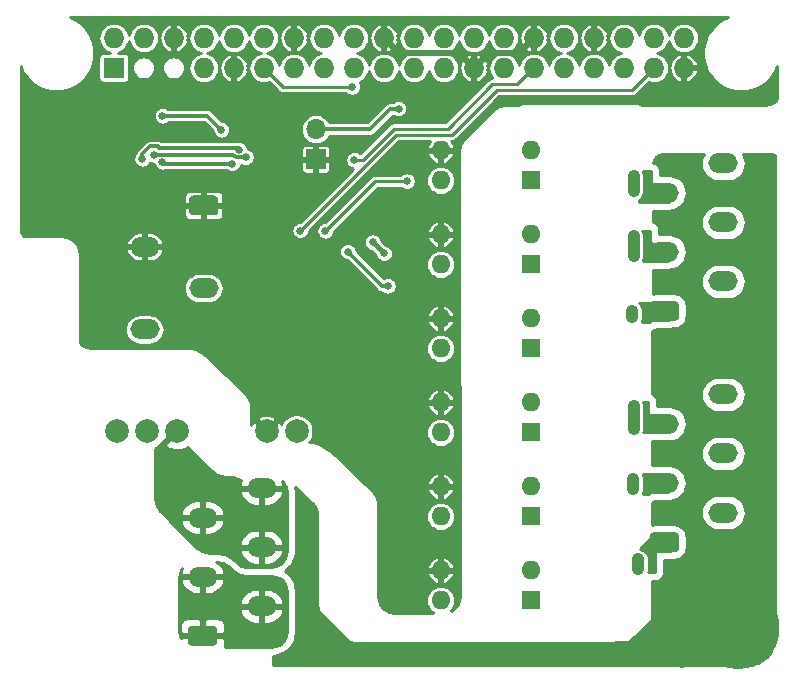
<source format=gbr>
G04 This is an RS-274x file exported by *
G04 gerbv version 2.6A *
G04 More information is available about gerbv at *
G04 http://gerbv.geda-project.org/ *
G04 --End of header info--*
%MOIN*%
%FSLAX34Y34*%
%IPPOS*%
G04 --Define apertures--*
%ADD10C,0.0984*%
%ADD11O,0.1181X0.0787*%
%ADD12O,0.0630X0.0630*%
%ADD13R,0.0630X0.0630*%
%ADD14C,0.0039*%
%ADD15C,0.0669*%
%ADD16O,0.0984X0.0669*%
%ADD17R,0.0680X0.0680*%
%ADD18O,0.0680X0.0680*%
%ADD19O,0.0433X0.0433*%
%ADD20C,0.0787*%
%ADD21O,0.0669X0.0669*%
%ADD22R,0.0669X0.0669*%
%ADD23C,0.2756*%
%ADD24C,0.0256*%
%ADD25C,0.0276*%
%ADD26C,0.0354*%
%ADD27C,0.0098*%
%ADD28C,0.0118*%
%ADD29C,0.0197*%
%ADD30C,0.0157*%
%ADD31C,0.0394*%
%ADD32C,0.0295*%
%ADD33C,0.0100*%
G04 --Start main section--*
G54D10*
G01X0060630Y-049961D03*
G54D11*
G01X0058630Y-049961D03*
G54D12*
G01X0052582Y-034200D03*
G01X0055582Y-033200D03*
G01X0052582Y-033200D03*
G54D13*
G01X0055582Y-034200D03*
G54D14*
G36*
G01X0045026Y-034706D02*
G01X0045042Y-034708D01*
G01X0045058Y-034712D01*
G01X0045074Y-034717D01*
G01X0045089Y-034724D01*
G01X0045103Y-034733D01*
G01X0045116Y-034743D01*
G01X0045128Y-034754D01*
G01X0045139Y-034766D01*
G01X0045149Y-034779D01*
G01X0045157Y-034793D01*
G01X0045164Y-034808D01*
G01X0045170Y-034823D01*
G01X0045174Y-034839D01*
G01X0045176Y-034856D01*
G01X0045177Y-034872D01*
G01X0045177Y-035207D01*
G01X0045176Y-035223D01*
G01X0045174Y-035239D01*
G01X0045170Y-035255D01*
G01X0045164Y-035271D01*
G01X0045157Y-035286D01*
G01X0045149Y-035300D01*
G01X0045139Y-035313D01*
G01X0045128Y-035325D01*
G01X0045116Y-035336D01*
G01X0045103Y-035346D01*
G01X0045089Y-035354D01*
G01X0045074Y-035361D01*
G01X0045058Y-035367D01*
G01X0045042Y-035371D01*
G01X0045026Y-035373D01*
G01X0045010Y-035374D01*
G01X0044360Y-035374D01*
G01X0044344Y-035373D01*
G01X0044328Y-035371D01*
G01X0044312Y-035367D01*
G01X0044296Y-035361D01*
G01X0044281Y-035354D01*
G01X0044267Y-035346D01*
G01X0044254Y-035336D01*
G01X0044242Y-035325D01*
G01X0044231Y-035313D01*
G01X0044221Y-035300D01*
G01X0044213Y-035286D01*
G01X0044206Y-035271D01*
G01X0044200Y-035255D01*
G01X0044196Y-035239D01*
G01X0044194Y-035223D01*
G01X0044193Y-035207D01*
G01X0044193Y-034872D01*
G01X0044194Y-034856D01*
G01X0044196Y-034839D01*
G01X0044200Y-034823D01*
G01X0044206Y-034808D01*
G01X0044213Y-034793D01*
G01X0044221Y-034779D01*
G01X0044231Y-034766D01*
G01X0044242Y-034754D01*
G01X0044254Y-034743D01*
G01X0044267Y-034733D01*
G01X0044281Y-034724D01*
G01X0044296Y-034717D01*
G01X0044312Y-034712D01*
G01X0044328Y-034708D01*
G01X0044344Y-034706D01*
G01X0044360Y-034705D01*
G01X0045010Y-034705D01*
G01X0045026Y-034706D01*
G01X0045026Y-034706D01*
G37*
G54D15*
G01X0044685Y-035039D03*
G54D16*
G01X0042717Y-036417D03*
G01X0044685Y-037795D03*
G01X0042717Y-039173D03*
G54D14*
G36*
G01X0044987Y-049047D02*
G01X0045003Y-049050D01*
G01X0045019Y-049054D01*
G01X0045035Y-049059D01*
G01X0045049Y-049066D01*
G01X0045063Y-049075D01*
G01X0045077Y-049085D01*
G01X0045089Y-049096D01*
G01X0045100Y-049108D01*
G01X0045110Y-049121D01*
G01X0045118Y-049135D01*
G01X0045125Y-049150D01*
G01X0045131Y-049165D01*
G01X0045135Y-049181D01*
G01X0045137Y-049198D01*
G01X0045138Y-049214D01*
G01X0045138Y-049549D01*
G01X0045137Y-049565D01*
G01X0045135Y-049581D01*
G01X0045131Y-049597D01*
G01X0045125Y-049613D01*
G01X0045118Y-049627D01*
G01X0045110Y-049642D01*
G01X0045100Y-049655D01*
G01X0045089Y-049667D01*
G01X0045077Y-049678D01*
G01X0045063Y-049688D01*
G01X0045049Y-049696D01*
G01X0045035Y-049703D01*
G01X0045019Y-049709D01*
G01X0045003Y-049713D01*
G01X0044987Y-049715D01*
G01X0044970Y-049716D01*
G01X0044321Y-049716D01*
G01X0044304Y-049715D01*
G01X0044288Y-049713D01*
G01X0044272Y-049709D01*
G01X0044257Y-049703D01*
G01X0044242Y-049696D01*
G01X0044228Y-049688D01*
G01X0044215Y-049678D01*
G01X0044203Y-049667D01*
G01X0044192Y-049655D01*
G01X0044182Y-049642D01*
G01X0044173Y-049627D01*
G01X0044166Y-049613D01*
G01X0044161Y-049597D01*
G01X0044157Y-049581D01*
G01X0044154Y-049565D01*
G01X0044154Y-049549D01*
G01X0044154Y-049214D01*
G01X0044154Y-049198D01*
G01X0044157Y-049181D01*
G01X0044161Y-049165D01*
G01X0044166Y-049150D01*
G01X0044173Y-049135D01*
G01X0044182Y-049121D01*
G01X0044192Y-049108D01*
G01X0044203Y-049096D01*
G01X0044215Y-049085D01*
G01X0044228Y-049075D01*
G01X0044242Y-049066D01*
G01X0044257Y-049059D01*
G01X0044272Y-049054D01*
G01X0044288Y-049050D01*
G01X0044304Y-049047D01*
G01X0044321Y-049047D01*
G01X0044970Y-049047D01*
G01X0044987Y-049047D01*
G01X0044987Y-049047D01*
G37*
G54D15*
G01X0044646Y-049381D03*
G54D16*
G01X0046614Y-048397D03*
G01X0044646Y-047413D03*
G01X0046614Y-046429D03*
G01X0044646Y-045444D03*
G01X0046614Y-044460D03*
G54D17*
G01X0041685Y-030455D03*
G54D18*
G01X0041685Y-029455D03*
G01X0042685Y-029455D03*
G01X0043685Y-029455D03*
G01X0044685Y-030455D03*
G01X0044685Y-029455D03*
G01X0045685Y-030455D03*
G01X0045685Y-029455D03*
G01X0046685Y-030455D03*
G01X0046685Y-029455D03*
G01X0047685Y-030455D03*
G01X0047685Y-029455D03*
G01X0048685Y-030455D03*
G01X0048685Y-029455D03*
G01X0049685Y-030455D03*
G01X0049685Y-029455D03*
G01X0050685Y-030455D03*
G01X0050685Y-029455D03*
G01X0051685Y-030455D03*
G01X0051685Y-029455D03*
G01X0052685Y-030455D03*
G01X0052685Y-029455D03*
G01X0053685Y-030455D03*
G01X0053685Y-029455D03*
G01X0054685Y-030455D03*
G01X0054685Y-029455D03*
G01X0055685Y-030455D03*
G01X0055685Y-029455D03*
G01X0056685Y-030455D03*
G01X0056685Y-029455D03*
G01X0057685Y-030455D03*
G01X0057685Y-029455D03*
G01X0058685Y-030455D03*
G01X0058685Y-029455D03*
G01X0059685Y-030455D03*
G01X0059685Y-029455D03*
G01X0060685Y-030455D03*
G01X0060685Y-029455D03*
G54D20*
G01X0041780Y-042560D03*
G01X0042780Y-042560D03*
G01X0043780Y-042560D03*
G01X0046780Y-042560D03*
G01X0047780Y-042560D03*
G54D14*
G36*
G01X0060381Y-045926D02*
G01X0060397Y-045928D01*
G01X0060413Y-045932D01*
G01X0060428Y-045938D01*
G01X0060443Y-045945D01*
G01X0060457Y-045953D01*
G01X0060470Y-045963D01*
G01X0060482Y-045974D01*
G01X0060494Y-045986D01*
G01X0060503Y-046000D01*
G01X0060512Y-046014D01*
G01X0060519Y-046028D01*
G01X0060524Y-046044D01*
G01X0060528Y-046060D01*
G01X0060531Y-046076D01*
G01X0060531Y-046093D01*
G01X0060531Y-046427D01*
G01X0060531Y-046444D01*
G01X0060528Y-046460D01*
G01X0060524Y-046476D01*
G01X0060519Y-046491D01*
G01X0060512Y-046506D01*
G01X0060503Y-046520D01*
G01X0060494Y-046533D01*
G01X0060482Y-046545D01*
G01X0060470Y-046557D01*
G01X0060457Y-046566D01*
G01X0060443Y-046575D01*
G01X0060428Y-046582D01*
G01X0060413Y-046587D01*
G01X0060397Y-046591D01*
G01X0060381Y-046594D01*
G01X0060364Y-046594D01*
G01X0059715Y-046594D01*
G01X0059698Y-046594D01*
G01X0059682Y-046591D01*
G01X0059666Y-046587D01*
G01X0059651Y-046582D01*
G01X0059636Y-046575D01*
G01X0059622Y-046566D01*
G01X0059608Y-046557D01*
G01X0059596Y-046545D01*
G01X0059585Y-046533D01*
G01X0059575Y-046520D01*
G01X0059567Y-046506D01*
G01X0059560Y-046491D01*
G01X0059554Y-046476D01*
G01X0059550Y-046460D01*
G01X0059548Y-046444D01*
G01X0059547Y-046427D01*
G01X0059547Y-046093D01*
G01X0059548Y-046076D01*
G01X0059550Y-046060D01*
G01X0059554Y-046044D01*
G01X0059560Y-046028D01*
G01X0059567Y-046014D01*
G01X0059575Y-046000D01*
G01X0059585Y-045986D01*
G01X0059596Y-045974D01*
G01X0059608Y-045963D01*
G01X0059622Y-045953D01*
G01X0059636Y-045945D01*
G01X0059651Y-045938D01*
G01X0059666Y-045932D01*
G01X0059682Y-045928D01*
G01X0059698Y-045926D01*
G01X0059715Y-045925D01*
G01X0060364Y-045925D01*
G01X0060381Y-045926D01*
G01X0060381Y-045926D01*
G37*
G54D15*
G01X0060039Y-046260D03*
G54D16*
G01X0062008Y-045276D03*
G01X0060039Y-044291D03*
G01X0062008Y-043307D03*
G01X0060039Y-042323D03*
G01X0062008Y-041339D03*
G54D14*
G36*
G01X0060381Y-038221D02*
G01X0060397Y-038224D01*
G01X0060413Y-038228D01*
G01X0060428Y-038233D01*
G01X0060443Y-038240D01*
G01X0060457Y-038249D01*
G01X0060470Y-038258D01*
G01X0060482Y-038269D01*
G01X0060494Y-038282D01*
G01X0060503Y-038295D01*
G01X0060512Y-038309D01*
G01X0060519Y-038324D01*
G01X0060524Y-038339D01*
G01X0060528Y-038355D01*
G01X0060531Y-038371D01*
G01X0060531Y-038388D01*
G01X0060531Y-038722D01*
G01X0060531Y-038739D01*
G01X0060528Y-038755D01*
G01X0060524Y-038771D01*
G01X0060519Y-038786D01*
G01X0060512Y-038801D01*
G01X0060503Y-038815D01*
G01X0060494Y-038829D01*
G01X0060482Y-038841D01*
G01X0060470Y-038852D01*
G01X0060457Y-038862D01*
G01X0060443Y-038870D01*
G01X0060428Y-038877D01*
G01X0060413Y-038883D01*
G01X0060397Y-038887D01*
G01X0060381Y-038889D01*
G01X0060364Y-038890D01*
G01X0059715Y-038890D01*
G01X0059698Y-038889D01*
G01X0059682Y-038887D01*
G01X0059666Y-038883D01*
G01X0059651Y-038877D01*
G01X0059636Y-038870D01*
G01X0059622Y-038862D01*
G01X0059608Y-038852D01*
G01X0059596Y-038841D01*
G01X0059585Y-038829D01*
G01X0059575Y-038815D01*
G01X0059567Y-038801D01*
G01X0059560Y-038786D01*
G01X0059554Y-038771D01*
G01X0059550Y-038755D01*
G01X0059548Y-038739D01*
G01X0059547Y-038722D01*
G01X0059547Y-038388D01*
G01X0059548Y-038371D01*
G01X0059550Y-038355D01*
G01X0059554Y-038339D01*
G01X0059560Y-038324D01*
G01X0059567Y-038309D01*
G01X0059575Y-038295D01*
G01X0059585Y-038282D01*
G01X0059596Y-038269D01*
G01X0059608Y-038258D01*
G01X0059622Y-038249D01*
G01X0059636Y-038240D01*
G01X0059651Y-038233D01*
G01X0059666Y-038228D01*
G01X0059682Y-038224D01*
G01X0059698Y-038221D01*
G01X0059715Y-038220D01*
G01X0060364Y-038220D01*
G01X0060381Y-038221D01*
G01X0060381Y-038221D01*
G37*
G54D15*
G01X0060039Y-038555D03*
G54D16*
G01X0062008Y-037571D03*
G01X0060039Y-036587D03*
G01X0062008Y-035602D03*
G01X0060039Y-034618D03*
G01X0062008Y-033634D03*
G54D12*
G01X0052582Y-037000D03*
G01X0055582Y-036000D03*
G01X0052582Y-036000D03*
G54D13*
G01X0055582Y-037000D03*
G54D12*
G01X0052582Y-039800D03*
G01X0055582Y-038800D03*
G01X0052582Y-038800D03*
G54D13*
G01X0055582Y-039800D03*
G54D12*
G01X0052582Y-042600D03*
G01X0055582Y-041600D03*
G01X0052582Y-041600D03*
G54D13*
G01X0055582Y-042600D03*
G54D12*
G01X0052582Y-045400D03*
G01X0055582Y-044400D03*
G01X0052582Y-044400D03*
G54D13*
G01X0055582Y-045400D03*
G54D12*
G01X0052582Y-048200D03*
G01X0055582Y-047200D03*
G01X0052582Y-047200D03*
G54D13*
G01X0055582Y-048200D03*
G54D21*
G01X0048425Y-032500D03*
G54D22*
G01X0048425Y-033500D03*
G54D23*
G01X0062490Y-049135D03*
G54D24*
G01X0049626Y-031083D03*
G01X0049705Y-033524D03*
G01X0047904Y-035876D03*
G01X0051700Y-037700D03*
G01X0047260Y-035460D03*
G01X0052120Y-035040D03*
G01X0051360Y-047120D03*
G01X0050669Y-038445D03*
G01X0050098Y-031713D03*
G01X0050098Y-032205D03*
G01X0052087Y-039350D03*
G01X0051791Y-042362D03*
G01X0052087Y-044941D03*
G01X0038819Y-034331D03*
G01X0040217Y-033780D03*
G01X0040217Y-034055D03*
G01X0040217Y-033504D03*
G01X0040217Y-034331D03*
G01X0038819Y-034055D03*
G01X0038819Y-033780D03*
G01X0038819Y-033504D03*
G54D25*
G01X0048346Y-041732D03*
G01X0048346Y-041417D03*
G01X0048346Y-042047D03*
G54D24*
G01X0049488Y-036575D03*
G01X0050822Y-037722D03*
G01X0050700Y-036640D03*
G01X0050315Y-036260D03*
G01X0042638Y-033484D03*
G01X0045857Y-033177D03*
G54D25*
G01X0048228Y-048780D03*
G01X0048228Y-049134D03*
G01X0048228Y-049488D03*
G01X0048228Y-049843D03*
G54D24*
G01X0051181Y-031811D03*
G54D26*
G01X0058976Y-038543D03*
G01X0059016Y-036063D03*
G01X0059016Y-034055D03*
G01X0059173Y-046831D03*
G01X0059006Y-044163D03*
G01X0059016Y-041732D03*
G54D24*
G01X0048740Y-035886D03*
G01X0051457Y-034232D03*
G01X0045630Y-033642D03*
G01X0043307Y-033585D03*
G01X0043307Y-032047D03*
G01X0045276Y-032520D03*
G01X0043012Y-033346D03*
G01X0046083Y-033427D03*
G54D27*
G01X0047313Y-031083D02*
G01X0049445Y-031083D01*
G01X0046685Y-030455D02*
G01X0047313Y-031083D01*
G01X0049445Y-031083D02*
G01X0049626Y-031083D01*
G54D28*
G01X0055685Y-030455D02*
G01X0055160Y-030980D01*
G54D27*
G01X0049980Y-033524D02*
G01X0049705Y-033524D01*
G01X0051024Y-032480D02*
G01X0049980Y-033524D01*
G01X0052818Y-032480D02*
G01X0051024Y-032480D01*
G01X0054300Y-030998D02*
G01X0052818Y-032480D01*
G01X0055685Y-030455D02*
G01X0055142Y-030998D01*
G01X0055142Y-030998D02*
G01X0054300Y-030998D01*
G01X0051102Y-032677D02*
G01X0048031Y-035748D01*
G01X0048031Y-035748D02*
G01X0047904Y-035876D01*
G01X0054449Y-031181D02*
G01X0052953Y-032677D01*
G01X0058959Y-031181D02*
G01X0054449Y-031181D01*
G01X0052953Y-032677D02*
G01X0051102Y-032677D01*
G01X0059685Y-030455D02*
G01X0058959Y-031181D01*
G54D29*
G01X0054025Y-030115D02*
G01X0053685Y-030455D01*
G01X0054179Y-029961D02*
G01X0054025Y-030115D01*
G01X0055685Y-029455D02*
G01X0055179Y-029961D01*
G01X0055179Y-029961D02*
G01X0054179Y-029961D01*
G01X0053345Y-030115D02*
G01X0053685Y-030455D01*
G01X0053181Y-029951D02*
G01X0053345Y-030115D01*
G01X0050685Y-029455D02*
G01X0051181Y-029951D01*
G01X0051181Y-029951D02*
G01X0053181Y-029951D01*
G54D28*
G01X0050635Y-037722D02*
G01X0050822Y-037722D01*
G01X0049488Y-036575D02*
G01X0050635Y-037722D01*
G54D30*
G01X0050320Y-036260D02*
G01X0050315Y-036260D01*
G01X0050700Y-036640D02*
G01X0050320Y-036260D01*
G54D28*
G01X0045810Y-033130D02*
G01X0045857Y-033177D01*
G01X0043209Y-033130D02*
G01X0045810Y-033130D01*
G01X0043150Y-033071D02*
G01X0043209Y-033130D01*
G01X0042904Y-033071D02*
G01X0043150Y-033071D01*
G01X0042638Y-033484D02*
G01X0042638Y-033338D01*
G01X0042638Y-033338D02*
G01X0042904Y-033071D01*
G01X0050906Y-031811D02*
G01X0051181Y-031811D01*
G01X0048425Y-032500D02*
G01X0050217Y-032500D01*
G01X0050217Y-032500D02*
G01X0050906Y-031811D01*
G54D31*
G01X0058976Y-038543D02*
G01X0058976Y-038543D01*
G01X0058976Y-038754D02*
G01X0058976Y-038543D01*
G01X0059016Y-036732D02*
G01X0059016Y-036063D01*
G01X0059016Y-034567D02*
G01X0059016Y-034055D01*
G01X0059173Y-047165D02*
G01X0059173Y-046831D01*
G01X0059006Y-044498D02*
G01X0059006Y-044163D01*
G54D32*
G01X0059016Y-041732D02*
G01X0059016Y-041732D01*
G54D31*
G01X0059016Y-042480D02*
G01X0059016Y-041732D01*
G54D29*
G01X0043655Y-042684D02*
G01X0043641Y-042670D01*
G54D27*
G01X0050394Y-034232D02*
G01X0051276Y-034232D01*
G01X0051276Y-034232D02*
G01X0051457Y-034232D01*
G01X0048740Y-035886D02*
G01X0050394Y-034232D01*
G54D28*
G01X0043364Y-033642D02*
G01X0043307Y-033585D01*
G01X0045630Y-033642D02*
G01X0043364Y-033642D01*
G01X0044803Y-032047D02*
G01X0045276Y-032520D01*
G01X0043307Y-032047D02*
G01X0044803Y-032047D01*
G01X0045755Y-033427D02*
G01X0045902Y-033427D01*
G01X0045674Y-033346D02*
G01X0045755Y-033427D01*
G01X0045902Y-033427D02*
G01X0046083Y-033427D01*
G01X0043012Y-033346D02*
G01X0045674Y-033346D01*
G54D33*
G36*
G01X0061308Y-033409D02*
G01X0061274Y-033519D01*
G01X0061263Y-033634D01*
G01X0061274Y-033748D01*
G01X0061308Y-033859D01*
G01X0061362Y-033960D01*
G01X0061435Y-034049D01*
G01X0061524Y-034122D01*
G01X0061626Y-034177D01*
G01X0061736Y-034210D01*
G01X0061822Y-034219D01*
G01X0062194Y-034219D01*
G01X0062280Y-034210D01*
G01X0062390Y-034177D01*
G01X0062492Y-034122D01*
G01X0062581Y-034049D01*
G01X0062654Y-033960D01*
G01X0062708Y-033859D01*
G01X0062742Y-033748D01*
G01X0062753Y-033634D01*
G01X0062742Y-033519D01*
G01X0062708Y-033409D01*
G01X0062659Y-033318D01*
G01X0063578Y-033318D01*
G01X0063711Y-033344D01*
G01X0063711Y-049430D01*
G01X0063692Y-049620D01*
G01X0063641Y-049790D01*
G01X0063558Y-049947D01*
G01X0063445Y-050084D01*
G01X0063308Y-050198D01*
G01X0063152Y-050282D01*
G01X0062982Y-050335D01*
G01X0062793Y-050354D01*
G01X0059663Y-050354D01*
G01X0059645Y-050327D01*
G01X0059618Y-050191D01*
G01X0059624Y-047573D01*
G01X0059764Y-047573D01*
G01X0059813Y-047568D01*
G01X0059859Y-047554D01*
G01X0059903Y-047531D01*
G01X0059941Y-047500D01*
G01X0059972Y-047462D01*
G01X0059995Y-047419D01*
G01X0060009Y-047372D01*
G01X0060014Y-047323D01*
G01X0060014Y-046846D01*
G01X0060364Y-046846D01*
G01X0060446Y-046838D01*
G01X0060524Y-046814D01*
G01X0060597Y-046775D01*
G01X0060660Y-046723D01*
G01X0060712Y-046660D01*
G01X0060751Y-046587D01*
G01X0060775Y-046509D01*
G01X0060783Y-046427D01*
G01X0060783Y-046093D01*
G01X0060775Y-046011D01*
G01X0060751Y-045932D01*
G01X0060712Y-045860D01*
G01X0060660Y-045797D01*
G01X0060597Y-045745D01*
G01X0060524Y-045706D01*
G01X0060446Y-045682D01*
G01X0060364Y-045674D01*
G01X0059715Y-045674D01*
G01X0059633Y-045682D01*
G01X0059628Y-045683D01*
G01X0059629Y-045276D01*
G01X0061263Y-045276D01*
G01X0061274Y-045390D01*
G01X0061308Y-045500D01*
G01X0061362Y-045602D01*
G01X0061435Y-045691D01*
G01X0061524Y-045764D01*
G01X0061626Y-045818D01*
G01X0061736Y-045852D01*
G01X0061822Y-045860D01*
G01X0062194Y-045860D01*
G01X0062280Y-045852D01*
G01X0062390Y-045818D01*
G01X0062492Y-045764D01*
G01X0062581Y-045691D01*
G01X0062654Y-045602D01*
G01X0062708Y-045500D01*
G01X0062742Y-045390D01*
G01X0062753Y-045276D01*
G01X0062742Y-045161D01*
G01X0062708Y-045051D01*
G01X0062654Y-044949D01*
G01X0062581Y-044860D01*
G01X0062492Y-044787D01*
G01X0062390Y-044733D01*
G01X0062280Y-044699D01*
G01X0062194Y-044691D01*
G01X0061822Y-044691D01*
G01X0061736Y-044699D01*
G01X0061626Y-044733D01*
G01X0061524Y-044787D01*
G01X0061435Y-044860D01*
G01X0061362Y-044949D01*
G01X0061308Y-045051D01*
G01X0061274Y-045161D01*
G01X0061263Y-045276D01*
G01X0059629Y-045276D01*
G01X0059630Y-044946D01*
G01X0059663Y-044936D01*
G01X0059706Y-044913D01*
G01X0059744Y-044882D01*
G01X0059748Y-044876D01*
G01X0060226Y-044876D01*
G01X0060311Y-044868D01*
G01X0060422Y-044834D01*
G01X0060523Y-044780D01*
G01X0060612Y-044707D01*
G01X0060685Y-044618D01*
G01X0060740Y-044516D01*
G01X0060773Y-044406D01*
G01X0060784Y-044291D01*
G01X0060773Y-044177D01*
G01X0060740Y-044067D01*
G01X0060685Y-043965D01*
G01X0060612Y-043876D01*
G01X0060523Y-043803D01*
G01X0060422Y-043749D01*
G01X0060311Y-043715D01*
G01X0060226Y-043707D01*
G01X0059633Y-043707D01*
G01X0059633Y-043307D01*
G01X0061263Y-043307D01*
G01X0061274Y-043422D01*
G01X0061308Y-043532D01*
G01X0061362Y-043633D01*
G01X0061435Y-043722D01*
G01X0061524Y-043796D01*
G01X0061626Y-043850D01*
G01X0061736Y-043883D01*
G01X0061822Y-043892D01*
G01X0062194Y-043892D01*
G01X0062280Y-043883D01*
G01X0062390Y-043850D01*
G01X0062492Y-043796D01*
G01X0062581Y-043722D01*
G01X0062654Y-043633D01*
G01X0062708Y-043532D01*
G01X0062742Y-043422D01*
G01X0062753Y-043307D01*
G01X0062742Y-043192D01*
G01X0062708Y-043082D01*
G01X0062654Y-042981D01*
G01X0062581Y-042892D01*
G01X0062492Y-042819D01*
G01X0062390Y-042764D01*
G01X0062280Y-042731D01*
G01X0062194Y-042722D01*
G01X0061822Y-042722D01*
G01X0061736Y-042731D01*
G01X0061626Y-042764D01*
G01X0061524Y-042819D01*
G01X0061435Y-042892D01*
G01X0061362Y-042981D01*
G01X0061308Y-043082D01*
G01X0061274Y-043192D01*
G01X0061263Y-043307D01*
G01X0059633Y-043307D01*
G01X0059634Y-042907D01*
G01X0060226Y-042907D01*
G01X0060311Y-042899D01*
G01X0060422Y-042866D01*
G01X0060523Y-042811D01*
G01X0060612Y-042738D01*
G01X0060685Y-042649D01*
G01X0060740Y-042548D01*
G01X0060773Y-042437D01*
G01X0060784Y-042323D01*
G01X0060773Y-042208D01*
G01X0060740Y-042098D01*
G01X0060685Y-041996D01*
G01X0060612Y-041907D01*
G01X0060523Y-041834D01*
G01X0060422Y-041780D01*
G01X0060311Y-041747D01*
G01X0060226Y-041738D01*
G01X0059805Y-041738D01*
G01X0059805Y-041555D01*
G01X0059800Y-041506D01*
G01X0059786Y-041459D01*
G01X0059763Y-041416D01*
G01X0059731Y-041378D01*
G01X0059694Y-041347D01*
G01X0059677Y-041339D01*
G01X0061263Y-041339D01*
G01X0061274Y-041453D01*
G01X0061308Y-041563D01*
G01X0061362Y-041665D01*
G01X0061435Y-041754D01*
G01X0061524Y-041827D01*
G01X0061626Y-041881D01*
G01X0061736Y-041915D01*
G01X0061822Y-041923D01*
G01X0062194Y-041923D01*
G01X0062280Y-041915D01*
G01X0062390Y-041881D01*
G01X0062492Y-041827D01*
G01X0062581Y-041754D01*
G01X0062654Y-041665D01*
G01X0062708Y-041563D01*
G01X0062742Y-041453D01*
G01X0062753Y-041339D01*
G01X0062742Y-041224D01*
G01X0062708Y-041114D01*
G01X0062654Y-041012D01*
G01X0062581Y-040923D01*
G01X0062492Y-040850D01*
G01X0062390Y-040796D01*
G01X0062280Y-040762D01*
G01X0062194Y-040754D01*
G01X0061822Y-040754D01*
G01X0061736Y-040762D01*
G01X0061626Y-040796D01*
G01X0061524Y-040850D01*
G01X0061435Y-040923D01*
G01X0061362Y-041012D01*
G01X0061308Y-041114D01*
G01X0061274Y-041224D01*
G01X0061263Y-041339D01*
G01X0059677Y-041339D01*
G01X0059650Y-041324D01*
G01X0059638Y-041320D01*
G01X0059643Y-039223D01*
G01X0059655Y-039222D01*
G01X0059702Y-039207D01*
G01X0059745Y-039184D01*
G01X0059783Y-039153D01*
G01X0059788Y-039148D01*
G01X0060236Y-039148D01*
G01X0060285Y-039143D01*
G01X0060291Y-039141D01*
G01X0060364Y-039141D01*
G01X0060446Y-039133D01*
G01X0060524Y-039109D01*
G01X0060597Y-039070D01*
G01X0060660Y-039018D01*
G01X0060712Y-038955D01*
G01X0060751Y-038883D01*
G01X0060775Y-038804D01*
G01X0060783Y-038722D01*
G01X0060783Y-038388D01*
G01X0060775Y-038306D01*
G01X0060751Y-038228D01*
G01X0060712Y-038155D01*
G01X0060660Y-038092D01*
G01X0060597Y-038040D01*
G01X0060524Y-038001D01*
G01X0060446Y-037977D01*
G01X0060364Y-037969D01*
G01X0059715Y-037969D01*
G01X0059646Y-037976D01*
G01X0059647Y-037571D01*
G01X0061263Y-037571D01*
G01X0061274Y-037685D01*
G01X0061308Y-037796D01*
G01X0061362Y-037897D01*
G01X0061435Y-037986D01*
G01X0061524Y-038059D01*
G01X0061626Y-038114D01*
G01X0061736Y-038147D01*
G01X0061822Y-038156D01*
G01X0062194Y-038156D01*
G01X0062280Y-038147D01*
G01X0062390Y-038114D01*
G01X0062492Y-038059D01*
G01X0062581Y-037986D01*
G01X0062654Y-037897D01*
G01X0062708Y-037796D01*
G01X0062742Y-037685D01*
G01X0062753Y-037571D01*
G01X0062742Y-037456D01*
G01X0062708Y-037346D01*
G01X0062654Y-037244D01*
G01X0062581Y-037155D01*
G01X0062492Y-037082D01*
G01X0062390Y-037028D01*
G01X0062280Y-036995D01*
G01X0062194Y-036986D01*
G01X0061822Y-036986D01*
G01X0061736Y-036995D01*
G01X0061626Y-037028D01*
G01X0061524Y-037082D01*
G01X0061435Y-037155D01*
G01X0061362Y-037244D01*
G01X0061308Y-037346D01*
G01X0061274Y-037456D01*
G01X0061263Y-037571D01*
G01X0059647Y-037571D01*
G01X0059647Y-037179D01*
G01X0060217Y-037179D01*
G01X0060265Y-037174D01*
G01X0060299Y-037164D01*
G01X0060311Y-037163D01*
G01X0060422Y-037129D01*
G01X0060523Y-037075D01*
G01X0060612Y-037002D01*
G01X0060685Y-036913D01*
G01X0060740Y-036811D01*
G01X0060773Y-036701D01*
G01X0060784Y-036587D01*
G01X0060773Y-036472D01*
G01X0060740Y-036362D01*
G01X0060685Y-036260D01*
G01X0060612Y-036171D01*
G01X0060523Y-036098D01*
G01X0060422Y-036044D01*
G01X0060311Y-036010D01*
G01X0060226Y-036002D01*
G01X0059876Y-036002D01*
G01X0059876Y-035827D01*
G01X0059871Y-035778D01*
G01X0059857Y-035731D01*
G01X0059834Y-035688D01*
G01X0059803Y-035650D01*
G01X0059765Y-035619D01*
G01X0059734Y-035602D01*
G01X0061263Y-035602D01*
G01X0061274Y-035717D01*
G01X0061308Y-035827D01*
G01X0061362Y-035929D01*
G01X0061435Y-036018D01*
G01X0061524Y-036091D01*
G01X0061626Y-036145D01*
G01X0061736Y-036179D01*
G01X0061822Y-036187D01*
G01X0062194Y-036187D01*
G01X0062280Y-036179D01*
G01X0062390Y-036145D01*
G01X0062492Y-036091D01*
G01X0062581Y-036018D01*
G01X0062654Y-035929D01*
G01X0062708Y-035827D01*
G01X0062742Y-035717D01*
G01X0062753Y-035602D01*
G01X0062742Y-035488D01*
G01X0062708Y-035378D01*
G01X0062654Y-035276D01*
G01X0062581Y-035187D01*
G01X0062492Y-035114D01*
G01X0062390Y-035060D01*
G01X0062280Y-035026D01*
G01X0062194Y-035018D01*
G01X0061822Y-035018D01*
G01X0061736Y-035026D01*
G01X0061626Y-035060D01*
G01X0061524Y-035114D01*
G01X0061435Y-035187D01*
G01X0061362Y-035276D01*
G01X0061308Y-035378D01*
G01X0061274Y-035488D01*
G01X0061263Y-035602D01*
G01X0059734Y-035602D01*
G01X0059722Y-035596D01*
G01X0059675Y-035582D01*
G01X0059651Y-035579D01*
G01X0059652Y-035211D01*
G01X0060236Y-035211D01*
G01X0060285Y-035206D01*
G01X0060332Y-035192D01*
G01X0060347Y-035184D01*
G01X0060422Y-035161D01*
G01X0060523Y-035107D01*
G01X0060612Y-035034D01*
G01X0060685Y-034944D01*
G01X0060740Y-034843D01*
G01X0060773Y-034733D01*
G01X0060784Y-034618D01*
G01X0060773Y-034503D01*
G01X0060740Y-034393D01*
G01X0060685Y-034292D01*
G01X0060612Y-034203D01*
G01X0060523Y-034130D01*
G01X0060422Y-034075D01*
G01X0060311Y-034042D01*
G01X0060226Y-034033D01*
G01X0059896Y-034033D01*
G01X0059896Y-033858D01*
G01X0059891Y-033809D01*
G01X0059877Y-033763D01*
G01X0059854Y-033719D01*
G01X0059822Y-033681D01*
G01X0059785Y-033650D01*
G01X0059741Y-033627D01*
G01X0059694Y-033613D01*
G01X0059666Y-033610D01*
G01X0059683Y-033530D01*
G01X0059757Y-033419D01*
G01X0059868Y-033345D01*
G01X0060004Y-033318D01*
G01X0061356Y-033318D01*
G01X0061308Y-033409D01*
G01X0061308Y-033409D01*
G37*
G01X0061308Y-033409D02*
G01X0061274Y-033519D01*
G01X0061274Y-033519D02*
G01X0061263Y-033634D01*
G01X0061263Y-033634D02*
G01X0061274Y-033748D01*
G01X0061274Y-033748D02*
G01X0061308Y-033859D01*
G01X0061308Y-033859D02*
G01X0061362Y-033960D01*
G01X0061362Y-033960D02*
G01X0061435Y-034049D01*
G01X0061435Y-034049D02*
G01X0061524Y-034122D01*
G01X0061524Y-034122D02*
G01X0061626Y-034177D01*
G01X0061626Y-034177D02*
G01X0061736Y-034210D01*
G01X0061736Y-034210D02*
G01X0061822Y-034219D01*
G01X0061822Y-034219D02*
G01X0062194Y-034219D01*
G01X0062194Y-034219D02*
G01X0062280Y-034210D01*
G01X0062280Y-034210D02*
G01X0062390Y-034177D01*
G01X0062390Y-034177D02*
G01X0062492Y-034122D01*
G01X0062492Y-034122D02*
G01X0062581Y-034049D01*
G01X0062581Y-034049D02*
G01X0062654Y-033960D01*
G01X0062654Y-033960D02*
G01X0062708Y-033859D01*
G01X0062708Y-033859D02*
G01X0062742Y-033748D01*
G01X0062742Y-033748D02*
G01X0062753Y-033634D01*
G01X0062753Y-033634D02*
G01X0062742Y-033519D01*
G01X0062742Y-033519D02*
G01X0062708Y-033409D01*
G01X0062708Y-033409D02*
G01X0062659Y-033318D01*
G01X0062659Y-033318D02*
G01X0063578Y-033318D01*
G01X0063578Y-033318D02*
G01X0063711Y-033344D01*
G01X0063711Y-033344D02*
G01X0063711Y-049430D01*
G01X0063711Y-049430D02*
G01X0063692Y-049620D01*
G01X0063692Y-049620D02*
G01X0063641Y-049790D01*
G01X0063641Y-049790D02*
G01X0063558Y-049947D01*
G01X0063558Y-049947D02*
G01X0063445Y-050084D01*
G01X0063445Y-050084D02*
G01X0063308Y-050198D01*
G01X0063308Y-050198D02*
G01X0063152Y-050282D01*
G01X0063152Y-050282D02*
G01X0062982Y-050335D01*
G01X0062982Y-050335D02*
G01X0062793Y-050354D01*
G01X0062793Y-050354D02*
G01X0059663Y-050354D01*
G01X0059663Y-050354D02*
G01X0059645Y-050327D01*
G01X0059645Y-050327D02*
G01X0059618Y-050191D01*
G01X0059618Y-050191D02*
G01X0059624Y-047573D01*
G01X0059624Y-047573D02*
G01X0059764Y-047573D01*
G01X0059764Y-047573D02*
G01X0059813Y-047568D01*
G01X0059813Y-047568D02*
G01X0059859Y-047554D01*
G01X0059859Y-047554D02*
G01X0059903Y-047531D01*
G01X0059903Y-047531D02*
G01X0059941Y-047500D01*
G01X0059941Y-047500D02*
G01X0059972Y-047462D01*
G01X0059972Y-047462D02*
G01X0059995Y-047419D01*
G01X0059995Y-047419D02*
G01X0060009Y-047372D01*
G01X0060009Y-047372D02*
G01X0060014Y-047323D01*
G01X0060014Y-047323D02*
G01X0060014Y-046846D01*
G01X0060014Y-046846D02*
G01X0060364Y-046846D01*
G01X0060364Y-046846D02*
G01X0060446Y-046838D01*
G01X0060446Y-046838D02*
G01X0060524Y-046814D01*
G01X0060524Y-046814D02*
G01X0060597Y-046775D01*
G01X0060597Y-046775D02*
G01X0060660Y-046723D01*
G01X0060660Y-046723D02*
G01X0060712Y-046660D01*
G01X0060712Y-046660D02*
G01X0060751Y-046587D01*
G01X0060751Y-046587D02*
G01X0060775Y-046509D01*
G01X0060775Y-046509D02*
G01X0060783Y-046427D01*
G01X0060783Y-046427D02*
G01X0060783Y-046093D01*
G01X0060783Y-046093D02*
G01X0060775Y-046011D01*
G01X0060775Y-046011D02*
G01X0060751Y-045932D01*
G01X0060751Y-045932D02*
G01X0060712Y-045860D01*
G01X0060712Y-045860D02*
G01X0060660Y-045797D01*
G01X0060660Y-045797D02*
G01X0060597Y-045745D01*
G01X0060597Y-045745D02*
G01X0060524Y-045706D01*
G01X0060524Y-045706D02*
G01X0060446Y-045682D01*
G01X0060446Y-045682D02*
G01X0060364Y-045674D01*
G01X0060364Y-045674D02*
G01X0059715Y-045674D01*
G01X0059715Y-045674D02*
G01X0059633Y-045682D01*
G01X0059633Y-045682D02*
G01X0059628Y-045683D01*
G01X0059628Y-045683D02*
G01X0059629Y-045276D01*
G01X0059629Y-045276D02*
G01X0061263Y-045276D01*
G01X0061263Y-045276D02*
G01X0061274Y-045390D01*
G01X0061274Y-045390D02*
G01X0061308Y-045500D01*
G01X0061308Y-045500D02*
G01X0061362Y-045602D01*
G01X0061362Y-045602D02*
G01X0061435Y-045691D01*
G01X0061435Y-045691D02*
G01X0061524Y-045764D01*
G01X0061524Y-045764D02*
G01X0061626Y-045818D01*
G01X0061626Y-045818D02*
G01X0061736Y-045852D01*
G01X0061736Y-045852D02*
G01X0061822Y-045860D01*
G01X0061822Y-045860D02*
G01X0062194Y-045860D01*
G01X0062194Y-045860D02*
G01X0062280Y-045852D01*
G01X0062280Y-045852D02*
G01X0062390Y-045818D01*
G01X0062390Y-045818D02*
G01X0062492Y-045764D01*
G01X0062492Y-045764D02*
G01X0062581Y-045691D01*
G01X0062581Y-045691D02*
G01X0062654Y-045602D01*
G01X0062654Y-045602D02*
G01X0062708Y-045500D01*
G01X0062708Y-045500D02*
G01X0062742Y-045390D01*
G01X0062742Y-045390D02*
G01X0062753Y-045276D01*
G01X0062753Y-045276D02*
G01X0062742Y-045161D01*
G01X0062742Y-045161D02*
G01X0062708Y-045051D01*
G01X0062708Y-045051D02*
G01X0062654Y-044949D01*
G01X0062654Y-044949D02*
G01X0062581Y-044860D01*
G01X0062581Y-044860D02*
G01X0062492Y-044787D01*
G01X0062492Y-044787D02*
G01X0062390Y-044733D01*
G01X0062390Y-044733D02*
G01X0062280Y-044699D01*
G01X0062280Y-044699D02*
G01X0062194Y-044691D01*
G01X0062194Y-044691D02*
G01X0061822Y-044691D01*
G01X0061822Y-044691D02*
G01X0061736Y-044699D01*
G01X0061736Y-044699D02*
G01X0061626Y-044733D01*
G01X0061626Y-044733D02*
G01X0061524Y-044787D01*
G01X0061524Y-044787D02*
G01X0061435Y-044860D01*
G01X0061435Y-044860D02*
G01X0061362Y-044949D01*
G01X0061362Y-044949D02*
G01X0061308Y-045051D01*
G01X0061308Y-045051D02*
G01X0061274Y-045161D01*
G01X0061274Y-045161D02*
G01X0061263Y-045276D01*
G01X0061263Y-045276D02*
G01X0059629Y-045276D01*
G01X0059629Y-045276D02*
G01X0059630Y-044946D01*
G01X0059630Y-044946D02*
G01X0059663Y-044936D01*
G01X0059663Y-044936D02*
G01X0059706Y-044913D01*
G01X0059706Y-044913D02*
G01X0059744Y-044882D01*
G01X0059744Y-044882D02*
G01X0059748Y-044876D01*
G01X0059748Y-044876D02*
G01X0060226Y-044876D01*
G01X0060226Y-044876D02*
G01X0060311Y-044868D01*
G01X0060311Y-044868D02*
G01X0060422Y-044834D01*
G01X0060422Y-044834D02*
G01X0060523Y-044780D01*
G01X0060523Y-044780D02*
G01X0060612Y-044707D01*
G01X0060612Y-044707D02*
G01X0060685Y-044618D01*
G01X0060685Y-044618D02*
G01X0060740Y-044516D01*
G01X0060740Y-044516D02*
G01X0060773Y-044406D01*
G01X0060773Y-044406D02*
G01X0060784Y-044291D01*
G01X0060784Y-044291D02*
G01X0060773Y-044177D01*
G01X0060773Y-044177D02*
G01X0060740Y-044067D01*
G01X0060740Y-044067D02*
G01X0060685Y-043965D01*
G01X0060685Y-043965D02*
G01X0060612Y-043876D01*
G01X0060612Y-043876D02*
G01X0060523Y-043803D01*
G01X0060523Y-043803D02*
G01X0060422Y-043749D01*
G01X0060422Y-043749D02*
G01X0060311Y-043715D01*
G01X0060311Y-043715D02*
G01X0060226Y-043707D01*
G01X0060226Y-043707D02*
G01X0059633Y-043707D01*
G01X0059633Y-043707D02*
G01X0059633Y-043307D01*
G01X0059633Y-043307D02*
G01X0061263Y-043307D01*
G01X0061263Y-043307D02*
G01X0061274Y-043422D01*
G01X0061274Y-043422D02*
G01X0061308Y-043532D01*
G01X0061308Y-043532D02*
G01X0061362Y-043633D01*
G01X0061362Y-043633D02*
G01X0061435Y-043722D01*
G01X0061435Y-043722D02*
G01X0061524Y-043796D01*
G01X0061524Y-043796D02*
G01X0061626Y-043850D01*
G01X0061626Y-043850D02*
G01X0061736Y-043883D01*
G01X0061736Y-043883D02*
G01X0061822Y-043892D01*
G01X0061822Y-043892D02*
G01X0062194Y-043892D01*
G01X0062194Y-043892D02*
G01X0062280Y-043883D01*
G01X0062280Y-043883D02*
G01X0062390Y-043850D01*
G01X0062390Y-043850D02*
G01X0062492Y-043796D01*
G01X0062492Y-043796D02*
G01X0062581Y-043722D01*
G01X0062581Y-043722D02*
G01X0062654Y-043633D01*
G01X0062654Y-043633D02*
G01X0062708Y-043532D01*
G01X0062708Y-043532D02*
G01X0062742Y-043422D01*
G01X0062742Y-043422D02*
G01X0062753Y-043307D01*
G01X0062753Y-043307D02*
G01X0062742Y-043192D01*
G01X0062742Y-043192D02*
G01X0062708Y-043082D01*
G01X0062708Y-043082D02*
G01X0062654Y-042981D01*
G01X0062654Y-042981D02*
G01X0062581Y-042892D01*
G01X0062581Y-042892D02*
G01X0062492Y-042819D01*
G01X0062492Y-042819D02*
G01X0062390Y-042764D01*
G01X0062390Y-042764D02*
G01X0062280Y-042731D01*
G01X0062280Y-042731D02*
G01X0062194Y-042722D01*
G01X0062194Y-042722D02*
G01X0061822Y-042722D01*
G01X0061822Y-042722D02*
G01X0061736Y-042731D01*
G01X0061736Y-042731D02*
G01X0061626Y-042764D01*
G01X0061626Y-042764D02*
G01X0061524Y-042819D01*
G01X0061524Y-042819D02*
G01X0061435Y-042892D01*
G01X0061435Y-042892D02*
G01X0061362Y-042981D01*
G01X0061362Y-042981D02*
G01X0061308Y-043082D01*
G01X0061308Y-043082D02*
G01X0061274Y-043192D01*
G01X0061274Y-043192D02*
G01X0061263Y-043307D01*
G01X0061263Y-043307D02*
G01X0059633Y-043307D01*
G01X0059633Y-043307D02*
G01X0059634Y-042907D01*
G01X0059634Y-042907D02*
G01X0060226Y-042907D01*
G01X0060226Y-042907D02*
G01X0060311Y-042899D01*
G01X0060311Y-042899D02*
G01X0060422Y-042866D01*
G01X0060422Y-042866D02*
G01X0060523Y-042811D01*
G01X0060523Y-042811D02*
G01X0060612Y-042738D01*
G01X0060612Y-042738D02*
G01X0060685Y-042649D01*
G01X0060685Y-042649D02*
G01X0060740Y-042548D01*
G01X0060740Y-042548D02*
G01X0060773Y-042437D01*
G01X0060773Y-042437D02*
G01X0060784Y-042323D01*
G01X0060784Y-042323D02*
G01X0060773Y-042208D01*
G01X0060773Y-042208D02*
G01X0060740Y-042098D01*
G01X0060740Y-042098D02*
G01X0060685Y-041996D01*
G01X0060685Y-041996D02*
G01X0060612Y-041907D01*
G01X0060612Y-041907D02*
G01X0060523Y-041834D01*
G01X0060523Y-041834D02*
G01X0060422Y-041780D01*
G01X0060422Y-041780D02*
G01X0060311Y-041747D01*
G01X0060311Y-041747D02*
G01X0060226Y-041738D01*
G01X0060226Y-041738D02*
G01X0059805Y-041738D01*
G01X0059805Y-041738D02*
G01X0059805Y-041555D01*
G01X0059805Y-041555D02*
G01X0059800Y-041506D01*
G01X0059800Y-041506D02*
G01X0059786Y-041459D01*
G01X0059786Y-041459D02*
G01X0059763Y-041416D01*
G01X0059763Y-041416D02*
G01X0059731Y-041378D01*
G01X0059731Y-041378D02*
G01X0059694Y-041347D01*
G01X0059694Y-041347D02*
G01X0059677Y-041339D01*
G01X0059677Y-041339D02*
G01X0061263Y-041339D01*
G01X0061263Y-041339D02*
G01X0061274Y-041453D01*
G01X0061274Y-041453D02*
G01X0061308Y-041563D01*
G01X0061308Y-041563D02*
G01X0061362Y-041665D01*
G01X0061362Y-041665D02*
G01X0061435Y-041754D01*
G01X0061435Y-041754D02*
G01X0061524Y-041827D01*
G01X0061524Y-041827D02*
G01X0061626Y-041881D01*
G01X0061626Y-041881D02*
G01X0061736Y-041915D01*
G01X0061736Y-041915D02*
G01X0061822Y-041923D01*
G01X0061822Y-041923D02*
G01X0062194Y-041923D01*
G01X0062194Y-041923D02*
G01X0062280Y-041915D01*
G01X0062280Y-041915D02*
G01X0062390Y-041881D01*
G01X0062390Y-041881D02*
G01X0062492Y-041827D01*
G01X0062492Y-041827D02*
G01X0062581Y-041754D01*
G01X0062581Y-041754D02*
G01X0062654Y-041665D01*
G01X0062654Y-041665D02*
G01X0062708Y-041563D01*
G01X0062708Y-041563D02*
G01X0062742Y-041453D01*
G01X0062742Y-041453D02*
G01X0062753Y-041339D01*
G01X0062753Y-041339D02*
G01X0062742Y-041224D01*
G01X0062742Y-041224D02*
G01X0062708Y-041114D01*
G01X0062708Y-041114D02*
G01X0062654Y-041012D01*
G01X0062654Y-041012D02*
G01X0062581Y-040923D01*
G01X0062581Y-040923D02*
G01X0062492Y-040850D01*
G01X0062492Y-040850D02*
G01X0062390Y-040796D01*
G01X0062390Y-040796D02*
G01X0062280Y-040762D01*
G01X0062280Y-040762D02*
G01X0062194Y-040754D01*
G01X0062194Y-040754D02*
G01X0061822Y-040754D01*
G01X0061822Y-040754D02*
G01X0061736Y-040762D01*
G01X0061736Y-040762D02*
G01X0061626Y-040796D01*
G01X0061626Y-040796D02*
G01X0061524Y-040850D01*
G01X0061524Y-040850D02*
G01X0061435Y-040923D01*
G01X0061435Y-040923D02*
G01X0061362Y-041012D01*
G01X0061362Y-041012D02*
G01X0061308Y-041114D01*
G01X0061308Y-041114D02*
G01X0061274Y-041224D01*
G01X0061274Y-041224D02*
G01X0061263Y-041339D01*
G01X0061263Y-041339D02*
G01X0059677Y-041339D01*
G01X0059677Y-041339D02*
G01X0059650Y-041324D01*
G01X0059650Y-041324D02*
G01X0059638Y-041320D01*
G01X0059638Y-041320D02*
G01X0059643Y-039223D01*
G01X0059643Y-039223D02*
G01X0059655Y-039222D01*
G01X0059655Y-039222D02*
G01X0059702Y-039207D01*
G01X0059702Y-039207D02*
G01X0059745Y-039184D01*
G01X0059745Y-039184D02*
G01X0059783Y-039153D01*
G01X0059783Y-039153D02*
G01X0059788Y-039148D01*
G01X0059788Y-039148D02*
G01X0060236Y-039148D01*
G01X0060236Y-039148D02*
G01X0060285Y-039143D01*
G01X0060285Y-039143D02*
G01X0060291Y-039141D01*
G01X0060291Y-039141D02*
G01X0060364Y-039141D01*
G01X0060364Y-039141D02*
G01X0060446Y-039133D01*
G01X0060446Y-039133D02*
G01X0060524Y-039109D01*
G01X0060524Y-039109D02*
G01X0060597Y-039070D01*
G01X0060597Y-039070D02*
G01X0060660Y-039018D01*
G01X0060660Y-039018D02*
G01X0060712Y-038955D01*
G01X0060712Y-038955D02*
G01X0060751Y-038883D01*
G01X0060751Y-038883D02*
G01X0060775Y-038804D01*
G01X0060775Y-038804D02*
G01X0060783Y-038722D01*
G01X0060783Y-038722D02*
G01X0060783Y-038388D01*
G01X0060783Y-038388D02*
G01X0060775Y-038306D01*
G01X0060775Y-038306D02*
G01X0060751Y-038228D01*
G01X0060751Y-038228D02*
G01X0060712Y-038155D01*
G01X0060712Y-038155D02*
G01X0060660Y-038092D01*
G01X0060660Y-038092D02*
G01X0060597Y-038040D01*
G01X0060597Y-038040D02*
G01X0060524Y-038001D01*
G01X0060524Y-038001D02*
G01X0060446Y-037977D01*
G01X0060446Y-037977D02*
G01X0060364Y-037969D01*
G01X0060364Y-037969D02*
G01X0059715Y-037969D01*
G01X0059715Y-037969D02*
G01X0059646Y-037976D01*
G01X0059646Y-037976D02*
G01X0059647Y-037571D01*
G01X0059647Y-037571D02*
G01X0061263Y-037571D01*
G01X0061263Y-037571D02*
G01X0061274Y-037685D01*
G01X0061274Y-037685D02*
G01X0061308Y-037796D01*
G01X0061308Y-037796D02*
G01X0061362Y-037897D01*
G01X0061362Y-037897D02*
G01X0061435Y-037986D01*
G01X0061435Y-037986D02*
G01X0061524Y-038059D01*
G01X0061524Y-038059D02*
G01X0061626Y-038114D01*
G01X0061626Y-038114D02*
G01X0061736Y-038147D01*
G01X0061736Y-038147D02*
G01X0061822Y-038156D01*
G01X0061822Y-038156D02*
G01X0062194Y-038156D01*
G01X0062194Y-038156D02*
G01X0062280Y-038147D01*
G01X0062280Y-038147D02*
G01X0062390Y-038114D01*
G01X0062390Y-038114D02*
G01X0062492Y-038059D01*
G01X0062492Y-038059D02*
G01X0062581Y-037986D01*
G01X0062581Y-037986D02*
G01X0062654Y-037897D01*
G01X0062654Y-037897D02*
G01X0062708Y-037796D01*
G01X0062708Y-037796D02*
G01X0062742Y-037685D01*
G01X0062742Y-037685D02*
G01X0062753Y-037571D01*
G01X0062753Y-037571D02*
G01X0062742Y-037456D01*
G01X0062742Y-037456D02*
G01X0062708Y-037346D01*
G01X0062708Y-037346D02*
G01X0062654Y-037244D01*
G01X0062654Y-037244D02*
G01X0062581Y-037155D01*
G01X0062581Y-037155D02*
G01X0062492Y-037082D01*
G01X0062492Y-037082D02*
G01X0062390Y-037028D01*
G01X0062390Y-037028D02*
G01X0062280Y-036995D01*
G01X0062280Y-036995D02*
G01X0062194Y-036986D01*
G01X0062194Y-036986D02*
G01X0061822Y-036986D01*
G01X0061822Y-036986D02*
G01X0061736Y-036995D01*
G01X0061736Y-036995D02*
G01X0061626Y-037028D01*
G01X0061626Y-037028D02*
G01X0061524Y-037082D01*
G01X0061524Y-037082D02*
G01X0061435Y-037155D01*
G01X0061435Y-037155D02*
G01X0061362Y-037244D01*
G01X0061362Y-037244D02*
G01X0061308Y-037346D01*
G01X0061308Y-037346D02*
G01X0061274Y-037456D01*
G01X0061274Y-037456D02*
G01X0061263Y-037571D01*
G01X0061263Y-037571D02*
G01X0059647Y-037571D01*
G01X0059647Y-037571D02*
G01X0059647Y-037179D01*
G01X0059647Y-037179D02*
G01X0060217Y-037179D01*
G01X0060217Y-037179D02*
G01X0060265Y-037174D01*
G01X0060265Y-037174D02*
G01X0060299Y-037164D01*
G01X0060299Y-037164D02*
G01X0060311Y-037163D01*
G01X0060311Y-037163D02*
G01X0060422Y-037129D01*
G01X0060422Y-037129D02*
G01X0060523Y-037075D01*
G01X0060523Y-037075D02*
G01X0060612Y-037002D01*
G01X0060612Y-037002D02*
G01X0060685Y-036913D01*
G01X0060685Y-036913D02*
G01X0060740Y-036811D01*
G01X0060740Y-036811D02*
G01X0060773Y-036701D01*
G01X0060773Y-036701D02*
G01X0060784Y-036587D01*
G01X0060784Y-036587D02*
G01X0060773Y-036472D01*
G01X0060773Y-036472D02*
G01X0060740Y-036362D01*
G01X0060740Y-036362D02*
G01X0060685Y-036260D01*
G01X0060685Y-036260D02*
G01X0060612Y-036171D01*
G01X0060612Y-036171D02*
G01X0060523Y-036098D01*
G01X0060523Y-036098D02*
G01X0060422Y-036044D01*
G01X0060422Y-036044D02*
G01X0060311Y-036010D01*
G01X0060311Y-036010D02*
G01X0060226Y-036002D01*
G01X0060226Y-036002D02*
G01X0059876Y-036002D01*
G01X0059876Y-036002D02*
G01X0059876Y-035827D01*
G01X0059876Y-035827D02*
G01X0059871Y-035778D01*
G01X0059871Y-035778D02*
G01X0059857Y-035731D01*
G01X0059857Y-035731D02*
G01X0059834Y-035688D01*
G01X0059834Y-035688D02*
G01X0059803Y-035650D01*
G01X0059803Y-035650D02*
G01X0059765Y-035619D01*
G01X0059765Y-035619D02*
G01X0059734Y-035602D01*
G01X0059734Y-035602D02*
G01X0061263Y-035602D01*
G01X0061263Y-035602D02*
G01X0061274Y-035717D01*
G01X0061274Y-035717D02*
G01X0061308Y-035827D01*
G01X0061308Y-035827D02*
G01X0061362Y-035929D01*
G01X0061362Y-035929D02*
G01X0061435Y-036018D01*
G01X0061435Y-036018D02*
G01X0061524Y-036091D01*
G01X0061524Y-036091D02*
G01X0061626Y-036145D01*
G01X0061626Y-036145D02*
G01X0061736Y-036179D01*
G01X0061736Y-036179D02*
G01X0061822Y-036187D01*
G01X0061822Y-036187D02*
G01X0062194Y-036187D01*
G01X0062194Y-036187D02*
G01X0062280Y-036179D01*
G01X0062280Y-036179D02*
G01X0062390Y-036145D01*
G01X0062390Y-036145D02*
G01X0062492Y-036091D01*
G01X0062492Y-036091D02*
G01X0062581Y-036018D01*
G01X0062581Y-036018D02*
G01X0062654Y-035929D01*
G01X0062654Y-035929D02*
G01X0062708Y-035827D01*
G01X0062708Y-035827D02*
G01X0062742Y-035717D01*
G01X0062742Y-035717D02*
G01X0062753Y-035602D01*
G01X0062753Y-035602D02*
G01X0062742Y-035488D01*
G01X0062742Y-035488D02*
G01X0062708Y-035378D01*
G01X0062708Y-035378D02*
G01X0062654Y-035276D01*
G01X0062654Y-035276D02*
G01X0062581Y-035187D01*
G01X0062581Y-035187D02*
G01X0062492Y-035114D01*
G01X0062492Y-035114D02*
G01X0062390Y-035060D01*
G01X0062390Y-035060D02*
G01X0062280Y-035026D01*
G01X0062280Y-035026D02*
G01X0062194Y-035018D01*
G01X0062194Y-035018D02*
G01X0061822Y-035018D01*
G01X0061822Y-035018D02*
G01X0061736Y-035026D01*
G01X0061736Y-035026D02*
G01X0061626Y-035060D01*
G01X0061626Y-035060D02*
G01X0061524Y-035114D01*
G01X0061524Y-035114D02*
G01X0061435Y-035187D01*
G01X0061435Y-035187D02*
G01X0061362Y-035276D01*
G01X0061362Y-035276D02*
G01X0061308Y-035378D01*
G01X0061308Y-035378D02*
G01X0061274Y-035488D01*
G01X0061274Y-035488D02*
G01X0061263Y-035602D01*
G01X0061263Y-035602D02*
G01X0059734Y-035602D01*
G01X0059734Y-035602D02*
G01X0059722Y-035596D01*
G01X0059722Y-035596D02*
G01X0059675Y-035582D01*
G01X0059675Y-035582D02*
G01X0059651Y-035579D01*
G01X0059651Y-035579D02*
G01X0059652Y-035211D01*
G01X0059652Y-035211D02*
G01X0060236Y-035211D01*
G01X0060236Y-035211D02*
G01X0060285Y-035206D01*
G01X0060285Y-035206D02*
G01X0060332Y-035192D01*
G01X0060332Y-035192D02*
G01X0060347Y-035184D01*
G01X0060347Y-035184D02*
G01X0060422Y-035161D01*
G01X0060422Y-035161D02*
G01X0060523Y-035107D01*
G01X0060523Y-035107D02*
G01X0060612Y-035034D01*
G01X0060612Y-035034D02*
G01X0060685Y-034944D01*
G01X0060685Y-034944D02*
G01X0060740Y-034843D01*
G01X0060740Y-034843D02*
G01X0060773Y-034733D01*
G01X0060773Y-034733D02*
G01X0060784Y-034618D01*
G01X0060784Y-034618D02*
G01X0060773Y-034503D01*
G01X0060773Y-034503D02*
G01X0060740Y-034393D01*
G01X0060740Y-034393D02*
G01X0060685Y-034292D01*
G01X0060685Y-034292D02*
G01X0060612Y-034203D01*
G01X0060612Y-034203D02*
G01X0060523Y-034130D01*
G01X0060523Y-034130D02*
G01X0060422Y-034075D01*
G01X0060422Y-034075D02*
G01X0060311Y-034042D01*
G01X0060311Y-034042D02*
G01X0060226Y-034033D01*
G01X0060226Y-034033D02*
G01X0059896Y-034033D01*
G01X0059896Y-034033D02*
G01X0059896Y-033858D01*
G01X0059896Y-033858D02*
G01X0059891Y-033809D01*
G01X0059891Y-033809D02*
G01X0059877Y-033763D01*
G01X0059877Y-033763D02*
G01X0059854Y-033719D01*
G01X0059854Y-033719D02*
G01X0059822Y-033681D01*
G01X0059822Y-033681D02*
G01X0059785Y-033650D01*
G01X0059785Y-033650D02*
G01X0059741Y-033627D01*
G01X0059741Y-033627D02*
G01X0059694Y-033613D01*
G01X0059694Y-033613D02*
G01X0059666Y-033610D01*
G01X0059666Y-033610D02*
G01X0059683Y-033530D01*
G01X0059683Y-033530D02*
G01X0059757Y-033419D01*
G01X0059757Y-033419D02*
G01X0059868Y-033345D01*
G01X0059868Y-033345D02*
G01X0060004Y-033318D01*
G01X0060004Y-033318D02*
G01X0061356Y-033318D01*
G01X0061356Y-033318D02*
G01X0061308Y-033409D01*
G36*
G01X0062001Y-028829D02*
G01X0061793Y-028968D01*
G01X0061616Y-029145D01*
G01X0061477Y-029353D01*
G01X0061381Y-029584D01*
G01X0061332Y-029830D01*
G01X0061332Y-030080D01*
G01X0061381Y-030325D01*
G01X0061477Y-030557D01*
G01X0061616Y-030765D01*
G01X0061793Y-030942D01*
G01X0062001Y-031081D01*
G01X0062232Y-031176D01*
G01X0062477Y-031225D01*
G01X0062728Y-031225D01*
G01X0062973Y-031176D01*
G01X0063204Y-031081D01*
G01X0063412Y-030942D01*
G01X0063589Y-030765D01*
G01X0063728Y-030557D01*
G01X0063793Y-030401D01*
G01X0063793Y-031489D01*
G01X0063703Y-031579D01*
G01X0063553Y-031655D01*
G01X0063382Y-031682D01*
G01X0059294Y-031682D01*
G01X0059261Y-031664D01*
G01X0059245Y-031658D01*
G01X0059229Y-031651D01*
G01X0059227Y-031650D01*
G01X0059227Y-031650D01*
G01X0059227Y-031650D01*
G01X0059152Y-031628D01*
G01X0059135Y-031625D01*
G01X0059119Y-031621D01*
G01X0059116Y-031621D01*
G01X0059116Y-031621D01*
G01X0059116Y-031621D01*
G01X0059038Y-031613D01*
G01X0059038Y-031613D01*
G01X0059029Y-031612D01*
G01X0055431Y-031612D01*
G01X0055421Y-031613D01*
G01X0055416Y-031613D01*
G01X0055413Y-031613D01*
G01X0055336Y-031622D01*
G01X0055319Y-031626D01*
G01X0055303Y-031629D01*
G01X0055300Y-031630D01*
G01X0055300Y-031630D01*
G01X0055300Y-031630D01*
G01X0055226Y-031653D01*
G01X0055210Y-031660D01*
G01X0055194Y-031667D01*
G01X0055192Y-031668D01*
G01X0055192Y-031668D01*
G01X0055192Y-031668D01*
G01X0055166Y-031682D01*
G01X0054772Y-031682D01*
G01X0054762Y-031683D01*
G01X0054536Y-031728D01*
G01X0054527Y-031731D01*
G01X0054518Y-031736D01*
G01X0054327Y-031864D01*
G01X0054319Y-031870D01*
G01X0053366Y-032823D01*
G01X0053360Y-032831D01*
G01X0053232Y-033022D01*
G01X0053227Y-033031D01*
G01X0053224Y-033040D01*
G01X0053179Y-033266D01*
G01X0053178Y-033276D01*
G01X0053178Y-033551D01*
G01X0053178Y-033554D01*
G01X0053182Y-033617D01*
G01X0053182Y-033619D01*
G01X0053205Y-033831D01*
G01X0053208Y-033891D01*
G01X0053227Y-048066D01*
G01X0053200Y-048237D01*
G01X0053123Y-048388D01*
G01X0053004Y-048508D01*
G01X0052911Y-048555D01*
G01X0052925Y-048543D01*
G01X0052985Y-048470D01*
G01X0053030Y-048386D01*
G01X0053058Y-048295D01*
G01X0053067Y-048200D01*
G01X0053058Y-048105D01*
G01X0053030Y-048014D01*
G01X0052985Y-047930D01*
G01X0052925Y-047857D01*
G01X0052852Y-047796D01*
G01X0052768Y-047752D01*
G01X0052677Y-047724D01*
G01X0052606Y-047717D01*
G01X0052558Y-047717D01*
G01X0052487Y-047724D01*
G01X0052396Y-047752D01*
G01X0052312Y-047796D01*
G01X0052239Y-047857D01*
G01X0052178Y-047930D01*
G01X0052133Y-048014D01*
G01X0052106Y-048105D01*
G01X0052096Y-048200D01*
G01X0052106Y-048295D01*
G01X0052133Y-048386D01*
G01X0052178Y-048470D01*
G01X0052239Y-048543D01*
G01X0052312Y-048604D01*
G01X0052327Y-048611D01*
G01X0051030Y-048611D01*
G01X0050859Y-048584D01*
G01X0050708Y-048507D01*
G01X0050588Y-048387D01*
G01X0050512Y-048236D01*
G01X0050485Y-048065D01*
G01X0050488Y-047322D01*
G01X0052133Y-047322D01*
G01X0052141Y-047348D01*
G01X0052179Y-047431D01*
G01X0052231Y-047506D01*
G01X0052298Y-047568D01*
G01X0052375Y-047616D01*
G01X0052460Y-047649D01*
G01X0052532Y-047625D01*
G01X0052532Y-047250D01*
G01X0052632Y-047250D01*
G01X0052632Y-047625D01*
G01X0052704Y-047649D01*
G01X0052789Y-047616D01*
G01X0052866Y-047568D01*
G01X0052932Y-047506D01*
G01X0052985Y-047431D01*
G01X0053023Y-047348D01*
G01X0053031Y-047322D01*
G01X0053006Y-047250D01*
G01X0052632Y-047250D01*
G01X0052532Y-047250D01*
G01X0052157Y-047250D01*
G01X0052133Y-047322D01*
G01X0050488Y-047322D01*
G01X0050489Y-047078D01*
G01X0052133Y-047078D01*
G01X0052157Y-047150D01*
G01X0052532Y-047150D01*
G01X0052532Y-046775D01*
G01X0052632Y-046775D01*
G01X0052632Y-047150D01*
G01X0053006Y-047150D01*
G01X0053031Y-047078D01*
G01X0053023Y-047052D01*
G01X0052985Y-046969D01*
G01X0052932Y-046894D01*
G01X0052866Y-046832D01*
G01X0052789Y-046784D01*
G01X0052704Y-046751D01*
G01X0052632Y-046775D01*
G01X0052532Y-046775D01*
G01X0052460Y-046751D01*
G01X0052375Y-046784D01*
G01X0052298Y-046832D01*
G01X0052231Y-046894D01*
G01X0052179Y-046969D01*
G01X0052141Y-047052D01*
G01X0052133Y-047078D01*
G01X0050489Y-047078D01*
G01X0050495Y-045400D01*
G01X0052096Y-045400D01*
G01X0052106Y-045495D01*
G01X0052133Y-045586D01*
G01X0052178Y-045670D01*
G01X0052239Y-045743D01*
G01X0052312Y-045804D01*
G01X0052396Y-045848D01*
G01X0052487Y-045876D01*
G01X0052558Y-045883D01*
G01X0052606Y-045883D01*
G01X0052677Y-045876D01*
G01X0052768Y-045848D01*
G01X0052852Y-045804D01*
G01X0052925Y-045743D01*
G01X0052985Y-045670D01*
G01X0053030Y-045586D01*
G01X0053058Y-045495D01*
G01X0053067Y-045400D01*
G01X0053058Y-045305D01*
G01X0053030Y-045214D01*
G01X0052985Y-045130D01*
G01X0052925Y-045057D01*
G01X0052852Y-044996D01*
G01X0052768Y-044952D01*
G01X0052677Y-044924D01*
G01X0052606Y-044917D01*
G01X0052558Y-044917D01*
G01X0052487Y-044924D01*
G01X0052396Y-044952D01*
G01X0052312Y-044996D01*
G01X0052239Y-045057D01*
G01X0052178Y-045130D01*
G01X0052133Y-045214D01*
G01X0052106Y-045305D01*
G01X0052096Y-045400D01*
G01X0050495Y-045400D01*
G01X0050496Y-044993D01*
G01X0050495Y-044983D01*
G01X0050448Y-044749D01*
G01X0050445Y-044740D01*
G01X0050440Y-044731D01*
G01X0050304Y-044534D01*
G01X0050297Y-044527D01*
G01X0050292Y-044522D01*
G01X0052133Y-044522D01*
G01X0052141Y-044548D01*
G01X0052179Y-044631D01*
G01X0052231Y-044706D01*
G01X0052298Y-044768D01*
G01X0052375Y-044816D01*
G01X0052460Y-044849D01*
G01X0052532Y-044825D01*
G01X0052532Y-044450D01*
G01X0052632Y-044450D01*
G01X0052632Y-044825D01*
G01X0052704Y-044849D01*
G01X0052789Y-044816D01*
G01X0052866Y-044768D01*
G01X0052932Y-044706D01*
G01X0052985Y-044631D01*
G01X0053023Y-044548D01*
G01X0053031Y-044522D01*
G01X0053006Y-044450D01*
G01X0052632Y-044450D01*
G01X0052532Y-044450D01*
G01X0052157Y-044450D01*
G01X0052133Y-044522D01*
G01X0050292Y-044522D01*
G01X0050035Y-044278D01*
G01X0052133Y-044278D01*
G01X0052157Y-044350D01*
G01X0052532Y-044350D01*
G01X0052532Y-043975D01*
G01X0052632Y-043975D01*
G01X0052632Y-044350D01*
G01X0053006Y-044350D01*
G01X0053031Y-044278D01*
G01X0053023Y-044252D01*
G01X0052985Y-044169D01*
G01X0052932Y-044094D01*
G01X0052866Y-044032D01*
G01X0052789Y-043984D01*
G01X0052704Y-043951D01*
G01X0052632Y-043975D01*
G01X0052532Y-043975D01*
G01X0052460Y-043951D01*
G01X0052375Y-043984D01*
G01X0052298Y-044032D01*
G01X0052231Y-044094D01*
G01X0052179Y-044169D01*
G01X0052141Y-044252D01*
G01X0052133Y-044278D01*
G01X0050035Y-044278D01*
G01X0048939Y-043236D01*
G01X0048931Y-043231D01*
G01X0048744Y-043110D01*
G01X0048735Y-043106D01*
G01X0048726Y-043103D01*
G01X0048710Y-043100D01*
G01X0048703Y-043092D01*
G01X0048701Y-043091D01*
G01X0048701Y-043091D01*
G01X0048701Y-043091D01*
G01X0048640Y-043041D01*
G01X0048626Y-043032D01*
G01X0048612Y-043022D01*
G01X0048610Y-043021D01*
G01X0048610Y-043021D01*
G01X0048610Y-043021D01*
G01X0048541Y-042984D01*
G01X0048525Y-042978D01*
G01X0048509Y-042971D01*
G01X0048507Y-042970D01*
G01X0048507Y-042970D01*
G01X0048507Y-042970D01*
G01X0048432Y-042948D01*
G01X0048415Y-042945D01*
G01X0048399Y-042941D01*
G01X0048396Y-042941D01*
G01X0048396Y-042941D01*
G01X0048396Y-042941D01*
G01X0048318Y-042933D01*
G01X0048318Y-042933D01*
G01X0048309Y-042932D01*
G01X0048202Y-042932D01*
G01X0048216Y-042918D01*
G01X0048278Y-042826D01*
G01X0048320Y-042724D01*
G01X0048342Y-042615D01*
G01X0048342Y-042600D01*
G01X0052096Y-042600D01*
G01X0052106Y-042695D01*
G01X0052133Y-042786D01*
G01X0052178Y-042870D01*
G01X0052239Y-042943D01*
G01X0052312Y-043004D01*
G01X0052396Y-043048D01*
G01X0052487Y-043076D01*
G01X0052558Y-043083D01*
G01X0052606Y-043083D01*
G01X0052677Y-043076D01*
G01X0052768Y-043048D01*
G01X0052852Y-043004D01*
G01X0052925Y-042943D01*
G01X0052985Y-042870D01*
G01X0053030Y-042786D01*
G01X0053058Y-042695D01*
G01X0053067Y-042600D01*
G01X0053058Y-042505D01*
G01X0053030Y-042414D01*
G01X0052985Y-042330D01*
G01X0052925Y-042257D01*
G01X0052852Y-042196D01*
G01X0052768Y-042152D01*
G01X0052677Y-042124D01*
G01X0052606Y-042117D01*
G01X0052558Y-042117D01*
G01X0052487Y-042124D01*
G01X0052396Y-042152D01*
G01X0052312Y-042196D01*
G01X0052239Y-042257D01*
G01X0052178Y-042330D01*
G01X0052133Y-042414D01*
G01X0052106Y-042505D01*
G01X0052096Y-042600D01*
G01X0048342Y-042600D01*
G01X0048342Y-042505D01*
G01X0048320Y-042396D01*
G01X0048278Y-042294D01*
G01X0048216Y-042202D01*
G01X0048138Y-042124D01*
G01X0048046Y-042062D01*
G01X0047944Y-042020D01*
G01X0047835Y-041998D01*
G01X0047725Y-041998D01*
G01X0047616Y-042020D01*
G01X0047514Y-042062D01*
G01X0047422Y-042124D01*
G01X0047344Y-042202D01*
G01X0047282Y-042294D01*
G01X0047271Y-042321D01*
G01X0047250Y-042281D01*
G01X0047173Y-042237D01*
G01X0046851Y-042560D01*
G01X0046856Y-042566D01*
G01X0046786Y-042636D01*
G01X0046780Y-042631D01*
G01X0046774Y-042636D01*
G01X0046704Y-042566D01*
G01X0046709Y-042560D01*
G01X0046387Y-042237D01*
G01X0046310Y-042281D01*
G01X0046272Y-042362D01*
G01X0046272Y-042167D01*
G01X0046457Y-042167D01*
G01X0046780Y-042489D01*
G01X0047103Y-042167D01*
G01X0047059Y-042090D01*
G01X0046962Y-042045D01*
G01X0046858Y-042019D01*
G01X0046751Y-042014D01*
G01X0046646Y-042030D01*
G01X0046545Y-042067D01*
G01X0046501Y-042090D01*
G01X0046457Y-042167D01*
G01X0046272Y-042167D01*
G01X0046271Y-041751D01*
G01X0046270Y-041741D01*
G01X0046266Y-041722D01*
G01X0052133Y-041722D01*
G01X0052141Y-041748D01*
G01X0052179Y-041831D01*
G01X0052231Y-041906D01*
G01X0052298Y-041968D01*
G01X0052375Y-042016D01*
G01X0052460Y-042049D01*
G01X0052532Y-042025D01*
G01X0052532Y-041650D01*
G01X0052632Y-041650D01*
G01X0052632Y-042025D01*
G01X0052704Y-042049D01*
G01X0052789Y-042016D01*
G01X0052866Y-041968D01*
G01X0052932Y-041906D01*
G01X0052985Y-041831D01*
G01X0053023Y-041748D01*
G01X0053031Y-041722D01*
G01X0053006Y-041650D01*
G01X0052632Y-041650D01*
G01X0052532Y-041650D01*
G01X0052157Y-041650D01*
G01X0052133Y-041722D01*
G01X0046266Y-041722D01*
G01X0046221Y-041507D01*
G01X0046218Y-041498D01*
G01X0046213Y-041488D01*
G01X0046206Y-041478D01*
G01X0052133Y-041478D01*
G01X0052157Y-041550D01*
G01X0052532Y-041550D01*
G01X0052532Y-041175D01*
G01X0052632Y-041175D01*
G01X0052632Y-041550D01*
G01X0053006Y-041550D01*
G01X0053031Y-041478D01*
G01X0053023Y-041452D01*
G01X0052985Y-041369D01*
G01X0052932Y-041294D01*
G01X0052866Y-041232D01*
G01X0052789Y-041184D01*
G01X0052704Y-041151D01*
G01X0052632Y-041175D01*
G01X0052532Y-041175D01*
G01X0052460Y-041151D01*
G01X0052375Y-041184D01*
G01X0052298Y-041232D01*
G01X0052231Y-041294D01*
G01X0052179Y-041369D01*
G01X0052141Y-041452D01*
G01X0052133Y-041478D01*
G01X0046206Y-041478D01*
G01X0046075Y-041293D01*
G01X0046068Y-041285D01*
G01X0044658Y-039965D01*
G01X0044651Y-039960D01*
G01X0044464Y-039842D01*
G01X0044456Y-039837D01*
G01X0044447Y-039835D01*
G01X0044265Y-039800D01*
G01X0052096Y-039800D01*
G01X0052106Y-039895D01*
G01X0052133Y-039986D01*
G01X0052178Y-040070D01*
G01X0052239Y-040143D01*
G01X0052312Y-040204D01*
G01X0052396Y-040248D01*
G01X0052487Y-040276D01*
G01X0052558Y-040283D01*
G01X0052606Y-040283D01*
G01X0052677Y-040276D01*
G01X0052768Y-040248D01*
G01X0052852Y-040204D01*
G01X0052925Y-040143D01*
G01X0052985Y-040070D01*
G01X0053030Y-039986D01*
G01X0053058Y-039895D01*
G01X0053067Y-039800D01*
G01X0053058Y-039705D01*
G01X0053030Y-039614D01*
G01X0052985Y-039530D01*
G01X0052925Y-039457D01*
G01X0052852Y-039396D01*
G01X0052768Y-039352D01*
G01X0052677Y-039324D01*
G01X0052606Y-039317D01*
G01X0052558Y-039317D01*
G01X0052487Y-039324D01*
G01X0052396Y-039352D01*
G01X0052312Y-039396D01*
G01X0052239Y-039457D01*
G01X0052178Y-039530D01*
G01X0052133Y-039614D01*
G01X0052106Y-039705D01*
G01X0052096Y-039800D01*
G01X0044265Y-039800D01*
G01X0044230Y-039793D01*
G01X0044221Y-039793D01*
G01X0040945Y-039793D01*
G01X0040774Y-039765D01*
G01X0040623Y-039689D01*
G01X0040546Y-039612D01*
G01X0040546Y-039173D01*
G01X0042054Y-039173D01*
G01X0042064Y-039272D01*
G01X0042092Y-039367D01*
G01X0042139Y-039454D01*
G01X0042202Y-039530D01*
G01X0042278Y-039593D01*
G01X0042366Y-039640D01*
G01X0042460Y-039669D01*
G01X0042534Y-039676D01*
G01X0042899Y-039676D01*
G01X0042973Y-039669D01*
G01X0043067Y-039640D01*
G01X0043155Y-039593D01*
G01X0043231Y-039530D01*
G01X0043294Y-039454D01*
G01X0043341Y-039367D01*
G01X0043369Y-039272D01*
G01X0043379Y-039173D01*
G01X0043369Y-039075D01*
G01X0043341Y-038980D01*
G01X0043310Y-038922D01*
G01X0052133Y-038922D01*
G01X0052141Y-038948D01*
G01X0052179Y-039031D01*
G01X0052231Y-039106D01*
G01X0052298Y-039168D01*
G01X0052375Y-039216D01*
G01X0052460Y-039249D01*
G01X0052532Y-039225D01*
G01X0052532Y-038850D01*
G01X0052632Y-038850D01*
G01X0052632Y-039225D01*
G01X0052704Y-039249D01*
G01X0052789Y-039216D01*
G01X0052866Y-039168D01*
G01X0052932Y-039106D01*
G01X0052985Y-039031D01*
G01X0053023Y-038948D01*
G01X0053031Y-038922D01*
G01X0053006Y-038850D01*
G01X0052632Y-038850D01*
G01X0052532Y-038850D01*
G01X0052157Y-038850D01*
G01X0052133Y-038922D01*
G01X0043310Y-038922D01*
G01X0043294Y-038893D01*
G01X0043231Y-038816D01*
G01X0043155Y-038753D01*
G01X0043067Y-038706D01*
G01X0042974Y-038678D01*
G01X0052133Y-038678D01*
G01X0052157Y-038750D01*
G01X0052532Y-038750D01*
G01X0052532Y-038375D01*
G01X0052632Y-038375D01*
G01X0052632Y-038750D01*
G01X0053006Y-038750D01*
G01X0053031Y-038678D01*
G01X0053023Y-038652D01*
G01X0052985Y-038569D01*
G01X0052932Y-038494D01*
G01X0052866Y-038432D01*
G01X0052789Y-038384D01*
G01X0052704Y-038351D01*
G01X0052632Y-038375D01*
G01X0052532Y-038375D01*
G01X0052460Y-038351D01*
G01X0052375Y-038384D01*
G01X0052298Y-038432D01*
G01X0052231Y-038494D01*
G01X0052179Y-038569D01*
G01X0052141Y-038652D01*
G01X0052133Y-038678D01*
G01X0042974Y-038678D01*
G01X0042973Y-038678D01*
G01X0042899Y-038670D01*
G01X0042534Y-038670D01*
G01X0042460Y-038678D01*
G01X0042366Y-038706D01*
G01X0042278Y-038753D01*
G01X0042202Y-038816D01*
G01X0042139Y-038893D01*
G01X0042092Y-038980D01*
G01X0042064Y-039075D01*
G01X0042054Y-039173D01*
G01X0040546Y-039173D01*
G01X0040546Y-037795D01*
G01X0044022Y-037795D01*
G01X0044032Y-037894D01*
G01X0044061Y-037989D01*
G01X0044108Y-038076D01*
G01X0044170Y-038152D01*
G01X0044247Y-038215D01*
G01X0044334Y-038262D01*
G01X0044429Y-038291D01*
G01X0044503Y-038298D01*
G01X0044867Y-038298D01*
G01X0044941Y-038291D01*
G01X0045036Y-038262D01*
G01X0045123Y-038215D01*
G01X0045200Y-038152D01*
G01X0045263Y-038076D01*
G01X0045309Y-037989D01*
G01X0045338Y-037894D01*
G01X0045348Y-037795D01*
G01X0045338Y-037697D01*
G01X0045309Y-037602D01*
G01X0045263Y-037515D01*
G01X0045200Y-037438D01*
G01X0045123Y-037375D01*
G01X0045036Y-037329D01*
G01X0044941Y-037300D01*
G01X0044867Y-037293D01*
G01X0044503Y-037293D01*
G01X0044429Y-037300D01*
G01X0044334Y-037329D01*
G01X0044247Y-037375D01*
G01X0044170Y-037438D01*
G01X0044108Y-037515D01*
G01X0044061Y-037602D01*
G01X0044032Y-037697D01*
G01X0044022Y-037795D01*
G01X0040546Y-037795D01*
G01X0040546Y-036638D01*
G01X0040546Y-036630D01*
G01X0040546Y-036628D01*
G01X0040545Y-036625D01*
G01X0040537Y-036549D01*
G01X0040536Y-036542D01*
G01X0042091Y-036542D01*
G01X0042092Y-036557D01*
G01X0042128Y-036645D01*
G01X0042181Y-036725D01*
G01X0042248Y-036793D01*
G01X0042327Y-036846D01*
G01X0042415Y-036883D01*
G01X0042509Y-036902D01*
G01X0042667Y-036902D01*
G01X0042667Y-036467D01*
G01X0042767Y-036467D01*
G01X0042767Y-036902D01*
G01X0042924Y-036902D01*
G01X0043018Y-036883D01*
G01X0043106Y-036846D01*
G01X0043185Y-036793D01*
G01X0043252Y-036725D01*
G01X0043305Y-036645D01*
G01X0043341Y-036557D01*
G01X0043342Y-036546D01*
G01X0049192Y-036546D01*
G01X0049192Y-036604D01*
G01X0049204Y-036661D01*
G01X0049226Y-036715D01*
G01X0049258Y-036764D01*
G01X0049299Y-036805D01*
G01X0049348Y-036837D01*
G01X0049402Y-036859D01*
G01X0049459Y-036871D01*
G01X0049463Y-036871D01*
G01X0050467Y-037874D01*
G01X0050474Y-037883D01*
G01X0050508Y-037911D01*
G01X0050537Y-037927D01*
G01X0050548Y-037933D01*
G01X0050591Y-037946D01*
G01X0050631Y-037950D01*
G01X0050633Y-037952D01*
G01X0050681Y-037984D01*
G01X0050735Y-038006D01*
G01X0050792Y-038018D01*
G01X0050851Y-038018D01*
G01X0050908Y-038006D01*
G01X0050962Y-037984D01*
G01X0051010Y-037952D01*
G01X0051052Y-037910D01*
G01X0051084Y-037862D01*
G01X0051106Y-037808D01*
G01X0051118Y-037751D01*
G01X0051118Y-037692D01*
G01X0051106Y-037635D01*
G01X0051084Y-037581D01*
G01X0051052Y-037533D01*
G01X0051010Y-037492D01*
G01X0050962Y-037459D01*
G01X0050908Y-037437D01*
G01X0050851Y-037426D01*
G01X0050792Y-037426D01*
G01X0050735Y-037437D01*
G01X0050690Y-037456D01*
G01X0050235Y-037000D01*
G01X0052096Y-037000D01*
G01X0052106Y-037095D01*
G01X0052133Y-037186D01*
G01X0052178Y-037270D01*
G01X0052239Y-037343D01*
G01X0052312Y-037404D01*
G01X0052396Y-037448D01*
G01X0052487Y-037476D01*
G01X0052558Y-037483D01*
G01X0052606Y-037483D01*
G01X0052677Y-037476D01*
G01X0052768Y-037448D01*
G01X0052852Y-037404D01*
G01X0052925Y-037343D01*
G01X0052985Y-037270D01*
G01X0053030Y-037186D01*
G01X0053058Y-037095D01*
G01X0053067Y-037000D01*
G01X0053058Y-036905D01*
G01X0053030Y-036814D01*
G01X0052985Y-036730D01*
G01X0052925Y-036657D01*
G01X0052852Y-036596D01*
G01X0052768Y-036552D01*
G01X0052677Y-036524D01*
G01X0052606Y-036517D01*
G01X0052558Y-036517D01*
G01X0052487Y-036524D01*
G01X0052396Y-036552D01*
G01X0052312Y-036596D01*
G01X0052239Y-036657D01*
G01X0052178Y-036730D01*
G01X0052133Y-036814D01*
G01X0052106Y-036905D01*
G01X0052096Y-037000D01*
G01X0050235Y-037000D01*
G01X0049784Y-036550D01*
G01X0049784Y-036546D01*
G01X0049773Y-036488D01*
G01X0049751Y-036435D01*
G01X0049718Y-036386D01*
G01X0049677Y-036345D01*
G01X0049628Y-036312D01*
G01X0049575Y-036290D01*
G01X0049517Y-036279D01*
G01X0049459Y-036279D01*
G01X0049402Y-036290D01*
G01X0049348Y-036312D01*
G01X0049299Y-036345D01*
G01X0049258Y-036386D01*
G01X0049226Y-036435D01*
G01X0049204Y-036488D01*
G01X0049192Y-036546D01*
G01X0043342Y-036546D01*
G01X0043342Y-036542D01*
G01X0043318Y-036467D01*
G01X0042767Y-036467D01*
G01X0042667Y-036467D01*
G01X0042115Y-036467D01*
G01X0042091Y-036542D01*
G01X0040536Y-036542D01*
G01X0040534Y-036532D01*
G01X0040531Y-036516D01*
G01X0040530Y-036513D01*
G01X0040530Y-036513D01*
G01X0040530Y-036513D01*
G01X0040507Y-036440D01*
G01X0040501Y-036424D01*
G01X0040494Y-036408D01*
G01X0040493Y-036406D01*
G01X0040493Y-036406D01*
G01X0040493Y-036406D01*
G01X0040456Y-036338D01*
G01X0040447Y-036324D01*
G01X0040438Y-036310D01*
G01X0040436Y-036308D01*
G01X0040436Y-036308D01*
G01X0040436Y-036308D01*
G01X0040423Y-036293D01*
G01X0042091Y-036293D01*
G01X0042115Y-036367D01*
G01X0042667Y-036367D01*
G01X0042667Y-035933D01*
G01X0042767Y-035933D01*
G01X0042767Y-036367D01*
G01X0043318Y-036367D01*
G01X0043342Y-036293D01*
G01X0043341Y-036278D01*
G01X0043322Y-036231D01*
G01X0050019Y-036231D01*
G01X0050019Y-036289D01*
G01X0050030Y-036346D01*
G01X0050053Y-036400D01*
G01X0050085Y-036449D01*
G01X0050126Y-036490D01*
G01X0050175Y-036522D01*
G01X0050229Y-036545D01*
G01X0050262Y-036551D01*
G01X0050410Y-036699D01*
G01X0050415Y-036726D01*
G01X0050438Y-036780D01*
G01X0050470Y-036829D01*
G01X0050511Y-036870D01*
G01X0050560Y-036902D01*
G01X0050614Y-036925D01*
G01X0050671Y-036936D01*
G01X0050729Y-036936D01*
G01X0050786Y-036925D01*
G01X0050840Y-036902D01*
G01X0050889Y-036870D01*
G01X0050930Y-036829D01*
G01X0050962Y-036780D01*
G01X0050985Y-036726D01*
G01X0050996Y-036669D01*
G01X0050996Y-036611D01*
G01X0050985Y-036554D01*
G01X0050962Y-036500D01*
G01X0050930Y-036451D01*
G01X0050889Y-036410D01*
G01X0050840Y-036378D01*
G01X0050786Y-036355D01*
G01X0050759Y-036350D01*
G01X0050604Y-036195D01*
G01X0050600Y-036173D01*
G01X0050578Y-036122D01*
G01X0052133Y-036122D01*
G01X0052141Y-036148D01*
G01X0052179Y-036231D01*
G01X0052231Y-036306D01*
G01X0052298Y-036368D01*
G01X0052375Y-036416D01*
G01X0052460Y-036449D01*
G01X0052532Y-036425D01*
G01X0052532Y-036050D01*
G01X0052632Y-036050D01*
G01X0052632Y-036425D01*
G01X0052704Y-036449D01*
G01X0052789Y-036416D01*
G01X0052866Y-036368D01*
G01X0052932Y-036306D01*
G01X0052985Y-036231D01*
G01X0053023Y-036148D01*
G01X0053031Y-036122D01*
G01X0053006Y-036050D01*
G01X0052632Y-036050D01*
G01X0052532Y-036050D01*
G01X0052157Y-036050D01*
G01X0052133Y-036122D01*
G01X0050578Y-036122D01*
G01X0050577Y-036120D01*
G01X0050545Y-036071D01*
G01X0050504Y-036030D01*
G01X0050455Y-035997D01*
G01X0050401Y-035975D01*
G01X0050344Y-035964D01*
G01X0050286Y-035964D01*
G01X0050229Y-035975D01*
G01X0050175Y-035997D01*
G01X0050126Y-036030D01*
G01X0050085Y-036071D01*
G01X0050053Y-036120D01*
G01X0050030Y-036173D01*
G01X0050019Y-036231D01*
G01X0043322Y-036231D01*
G01X0043305Y-036190D01*
G01X0043252Y-036110D01*
G01X0043185Y-036042D01*
G01X0043106Y-035989D01*
G01X0043018Y-035952D01*
G01X0042924Y-035933D01*
G01X0042767Y-035933D01*
G01X0042667Y-035933D01*
G01X0042509Y-035933D01*
G01X0042415Y-035952D01*
G01X0042327Y-035989D01*
G01X0042248Y-036042D01*
G01X0042181Y-036110D01*
G01X0042128Y-036190D01*
G01X0042092Y-036278D01*
G01X0042091Y-036293D01*
G01X0040423Y-036293D01*
G01X0040387Y-036249D01*
G01X0040375Y-036237D01*
G01X0040363Y-036224D01*
G01X0040361Y-036223D01*
G01X0040361Y-036223D01*
G01X0040361Y-036223D01*
G01X0040301Y-036174D01*
G01X0040287Y-036165D01*
G01X0040273Y-036155D01*
G01X0040271Y-036154D01*
G01X0040203Y-036118D01*
G01X0040187Y-036111D01*
G01X0040172Y-036105D01*
G01X0040169Y-036104D01*
G01X0040169Y-036104D01*
G01X0040169Y-036104D01*
G01X0040096Y-036082D01*
G01X0040079Y-036078D01*
G01X0040062Y-036075D01*
G01X0040060Y-036075D01*
G01X0040060Y-036075D01*
G01X0040060Y-036075D01*
G01X0039983Y-036067D01*
G01X0039983Y-036067D01*
G01X0039974Y-036066D01*
G01X0038793Y-036066D01*
G01X0038744Y-036061D01*
G01X0038706Y-036050D01*
G01X0038670Y-036031D01*
G01X0038639Y-036006D01*
G01X0038614Y-035975D01*
G01X0038595Y-035940D01*
G01X0038583Y-035902D01*
G01X0038578Y-035853D01*
G01X0038578Y-035374D01*
G01X0044042Y-035374D01*
G01X0044045Y-035403D01*
G01X0044054Y-035432D01*
G01X0044068Y-035458D01*
G01X0044086Y-035481D01*
G01X0044109Y-035499D01*
G01X0044135Y-035513D01*
G01X0044164Y-035522D01*
G01X0044193Y-035525D01*
G01X0044598Y-035524D01*
G01X0044635Y-035487D01*
G01X0044635Y-035089D01*
G01X0044735Y-035089D01*
G01X0044735Y-035487D01*
G01X0044773Y-035524D01*
G01X0045177Y-035525D01*
G01X0045207Y-035522D01*
G01X0045235Y-035513D01*
G01X0045261Y-035499D01*
G01X0045284Y-035481D01*
G01X0045302Y-035458D01*
G01X0045316Y-035432D01*
G01X0045325Y-035403D01*
G01X0045328Y-035374D01*
G01X0045327Y-035127D01*
G01X0045290Y-035089D01*
G01X0044735Y-035089D01*
G01X0044635Y-035089D01*
G01X0044080Y-035089D01*
G01X0044043Y-035127D01*
G01X0044042Y-035374D01*
G01X0038578Y-035374D01*
G01X0038578Y-034705D01*
G01X0044042Y-034705D01*
G01X0044043Y-034952D01*
G01X0044080Y-034989D01*
G01X0044635Y-034989D01*
G01X0044635Y-034592D01*
G01X0044735Y-034592D01*
G01X0044735Y-034989D01*
G01X0045290Y-034989D01*
G01X0045327Y-034952D01*
G01X0045328Y-034705D01*
G01X0045325Y-034675D01*
G01X0045316Y-034647D01*
G01X0045302Y-034621D01*
G01X0045284Y-034598D01*
G01X0045261Y-034579D01*
G01X0045235Y-034565D01*
G01X0045207Y-034557D01*
G01X0045177Y-034554D01*
G01X0044773Y-034555D01*
G01X0044735Y-034592D01*
G01X0044635Y-034592D01*
G01X0044598Y-034555D01*
G01X0044193Y-034554D01*
G01X0044164Y-034557D01*
G01X0044135Y-034565D01*
G01X0044109Y-034579D01*
G01X0044086Y-034598D01*
G01X0044068Y-034621D01*
G01X0044054Y-034647D01*
G01X0044045Y-034675D01*
G01X0044042Y-034705D01*
G01X0038578Y-034705D01*
G01X0038578Y-033455D01*
G01X0042342Y-033455D01*
G01X0042342Y-033513D01*
G01X0042353Y-033571D01*
G01X0042375Y-033624D01*
G01X0042408Y-033673D01*
G01X0042449Y-033714D01*
G01X0042498Y-033747D01*
G01X0042551Y-033769D01*
G01X0042609Y-033780D01*
G01X0042667Y-033780D01*
G01X0042724Y-033769D01*
G01X0042778Y-033747D01*
G01X0042827Y-033714D01*
G01X0042868Y-033673D01*
G01X0042900Y-033624D01*
G01X0042902Y-033621D01*
G01X0042925Y-033631D01*
G01X0042983Y-033643D01*
G01X0043017Y-033643D01*
G01X0043022Y-033671D01*
G01X0043045Y-033725D01*
G01X0043077Y-033773D01*
G01X0043118Y-033815D01*
G01X0043167Y-033847D01*
G01X0043221Y-033869D01*
G01X0043278Y-033881D01*
G01X0043336Y-033881D01*
G01X0043393Y-033869D01*
G01X0043395Y-033869D01*
G01X0045438Y-033869D01*
G01X0045441Y-033872D01*
G01X0045490Y-033904D01*
G01X0045544Y-033926D01*
G01X0045601Y-033938D01*
G01X0045659Y-033938D01*
G01X0045716Y-033926D01*
G01X0045770Y-033904D01*
G01X0045819Y-033872D01*
G01X0045856Y-033835D01*
G01X0047940Y-033835D01*
G01X0047943Y-033864D01*
G01X0047951Y-033892D01*
G01X0047965Y-033918D01*
G01X0047984Y-033941D01*
G01X0048007Y-033960D01*
G01X0048033Y-033974D01*
G01X0048061Y-033982D01*
G01X0048090Y-033985D01*
G01X0048338Y-033985D01*
G01X0048375Y-033947D01*
G01X0048375Y-033550D01*
G01X0048475Y-033550D01*
G01X0048475Y-033947D01*
G01X0048513Y-033985D01*
G01X0048760Y-033985D01*
G01X0048789Y-033982D01*
G01X0048817Y-033974D01*
G01X0048843Y-033960D01*
G01X0048866Y-033941D01*
G01X0048885Y-033918D01*
G01X0048899Y-033892D01*
G01X0048907Y-033864D01*
G01X0048910Y-033835D01*
G01X0048910Y-033587D01*
G01X0048872Y-033550D01*
G01X0048475Y-033550D01*
G01X0048375Y-033550D01*
G01X0047978Y-033550D01*
G01X0047940Y-033587D01*
G01X0047940Y-033835D01*
G01X0045856Y-033835D01*
G01X0045860Y-033830D01*
G01X0045892Y-033782D01*
G01X0045915Y-033728D01*
G01X0045925Y-033678D01*
G01X0045942Y-033690D01*
G01X0045996Y-033712D01*
G01X0046054Y-033723D01*
G01X0046112Y-033723D01*
G01X0046169Y-033712D01*
G01X0046223Y-033690D01*
G01X0046271Y-033657D01*
G01X0046313Y-033616D01*
G01X0046345Y-033567D01*
G01X0046367Y-033514D01*
G01X0046379Y-033456D01*
G01X0046379Y-033398D01*
G01X0046367Y-033341D01*
G01X0046345Y-033287D01*
G01X0046313Y-033238D01*
G01X0046271Y-033197D01*
G01X0046224Y-033165D01*
G01X0047940Y-033165D01*
G01X0047940Y-033412D01*
G01X0047978Y-033450D01*
G01X0048375Y-033450D01*
G01X0048375Y-033053D01*
G01X0048475Y-033053D01*
G01X0048475Y-033450D01*
G01X0048872Y-033450D01*
G01X0048910Y-033412D01*
G01X0048910Y-033165D01*
G01X0048907Y-033136D01*
G01X0048899Y-033108D01*
G01X0048885Y-033082D01*
G01X0048866Y-033059D01*
G01X0048843Y-033040D01*
G01X0048817Y-033026D01*
G01X0048789Y-033018D01*
G01X0048760Y-033015D01*
G01X0048513Y-033015D01*
G01X0048475Y-033053D01*
G01X0048375Y-033053D01*
G01X0048338Y-033015D01*
G01X0048090Y-033015D01*
G01X0048061Y-033018D01*
G01X0048033Y-033026D01*
G01X0048007Y-033040D01*
G01X0047984Y-033059D01*
G01X0047965Y-033082D01*
G01X0047951Y-033108D01*
G01X0047943Y-033136D01*
G01X0047940Y-033165D01*
G01X0046224Y-033165D01*
G01X0046223Y-033165D01*
G01X0046169Y-033142D01*
G01X0046151Y-033139D01*
G01X0046142Y-033091D01*
G01X0046119Y-033037D01*
G01X0046087Y-032989D01*
G01X0046046Y-032947D01*
G01X0045997Y-032915D01*
G01X0045943Y-032893D01*
G01X0045886Y-032881D01*
G01X0045828Y-032881D01*
G01X0045771Y-032893D01*
G01X0045747Y-032903D01*
G01X0043303Y-032903D01*
G01X0043276Y-032881D01*
G01X0043237Y-032860D01*
G01X0043212Y-032852D01*
G01X0043194Y-032847D01*
G01X0043172Y-032845D01*
G01X0043161Y-032844D01*
G01X0043161Y-032844D01*
G01X0043150Y-032843D01*
G01X0043138Y-032844D01*
G01X0042916Y-032844D01*
G01X0042904Y-032843D01*
G01X0042893Y-032844D01*
G01X0042893Y-032844D01*
G01X0042860Y-032847D01*
G01X0042817Y-032860D01*
G01X0042778Y-032881D01*
G01X0042743Y-032909D01*
G01X0042736Y-032918D01*
G01X0042485Y-033169D01*
G01X0042476Y-033176D01*
G01X0042469Y-033185D01*
G01X0042469Y-033185D01*
G01X0042466Y-033188D01*
G01X0042448Y-033211D01*
G01X0042427Y-033250D01*
G01X0042422Y-033266D01*
G01X0042415Y-033288D01*
G01X0042408Y-033296D01*
G01X0042375Y-033344D01*
G01X0042353Y-033398D01*
G01X0042342Y-033455D01*
G01X0038578Y-033455D01*
G01X0038578Y-032018D01*
G01X0043011Y-032018D01*
G01X0043011Y-032076D01*
G01X0043022Y-032134D01*
G01X0043045Y-032187D01*
G01X0043077Y-032236D01*
G01X0043118Y-032277D01*
G01X0043167Y-032310D01*
G01X0043221Y-032332D01*
G01X0043278Y-032343D01*
G01X0043336Y-032343D01*
G01X0043393Y-032332D01*
G01X0043447Y-032310D01*
G01X0043496Y-032277D01*
G01X0043499Y-032274D01*
G01X0044709Y-032274D01*
G01X0044980Y-032545D01*
G01X0044980Y-032549D01*
G01X0044991Y-032606D01*
G01X0045013Y-032660D01*
G01X0045046Y-032708D01*
G01X0045087Y-032750D01*
G01X0045135Y-032782D01*
G01X0045189Y-032804D01*
G01X0045246Y-032816D01*
G01X0045305Y-032816D01*
G01X0045362Y-032804D01*
G01X0045416Y-032782D01*
G01X0045464Y-032750D01*
G01X0045506Y-032708D01*
G01X0045538Y-032660D01*
G01X0045560Y-032606D01*
G01X0045572Y-032549D01*
G01X0045572Y-032500D01*
G01X0047920Y-032500D01*
G01X0047930Y-032599D01*
G01X0047958Y-032693D01*
G01X0048005Y-032781D01*
G01X0048068Y-032857D01*
G01X0048144Y-032920D01*
G01X0048232Y-032967D01*
G01X0048326Y-032995D01*
G01X0048400Y-033003D01*
G01X0048450Y-033003D01*
G01X0048524Y-032995D01*
G01X0048618Y-032967D01*
G01X0048706Y-032920D01*
G01X0048782Y-032857D01*
G01X0048845Y-032781D01*
G01X0048874Y-032727D01*
G01X0050205Y-032727D01*
G01X0050217Y-032728D01*
G01X0050228Y-032727D01*
G01X0050228Y-032727D01*
G01X0050239Y-032726D01*
G01X0050261Y-032724D01*
G01X0050284Y-032717D01*
G01X0050304Y-032711D01*
G01X0050343Y-032690D01*
G01X0050378Y-032661D01*
G01X0050385Y-032653D01*
G01X0050995Y-032043D01*
G01X0051041Y-032073D01*
G01X0051095Y-032096D01*
G01X0051152Y-032107D01*
G01X0051210Y-032107D01*
G01X0051267Y-032096D01*
G01X0051321Y-032073D01*
G01X0051370Y-032041D01*
G01X0051411Y-032000D01*
G01X0051443Y-031951D01*
G01X0051466Y-031897D01*
G01X0051477Y-031840D01*
G01X0051477Y-031782D01*
G01X0051466Y-031725D01*
G01X0051443Y-031671D01*
G01X0051411Y-031622D01*
G01X0051370Y-031581D01*
G01X0051321Y-031549D01*
G01X0051267Y-031526D01*
G01X0051210Y-031515D01*
G01X0051152Y-031515D01*
G01X0051095Y-031526D01*
G01X0051041Y-031549D01*
G01X0050992Y-031581D01*
G01X0050990Y-031584D01*
G01X0050917Y-031584D01*
G01X0050906Y-031583D01*
G01X0050894Y-031584D01*
G01X0050894Y-031584D01*
G01X0050884Y-031585D01*
G01X0050861Y-031587D01*
G01X0050836Y-031595D01*
G01X0050818Y-031600D01*
G01X0050779Y-031621D01*
G01X0050744Y-031650D01*
G01X0050737Y-031658D01*
G01X0050122Y-032273D01*
G01X0048874Y-032273D01*
G01X0048845Y-032219D01*
G01X0048782Y-032143D01*
G01X0048706Y-032080D01*
G01X0048618Y-032033D01*
G01X0048524Y-032005D01*
G01X0048450Y-031997D01*
G01X0048400Y-031997D01*
G01X0048326Y-032005D01*
G01X0048232Y-032033D01*
G01X0048144Y-032080D01*
G01X0048068Y-032143D01*
G01X0048005Y-032219D01*
G01X0047958Y-032307D01*
G01X0047930Y-032401D01*
G01X0047920Y-032500D01*
G01X0045572Y-032500D01*
G01X0045572Y-032491D01*
G01X0045560Y-032433D01*
G01X0045538Y-032379D01*
G01X0045506Y-032331D01*
G01X0045464Y-032290D01*
G01X0045416Y-032257D01*
G01X0045362Y-032235D01*
G01X0045305Y-032224D01*
G01X0045301Y-032224D01*
G01X0044972Y-031895D01*
G01X0044965Y-031886D01*
G01X0044930Y-031857D01*
G01X0044891Y-031836D01*
G01X0044859Y-031827D01*
G01X0044848Y-031823D01*
G01X0044826Y-031821D01*
G01X0044814Y-031820D01*
G01X0044814Y-031820D01*
G01X0044803Y-031819D01*
G01X0044792Y-031820D01*
G01X0043499Y-031820D01*
G01X0043496Y-031817D01*
G01X0043447Y-031785D01*
G01X0043393Y-031763D01*
G01X0043336Y-031751D01*
G01X0043278Y-031751D01*
G01X0043221Y-031763D01*
G01X0043167Y-031785D01*
G01X0043118Y-031817D01*
G01X0043077Y-031859D01*
G01X0043045Y-031907D01*
G01X0043022Y-031961D01*
G01X0043011Y-032018D01*
G01X0038578Y-032018D01*
G01X0038578Y-030401D01*
G01X0038642Y-030557D01*
G01X0038781Y-030765D01*
G01X0038958Y-030942D01*
G01X0039166Y-031081D01*
G01X0039397Y-031176D01*
G01X0039643Y-031225D01*
G01X0039893Y-031225D01*
G01X0040139Y-031176D01*
G01X0040370Y-031081D01*
G01X0040578Y-030942D01*
G01X0040755Y-030765D01*
G01X0040894Y-030557D01*
G01X0040990Y-030325D01*
G01X0041038Y-030080D01*
G01X0041038Y-029830D01*
G01X0040990Y-029584D01*
G01X0040936Y-029455D01*
G01X0041175Y-029455D01*
G01X0041185Y-029554D01*
G01X0041214Y-029650D01*
G01X0041261Y-029738D01*
G01X0041324Y-029816D01*
G01X0041402Y-029879D01*
G01X0041490Y-029927D01*
G01X0041554Y-029946D01*
G01X0041345Y-029946D01*
G01X0041312Y-029949D01*
G01X0041281Y-029959D01*
G01X0041251Y-029974D01*
G01X0041226Y-029995D01*
G01X0041205Y-030021D01*
G01X0041189Y-030050D01*
G01X0041180Y-030082D01*
G01X0041176Y-030115D01*
G01X0041176Y-030795D01*
G01X0041180Y-030828D01*
G01X0041189Y-030859D01*
G01X0041205Y-030889D01*
G01X0041226Y-030914D01*
G01X0041251Y-030935D01*
G01X0041281Y-030951D01*
G01X0041312Y-030960D01*
G01X0041345Y-030964D01*
G01X0042025Y-030964D01*
G01X0042058Y-030960D01*
G01X0042090Y-030951D01*
G01X0042119Y-030935D01*
G01X0042145Y-030914D01*
G01X0042166Y-030889D01*
G01X0042181Y-030859D01*
G01X0042191Y-030828D01*
G01X0042194Y-030795D01*
G01X0042194Y-030455D01*
G01X0042299Y-030455D01*
G01X0042306Y-030530D01*
G01X0042328Y-030603D01*
G01X0042364Y-030670D01*
G01X0042412Y-030728D01*
G01X0042471Y-030776D01*
G01X0042537Y-030812D01*
G01X0042610Y-030834D01*
G01X0042666Y-030839D01*
G01X0042704Y-030839D01*
G01X0042761Y-030834D01*
G01X0042833Y-030812D01*
G01X0042900Y-030776D01*
G01X0042959Y-030728D01*
G01X0043007Y-030670D01*
G01X0043042Y-030603D01*
G01X0043064Y-030530D01*
G01X0043072Y-030455D01*
G01X0043299Y-030455D01*
G01X0043306Y-030530D01*
G01X0043328Y-030603D01*
G01X0043364Y-030670D01*
G01X0043412Y-030728D01*
G01X0043471Y-030776D01*
G01X0043537Y-030812D01*
G01X0043610Y-030834D01*
G01X0043666Y-030839D01*
G01X0043704Y-030839D01*
G01X0043761Y-030834D01*
G01X0043833Y-030812D01*
G01X0043900Y-030776D01*
G01X0043959Y-030728D01*
G01X0044007Y-030670D01*
G01X0044042Y-030603D01*
G01X0044064Y-030530D01*
G01X0044072Y-030455D01*
G01X0044064Y-030379D01*
G01X0044042Y-030307D01*
G01X0044007Y-030240D01*
G01X0043959Y-030182D01*
G01X0043900Y-030133D01*
G01X0043833Y-030098D01*
G01X0043761Y-030076D01*
G01X0043704Y-030070D01*
G01X0043666Y-030070D01*
G01X0043610Y-030076D01*
G01X0043537Y-030098D01*
G01X0043471Y-030133D01*
G01X0043412Y-030182D01*
G01X0043364Y-030240D01*
G01X0043328Y-030307D01*
G01X0043306Y-030379D01*
G01X0043299Y-030455D01*
G01X0043072Y-030455D01*
G01X0043064Y-030379D01*
G01X0043042Y-030307D01*
G01X0043007Y-030240D01*
G01X0042959Y-030182D01*
G01X0042900Y-030133D01*
G01X0042833Y-030098D01*
G01X0042761Y-030076D01*
G01X0042704Y-030070D01*
G01X0042666Y-030070D01*
G01X0042610Y-030076D01*
G01X0042537Y-030098D01*
G01X0042471Y-030133D01*
G01X0042412Y-030182D01*
G01X0042364Y-030240D01*
G01X0042328Y-030307D01*
G01X0042306Y-030379D01*
G01X0042299Y-030455D01*
G01X0042194Y-030455D01*
G01X0042194Y-030115D01*
G01X0042191Y-030082D01*
G01X0042181Y-030050D01*
G01X0042166Y-030021D01*
G01X0042145Y-029995D01*
G01X0042119Y-029974D01*
G01X0042090Y-029959D01*
G01X0042058Y-029949D01*
G01X0042025Y-029946D01*
G01X0041817Y-029946D01*
G01X0041881Y-029927D01*
G01X0041969Y-029879D01*
G01X0042046Y-029816D01*
G01X0042110Y-029738D01*
G01X0042157Y-029650D01*
G01X0042185Y-029557D01*
G01X0042214Y-029650D01*
G01X0042261Y-029738D01*
G01X0042324Y-029816D01*
G01X0042402Y-029879D01*
G01X0042490Y-029927D01*
G01X0042586Y-029956D01*
G01X0042660Y-029963D01*
G01X0042710Y-029963D01*
G01X0042785Y-029956D01*
G01X0042881Y-029927D01*
G01X0042969Y-029879D01*
G01X0043046Y-029816D01*
G01X0043110Y-029738D01*
G01X0043157Y-029650D01*
G01X0043186Y-029554D01*
G01X0043195Y-029461D01*
G01X0043195Y-029505D01*
G01X0043235Y-029505D01*
G01X0043212Y-029580D01*
G01X0043245Y-029670D01*
G01X0043296Y-029752D01*
G01X0043361Y-029822D01*
G01X0043439Y-029879D01*
G01X0043527Y-029918D01*
G01X0043560Y-029928D01*
G01X0043635Y-029905D01*
G01X0043635Y-029505D01*
G01X0043627Y-029505D01*
G01X0043627Y-029405D01*
G01X0043635Y-029405D01*
G01X0043635Y-029005D01*
G01X0043735Y-029005D01*
G01X0043735Y-029405D01*
G01X0043743Y-029405D01*
G01X0043743Y-029505D01*
G01X0043735Y-029505D01*
G01X0043735Y-029905D01*
G01X0043811Y-029928D01*
G01X0043844Y-029918D01*
G01X0043931Y-029879D01*
G01X0044009Y-029822D01*
G01X0044075Y-029752D01*
G01X0044125Y-029670D01*
G01X0044159Y-029580D01*
G01X0044135Y-029505D01*
G01X0044175Y-029505D01*
G01X0044175Y-029461D01*
G01X0044185Y-029554D01*
G01X0044214Y-029650D01*
G01X0044261Y-029738D01*
G01X0044324Y-029816D01*
G01X0044402Y-029879D01*
G01X0044490Y-029927D01*
G01X0044583Y-029955D01*
G01X0044490Y-029983D01*
G01X0044402Y-030030D01*
G01X0044324Y-030094D01*
G01X0044261Y-030171D01*
G01X0044214Y-030259D01*
G01X0044185Y-030355D01*
G01X0044175Y-030455D01*
G01X0044185Y-030554D01*
G01X0044214Y-030650D01*
G01X0044261Y-030738D01*
G01X0044324Y-030816D01*
G01X0044402Y-030879D01*
G01X0044490Y-030927D01*
G01X0044586Y-030956D01*
G01X0044660Y-030963D01*
G01X0044710Y-030963D01*
G01X0044785Y-030956D01*
G01X0044881Y-030927D01*
G01X0044969Y-030879D01*
G01X0045046Y-030816D01*
G01X0045110Y-030738D01*
G01X0045157Y-030650D01*
G01X0045186Y-030554D01*
G01X0045195Y-030461D01*
G01X0045195Y-030505D01*
G01X0045235Y-030505D01*
G01X0045212Y-030580D01*
G01X0045245Y-030670D01*
G01X0045296Y-030752D01*
G01X0045361Y-030822D01*
G01X0045439Y-030879D01*
G01X0045527Y-030918D01*
G01X0045560Y-030928D01*
G01X0045635Y-030905D01*
G01X0045635Y-030505D01*
G01X0045627Y-030505D01*
G01X0045627Y-030405D01*
G01X0045635Y-030405D01*
G01X0045635Y-030005D01*
G01X0045560Y-029981D01*
G01X0045527Y-029991D01*
G01X0045439Y-030031D01*
G01X0045361Y-030087D01*
G01X0045296Y-030157D01*
G01X0045245Y-030239D01*
G01X0045212Y-030329D01*
G01X0045235Y-030405D01*
G01X0045195Y-030405D01*
G01X0045195Y-030449D01*
G01X0045186Y-030355D01*
G01X0045157Y-030259D01*
G01X0045110Y-030171D01*
G01X0045046Y-030094D01*
G01X0044969Y-030030D01*
G01X0044881Y-029983D01*
G01X0044787Y-029955D01*
G01X0044881Y-029927D01*
G01X0044969Y-029879D01*
G01X0045046Y-029816D01*
G01X0045110Y-029738D01*
G01X0045157Y-029650D01*
G01X0045185Y-029557D01*
G01X0045214Y-029650D01*
G01X0045261Y-029738D01*
G01X0045324Y-029816D01*
G01X0045402Y-029879D01*
G01X0045490Y-029927D01*
G01X0045586Y-029956D01*
G01X0045660Y-029963D01*
G01X0045710Y-029963D01*
G01X0045785Y-029956D01*
G01X0045881Y-029927D01*
G01X0045969Y-029879D01*
G01X0046046Y-029816D01*
G01X0046110Y-029738D01*
G01X0046157Y-029650D01*
G01X0046185Y-029557D01*
G01X0046214Y-029650D01*
G01X0046261Y-029738D01*
G01X0046324Y-029816D01*
G01X0046402Y-029879D01*
G01X0046490Y-029927D01*
G01X0046583Y-029955D01*
G01X0046490Y-029983D01*
G01X0046402Y-030030D01*
G01X0046324Y-030094D01*
G01X0046261Y-030171D01*
G01X0046214Y-030259D01*
G01X0046185Y-030355D01*
G01X0046175Y-030449D01*
G01X0046175Y-030405D01*
G01X0046135Y-030405D01*
G01X0046159Y-030329D01*
G01X0046125Y-030239D01*
G01X0046075Y-030157D01*
G01X0046009Y-030087D01*
G01X0045931Y-030031D01*
G01X0045844Y-029991D01*
G01X0045811Y-029981D01*
G01X0045735Y-030005D01*
G01X0045735Y-030405D01*
G01X0045743Y-030405D01*
G01X0045743Y-030505D01*
G01X0045735Y-030505D01*
G01X0045735Y-030905D01*
G01X0045811Y-030928D01*
G01X0045844Y-030918D01*
G01X0045931Y-030879D01*
G01X0046009Y-030822D01*
G01X0046075Y-030752D01*
G01X0046125Y-030670D01*
G01X0046159Y-030580D01*
G01X0046135Y-030505D01*
G01X0046175Y-030505D01*
G01X0046175Y-030461D01*
G01X0046185Y-030554D01*
G01X0046214Y-030650D01*
G01X0046261Y-030738D01*
G01X0046324Y-030816D01*
G01X0046402Y-030879D01*
G01X0046490Y-030927D01*
G01X0046586Y-030956D01*
G01X0046660Y-030963D01*
G01X0046710Y-030963D01*
G01X0046785Y-030956D01*
G01X0046857Y-030934D01*
G01X0047152Y-031229D01*
G01X0047159Y-031237D01*
G01X0047167Y-031244D01*
G01X0047167Y-031244D01*
G01X0047192Y-031264D01*
G01X0047230Y-031284D01*
G01X0047271Y-031297D01*
G01X0047313Y-031301D01*
G01X0047324Y-031300D01*
G01X0049425Y-031300D01*
G01X0049437Y-031313D01*
G01X0049486Y-031345D01*
G01X0049540Y-031367D01*
G01X0049597Y-031379D01*
G01X0049655Y-031379D01*
G01X0049712Y-031367D01*
G01X0049766Y-031345D01*
G01X0049815Y-031313D01*
G01X0049856Y-031271D01*
G01X0049888Y-031223D01*
G01X0049911Y-031169D01*
G01X0049922Y-031112D01*
G01X0049922Y-031054D01*
G01X0049911Y-030996D01*
G01X0049888Y-030942D01*
G01X0049878Y-030927D01*
G01X0049881Y-030927D01*
G01X0049969Y-030879D01*
G01X0050046Y-030816D01*
G01X0050110Y-030738D01*
G01X0050157Y-030650D01*
G01X0050185Y-030557D01*
G01X0050214Y-030650D01*
G01X0050261Y-030738D01*
G01X0050324Y-030816D01*
G01X0050402Y-030879D01*
G01X0050490Y-030927D01*
G01X0050586Y-030956D01*
G01X0050660Y-030963D01*
G01X0050710Y-030963D01*
G01X0050785Y-030956D01*
G01X0050881Y-030927D01*
G01X0050969Y-030879D01*
G01X0051046Y-030816D01*
G01X0051110Y-030738D01*
G01X0051157Y-030650D01*
G01X0051185Y-030557D01*
G01X0051214Y-030650D01*
G01X0051261Y-030738D01*
G01X0051324Y-030816D01*
G01X0051402Y-030879D01*
G01X0051490Y-030927D01*
G01X0051586Y-030956D01*
G01X0051660Y-030963D01*
G01X0051710Y-030963D01*
G01X0051785Y-030956D01*
G01X0051881Y-030927D01*
G01X0051969Y-030879D01*
G01X0052046Y-030816D01*
G01X0052110Y-030738D01*
G01X0052157Y-030650D01*
G01X0052185Y-030557D01*
G01X0052214Y-030650D01*
G01X0052261Y-030738D01*
G01X0052324Y-030816D01*
G01X0052402Y-030879D01*
G01X0052490Y-030927D01*
G01X0052586Y-030956D01*
G01X0052660Y-030963D01*
G01X0052710Y-030963D01*
G01X0052785Y-030956D01*
G01X0052881Y-030927D01*
G01X0052969Y-030879D01*
G01X0053046Y-030816D01*
G01X0053110Y-030738D01*
G01X0053157Y-030650D01*
G01X0053186Y-030554D01*
G01X0053195Y-030461D01*
G01X0053195Y-030505D01*
G01X0053235Y-030505D01*
G01X0053212Y-030580D01*
G01X0053245Y-030670D01*
G01X0053296Y-030752D01*
G01X0053361Y-030822D01*
G01X0053439Y-030879D01*
G01X0053527Y-030918D01*
G01X0053560Y-030928D01*
G01X0053635Y-030905D01*
G01X0053635Y-030505D01*
G01X0053627Y-030505D01*
G01X0053627Y-030405D01*
G01X0053635Y-030405D01*
G01X0053635Y-030005D01*
G01X0053560Y-029981D01*
G01X0053527Y-029991D01*
G01X0053439Y-030031D01*
G01X0053361Y-030087D01*
G01X0053296Y-030157D01*
G01X0053245Y-030239D01*
G01X0053212Y-030329D01*
G01X0053235Y-030405D01*
G01X0053195Y-030405D01*
G01X0053195Y-030449D01*
G01X0053186Y-030355D01*
G01X0053157Y-030259D01*
G01X0053110Y-030171D01*
G01X0053046Y-030094D01*
G01X0052969Y-030030D01*
G01X0052881Y-029983D01*
G01X0052787Y-029955D01*
G01X0052881Y-029927D01*
G01X0052969Y-029879D01*
G01X0053046Y-029816D01*
G01X0053110Y-029738D01*
G01X0053157Y-029650D01*
G01X0053185Y-029557D01*
G01X0053214Y-029650D01*
G01X0053261Y-029738D01*
G01X0053324Y-029816D01*
G01X0053402Y-029879D01*
G01X0053490Y-029927D01*
G01X0053586Y-029956D01*
G01X0053660Y-029963D01*
G01X0053710Y-029963D01*
G01X0053785Y-029956D01*
G01X0053881Y-029927D01*
G01X0053969Y-029879D01*
G01X0054046Y-029816D01*
G01X0054110Y-029738D01*
G01X0054157Y-029650D01*
G01X0054185Y-029557D01*
G01X0054214Y-029650D01*
G01X0054261Y-029738D01*
G01X0054324Y-029816D01*
G01X0054402Y-029879D01*
G01X0054490Y-029927D01*
G01X0054583Y-029955D01*
G01X0054490Y-029983D01*
G01X0054402Y-030030D01*
G01X0054324Y-030094D01*
G01X0054261Y-030171D01*
G01X0054214Y-030259D01*
G01X0054185Y-030355D01*
G01X0054175Y-030449D01*
G01X0054175Y-030405D01*
G01X0054135Y-030405D01*
G01X0054159Y-030329D01*
G01X0054125Y-030239D01*
G01X0054075Y-030157D01*
G01X0054009Y-030087D01*
G01X0053931Y-030031D01*
G01X0053844Y-029991D01*
G01X0053811Y-029981D01*
G01X0053735Y-030005D01*
G01X0053735Y-030405D01*
G01X0053743Y-030405D01*
G01X0053743Y-030505D01*
G01X0053735Y-030505D01*
G01X0053735Y-030905D01*
G01X0053811Y-030928D01*
G01X0053844Y-030918D01*
G01X0053931Y-030879D01*
G01X0054009Y-030822D01*
G01X0054075Y-030752D01*
G01X0054125Y-030670D01*
G01X0054159Y-030580D01*
G01X0054135Y-030505D01*
G01X0054175Y-030505D01*
G01X0054175Y-030461D01*
G01X0054185Y-030554D01*
G01X0054214Y-030650D01*
G01X0054261Y-030738D01*
G01X0054295Y-030780D01*
G01X0054289Y-030781D01*
G01X0054289Y-030781D01*
G01X0054257Y-030784D01*
G01X0054216Y-030796D01*
G01X0054179Y-030816D01*
G01X0054146Y-030844D01*
G01X0054139Y-030852D01*
G01X0052728Y-032263D01*
G01X0051034Y-032263D01*
G01X0051024Y-032262D01*
G01X0051013Y-032263D01*
G01X0051013Y-032263D01*
G01X0050981Y-032266D01*
G01X0050940Y-032279D01*
G01X0050902Y-032299D01*
G01X0050869Y-032326D01*
G01X0050862Y-032334D01*
G01X0049898Y-033298D01*
G01X0049893Y-033294D01*
G01X0049845Y-033261D01*
G01X0049791Y-033239D01*
G01X0049734Y-033228D01*
G01X0049676Y-033228D01*
G01X0049618Y-033239D01*
G01X0049564Y-033261D01*
G01X0049516Y-033294D01*
G01X0049475Y-033335D01*
G01X0049442Y-033383D01*
G01X0049420Y-033437D01*
G01X0049409Y-033494D01*
G01X0049409Y-033553D01*
G01X0049420Y-033610D01*
G01X0049442Y-033664D01*
G01X0049475Y-033712D01*
G01X0049516Y-033754D01*
G01X0049564Y-033786D01*
G01X0049618Y-033808D01*
G01X0049656Y-033816D01*
G01X0047892Y-035580D01*
G01X0047874Y-035580D01*
G01X0047817Y-035591D01*
G01X0047763Y-035614D01*
G01X0047715Y-035646D01*
G01X0047674Y-035687D01*
G01X0047641Y-035736D01*
G01X0047619Y-035790D01*
G01X0047607Y-035847D01*
G01X0047607Y-035905D01*
G01X0047619Y-035962D01*
G01X0047641Y-036016D01*
G01X0047674Y-036065D01*
G01X0047715Y-036106D01*
G01X0047763Y-036138D01*
G01X0047817Y-036161D01*
G01X0047874Y-036172D01*
G01X0047933Y-036172D01*
G01X0047990Y-036161D01*
G01X0048044Y-036138D01*
G01X0048092Y-036106D01*
G01X0048134Y-036065D01*
G01X0048166Y-036016D01*
G01X0048188Y-035962D01*
G01X0048200Y-035905D01*
G01X0048200Y-035887D01*
G01X0048230Y-035857D01*
G01X0048444Y-035857D01*
G01X0048444Y-035915D01*
G01X0048455Y-035972D01*
G01X0048478Y-036026D01*
G01X0048510Y-036075D01*
G01X0048551Y-036116D01*
G01X0048600Y-036148D01*
G01X0048654Y-036171D01*
G01X0048711Y-036182D01*
G01X0048769Y-036182D01*
G01X0048827Y-036171D01*
G01X0048880Y-036148D01*
G01X0048929Y-036116D01*
G01X0048970Y-036075D01*
G01X0049003Y-036026D01*
G01X0049025Y-035972D01*
G01X0049036Y-035915D01*
G01X0049036Y-035897D01*
G01X0049055Y-035878D01*
G01X0052133Y-035878D01*
G01X0052157Y-035950D01*
G01X0052532Y-035950D01*
G01X0052532Y-035575D01*
G01X0052632Y-035575D01*
G01X0052632Y-035950D01*
G01X0053006Y-035950D01*
G01X0053031Y-035878D01*
G01X0053023Y-035852D01*
G01X0052985Y-035769D01*
G01X0052932Y-035694D01*
G01X0052866Y-035632D01*
G01X0052789Y-035584D01*
G01X0052704Y-035551D01*
G01X0052632Y-035575D01*
G01X0052532Y-035575D01*
G01X0052460Y-035551D01*
G01X0052375Y-035584D01*
G01X0052298Y-035632D01*
G01X0052231Y-035694D01*
G01X0052179Y-035769D01*
G01X0052141Y-035852D01*
G01X0052133Y-035878D01*
G01X0049055Y-035878D01*
G01X0050484Y-034450D01*
G01X0051255Y-034450D01*
G01X0051268Y-034462D01*
G01X0051316Y-034495D01*
G01X0051370Y-034517D01*
G01X0051428Y-034528D01*
G01X0051486Y-034528D01*
G01X0051543Y-034517D01*
G01X0051597Y-034495D01*
G01X0051645Y-034462D01*
G01X0051687Y-034421D01*
G01X0051719Y-034373D01*
G01X0051741Y-034319D01*
G01X0051753Y-034261D01*
G01X0051753Y-034203D01*
G01X0051752Y-034200D01*
G01X0052096Y-034200D01*
G01X0052106Y-034295D01*
G01X0052133Y-034386D01*
G01X0052178Y-034470D01*
G01X0052239Y-034543D01*
G01X0052312Y-034604D01*
G01X0052396Y-034648D01*
G01X0052487Y-034676D01*
G01X0052558Y-034683D01*
G01X0052606Y-034683D01*
G01X0052677Y-034676D01*
G01X0052768Y-034648D01*
G01X0052852Y-034604D01*
G01X0052925Y-034543D01*
G01X0052985Y-034470D01*
G01X0053030Y-034386D01*
G01X0053058Y-034295D01*
G01X0053067Y-034200D01*
G01X0053058Y-034105D01*
G01X0053030Y-034014D01*
G01X0052985Y-033930D01*
G01X0052925Y-033857D01*
G01X0052852Y-033796D01*
G01X0052768Y-033752D01*
G01X0052677Y-033724D01*
G01X0052606Y-033717D01*
G01X0052558Y-033717D01*
G01X0052487Y-033724D01*
G01X0052396Y-033752D01*
G01X0052312Y-033796D01*
G01X0052239Y-033857D01*
G01X0052178Y-033930D01*
G01X0052133Y-034014D01*
G01X0052106Y-034105D01*
G01X0052096Y-034200D01*
G01X0051752Y-034200D01*
G01X0051741Y-034146D01*
G01X0051719Y-034092D01*
G01X0051687Y-034044D01*
G01X0051645Y-034002D01*
G01X0051597Y-033970D01*
G01X0051543Y-033948D01*
G01X0051486Y-033936D01*
G01X0051428Y-033936D01*
G01X0051370Y-033948D01*
G01X0051316Y-033970D01*
G01X0051268Y-034002D01*
G01X0051255Y-034015D01*
G01X0050404Y-034015D01*
G01X0050394Y-034014D01*
G01X0050383Y-034015D01*
G01X0050351Y-034018D01*
G01X0050310Y-034031D01*
G01X0050272Y-034051D01*
G01X0050239Y-034078D01*
G01X0050232Y-034086D01*
G01X0048729Y-035590D01*
G01X0048711Y-035590D01*
G01X0048654Y-035601D01*
G01X0048600Y-035623D01*
G01X0048551Y-035656D01*
G01X0048510Y-035697D01*
G01X0048478Y-035746D01*
G01X0048455Y-035799D01*
G01X0048444Y-035857D01*
G01X0048230Y-035857D01*
G01X0050765Y-033322D01*
G01X0052133Y-033322D01*
G01X0052141Y-033348D01*
G01X0052179Y-033431D01*
G01X0052231Y-033506D01*
G01X0052298Y-033568D01*
G01X0052375Y-033616D01*
G01X0052460Y-033649D01*
G01X0052532Y-033625D01*
G01X0052532Y-033250D01*
G01X0052632Y-033250D01*
G01X0052632Y-033625D01*
G01X0052704Y-033649D01*
G01X0052789Y-033616D01*
G01X0052866Y-033568D01*
G01X0052932Y-033506D01*
G01X0052985Y-033431D01*
G01X0053023Y-033348D01*
G01X0053031Y-033322D01*
G01X0053006Y-033250D01*
G01X0052632Y-033250D01*
G01X0052532Y-033250D01*
G01X0052157Y-033250D01*
G01X0052133Y-033322D01*
G01X0050765Y-033322D01*
G01X0051192Y-032894D01*
G01X0052231Y-032894D01*
G01X0052179Y-032969D01*
G01X0052141Y-033052D01*
G01X0052133Y-033078D01*
G01X0052157Y-033150D01*
G01X0052532Y-033150D01*
G01X0052532Y-033142D01*
G01X0052632Y-033142D01*
G01X0052632Y-033150D01*
G01X0053006Y-033150D01*
G01X0053031Y-033078D01*
G01X0053023Y-033052D01*
G01X0052985Y-032969D01*
G01X0052932Y-032894D01*
G01X0052942Y-032894D01*
G01X0052953Y-032896D01*
G01X0052963Y-032894D01*
G01X0052963Y-032894D01*
G01X0052995Y-032891D01*
G01X0053036Y-032879D01*
G01X0053074Y-032859D01*
G01X0053107Y-032832D01*
G01X0053114Y-032823D01*
G01X0054539Y-031398D01*
G01X0058948Y-031398D01*
G01X0058959Y-031399D01*
G01X0058970Y-031398D01*
G01X0058970Y-031398D01*
G01X0059002Y-031395D01*
G01X0059043Y-031383D01*
G01X0059080Y-031363D01*
G01X0059113Y-031336D01*
G01X0059120Y-031327D01*
G01X0059514Y-030934D01*
G01X0059586Y-030956D01*
G01X0059660Y-030963D01*
G01X0059710Y-030963D01*
G01X0059785Y-030956D01*
G01X0059881Y-030927D01*
G01X0059969Y-030879D01*
G01X0060046Y-030816D01*
G01X0060110Y-030738D01*
G01X0060157Y-030650D01*
G01X0060186Y-030554D01*
G01X0060195Y-030461D01*
G01X0060195Y-030505D01*
G01X0060235Y-030505D01*
G01X0060212Y-030580D01*
G01X0060245Y-030670D01*
G01X0060296Y-030752D01*
G01X0060361Y-030822D01*
G01X0060439Y-030879D01*
G01X0060527Y-030918D01*
G01X0060560Y-030928D01*
G01X0060635Y-030905D01*
G01X0060635Y-030505D01*
G01X0060735Y-030505D01*
G01X0060735Y-030905D01*
G01X0060811Y-030928D01*
G01X0060844Y-030918D01*
G01X0060931Y-030879D01*
G01X0061009Y-030822D01*
G01X0061075Y-030752D01*
G01X0061125Y-030670D01*
G01X0061159Y-030580D01*
G01X0061135Y-030505D01*
G01X0060735Y-030505D01*
G01X0060635Y-030505D01*
G01X0060627Y-030505D01*
G01X0060627Y-030405D01*
G01X0060635Y-030405D01*
G01X0060635Y-030005D01*
G01X0060735Y-030005D01*
G01X0060735Y-030405D01*
G01X0061135Y-030405D01*
G01X0061159Y-030329D01*
G01X0061125Y-030239D01*
G01X0061075Y-030157D01*
G01X0061009Y-030087D01*
G01X0060931Y-030031D01*
G01X0060844Y-029991D01*
G01X0060811Y-029981D01*
G01X0060735Y-030005D01*
G01X0060635Y-030005D01*
G01X0060560Y-029981D01*
G01X0060527Y-029991D01*
G01X0060439Y-030031D01*
G01X0060361Y-030087D01*
G01X0060296Y-030157D01*
G01X0060245Y-030239D01*
G01X0060212Y-030329D01*
G01X0060235Y-030405D01*
G01X0060195Y-030405D01*
G01X0060195Y-030449D01*
G01X0060186Y-030355D01*
G01X0060157Y-030259D01*
G01X0060110Y-030171D01*
G01X0060046Y-030094D01*
G01X0059969Y-030030D01*
G01X0059881Y-029983D01*
G01X0059787Y-029955D01*
G01X0059881Y-029927D01*
G01X0059969Y-029879D01*
G01X0060046Y-029816D01*
G01X0060110Y-029738D01*
G01X0060157Y-029650D01*
G01X0060185Y-029557D01*
G01X0060214Y-029650D01*
G01X0060261Y-029738D01*
G01X0060324Y-029816D01*
G01X0060402Y-029879D01*
G01X0060490Y-029927D01*
G01X0060586Y-029956D01*
G01X0060660Y-029963D01*
G01X0060710Y-029963D01*
G01X0060785Y-029956D01*
G01X0060881Y-029927D01*
G01X0060969Y-029879D01*
G01X0061046Y-029816D01*
G01X0061110Y-029738D01*
G01X0061157Y-029650D01*
G01X0061186Y-029554D01*
G01X0061196Y-029455D01*
G01X0061186Y-029355D01*
G01X0061157Y-029259D01*
G01X0061110Y-029171D01*
G01X0061046Y-029094D01*
G01X0060969Y-029030D01*
G01X0060881Y-028983D01*
G01X0060785Y-028954D01*
G01X0060710Y-028947D01*
G01X0060660Y-028947D01*
G01X0060586Y-028954D01*
G01X0060490Y-028983D01*
G01X0060402Y-029030D01*
G01X0060324Y-029094D01*
G01X0060261Y-029171D01*
G01X0060214Y-029259D01*
G01X0060185Y-029353D01*
G01X0060157Y-029259D01*
G01X0060110Y-029171D01*
G01X0060046Y-029094D01*
G01X0059969Y-029030D01*
G01X0059881Y-028983D01*
G01X0059785Y-028954D01*
G01X0059710Y-028947D01*
G01X0059660Y-028947D01*
G01X0059586Y-028954D01*
G01X0059490Y-028983D01*
G01X0059402Y-029030D01*
G01X0059324Y-029094D01*
G01X0059261Y-029171D01*
G01X0059214Y-029259D01*
G01X0059185Y-029353D01*
G01X0059157Y-029259D01*
G01X0059110Y-029171D01*
G01X0059046Y-029094D01*
G01X0058969Y-029030D01*
G01X0058881Y-028983D01*
G01X0058785Y-028954D01*
G01X0058710Y-028947D01*
G01X0058660Y-028947D01*
G01X0058586Y-028954D01*
G01X0058490Y-028983D01*
G01X0058402Y-029030D01*
G01X0058324Y-029094D01*
G01X0058261Y-029171D01*
G01X0058214Y-029259D01*
G01X0058185Y-029355D01*
G01X0058175Y-029449D01*
G01X0058175Y-029405D01*
G01X0058135Y-029405D01*
G01X0058159Y-029329D01*
G01X0058125Y-029239D01*
G01X0058075Y-029157D01*
G01X0058009Y-029087D01*
G01X0057931Y-029031D01*
G01X0057844Y-028991D01*
G01X0057811Y-028981D01*
G01X0057735Y-029005D01*
G01X0057735Y-029405D01*
G01X0057743Y-029405D01*
G01X0057743Y-029505D01*
G01X0057735Y-029505D01*
G01X0057735Y-029905D01*
G01X0057811Y-029928D01*
G01X0057844Y-029918D01*
G01X0057931Y-029879D01*
G01X0058009Y-029822D01*
G01X0058075Y-029752D01*
G01X0058125Y-029670D01*
G01X0058159Y-029580D01*
G01X0058135Y-029505D01*
G01X0058175Y-029505D01*
G01X0058175Y-029461D01*
G01X0058185Y-029554D01*
G01X0058214Y-029650D01*
G01X0058261Y-029738D01*
G01X0058324Y-029816D01*
G01X0058402Y-029879D01*
G01X0058490Y-029927D01*
G01X0058583Y-029955D01*
G01X0058490Y-029983D01*
G01X0058402Y-030030D01*
G01X0058324Y-030094D01*
G01X0058261Y-030171D01*
G01X0058214Y-030259D01*
G01X0058185Y-030353D01*
G01X0058157Y-030259D01*
G01X0058110Y-030171D01*
G01X0058046Y-030094D01*
G01X0057969Y-030030D01*
G01X0057881Y-029983D01*
G01X0057785Y-029954D01*
G01X0057710Y-029947D01*
G01X0057660Y-029947D01*
G01X0057586Y-029954D01*
G01X0057490Y-029983D01*
G01X0057402Y-030030D01*
G01X0057324Y-030094D01*
G01X0057261Y-030171D01*
G01X0057214Y-030259D01*
G01X0057185Y-030353D01*
G01X0057157Y-030259D01*
G01X0057110Y-030171D01*
G01X0057046Y-030094D01*
G01X0056969Y-030030D01*
G01X0056881Y-029983D01*
G01X0056787Y-029955D01*
G01X0056881Y-029927D01*
G01X0056969Y-029879D01*
G01X0057046Y-029816D01*
G01X0057110Y-029738D01*
G01X0057157Y-029650D01*
G01X0057186Y-029554D01*
G01X0057195Y-029461D01*
G01X0057195Y-029505D01*
G01X0057235Y-029505D01*
G01X0057212Y-029580D01*
G01X0057245Y-029670D01*
G01X0057296Y-029752D01*
G01X0057361Y-029822D01*
G01X0057439Y-029879D01*
G01X0057527Y-029918D01*
G01X0057560Y-029928D01*
G01X0057635Y-029905D01*
G01X0057635Y-029505D01*
G01X0057627Y-029505D01*
G01X0057627Y-029405D01*
G01X0057635Y-029405D01*
G01X0057635Y-029005D01*
G01X0057560Y-028981D01*
G01X0057527Y-028991D01*
G01X0057439Y-029031D01*
G01X0057361Y-029087D01*
G01X0057296Y-029157D01*
G01X0057245Y-029239D01*
G01X0057212Y-029329D01*
G01X0057235Y-029405D01*
G01X0057195Y-029405D01*
G01X0057195Y-029449D01*
G01X0057186Y-029355D01*
G01X0057157Y-029259D01*
G01X0057110Y-029171D01*
G01X0057046Y-029094D01*
G01X0056969Y-029030D01*
G01X0056881Y-028983D01*
G01X0056785Y-028954D01*
G01X0056710Y-028947D01*
G01X0056660Y-028947D01*
G01X0056586Y-028954D01*
G01X0056490Y-028983D01*
G01X0056402Y-029030D01*
G01X0056324Y-029094D01*
G01X0056261Y-029171D01*
G01X0056214Y-029259D01*
G01X0056185Y-029355D01*
G01X0056175Y-029449D01*
G01X0056175Y-029405D01*
G01X0056135Y-029405D01*
G01X0056159Y-029329D01*
G01X0056125Y-029239D01*
G01X0056075Y-029157D01*
G01X0056009Y-029087D01*
G01X0055931Y-029031D01*
G01X0055844Y-028991D01*
G01X0055811Y-028981D01*
G01X0055735Y-029005D01*
G01X0055735Y-029405D01*
G01X0055743Y-029405D01*
G01X0055743Y-029505D01*
G01X0055735Y-029505D01*
G01X0055735Y-029905D01*
G01X0055811Y-029928D01*
G01X0055844Y-029918D01*
G01X0055931Y-029879D01*
G01X0056009Y-029822D01*
G01X0056075Y-029752D01*
G01X0056125Y-029670D01*
G01X0056159Y-029580D01*
G01X0056135Y-029505D01*
G01X0056175Y-029505D01*
G01X0056175Y-029461D01*
G01X0056185Y-029554D01*
G01X0056214Y-029650D01*
G01X0056261Y-029738D01*
G01X0056324Y-029816D01*
G01X0056402Y-029879D01*
G01X0056490Y-029927D01*
G01X0056583Y-029955D01*
G01X0056490Y-029983D01*
G01X0056402Y-030030D01*
G01X0056324Y-030094D01*
G01X0056261Y-030171D01*
G01X0056214Y-030259D01*
G01X0056185Y-030353D01*
G01X0056157Y-030259D01*
G01X0056110Y-030171D01*
G01X0056046Y-030094D01*
G01X0055969Y-030030D01*
G01X0055881Y-029983D01*
G01X0055785Y-029954D01*
G01X0055710Y-029947D01*
G01X0055660Y-029947D01*
G01X0055586Y-029954D01*
G01X0055490Y-029983D01*
G01X0055402Y-030030D01*
G01X0055324Y-030094D01*
G01X0055261Y-030171D01*
G01X0055214Y-030259D01*
G01X0055185Y-030353D01*
G01X0055157Y-030259D01*
G01X0055110Y-030171D01*
G01X0055046Y-030094D01*
G01X0054969Y-030030D01*
G01X0054881Y-029983D01*
G01X0054787Y-029955D01*
G01X0054881Y-029927D01*
G01X0054969Y-029879D01*
G01X0055046Y-029816D01*
G01X0055110Y-029738D01*
G01X0055157Y-029650D01*
G01X0055186Y-029554D01*
G01X0055195Y-029461D01*
G01X0055195Y-029505D01*
G01X0055235Y-029505D01*
G01X0055212Y-029580D01*
G01X0055245Y-029670D01*
G01X0055296Y-029752D01*
G01X0055361Y-029822D01*
G01X0055439Y-029879D01*
G01X0055527Y-029918D01*
G01X0055560Y-029928D01*
G01X0055635Y-029905D01*
G01X0055635Y-029505D01*
G01X0055627Y-029505D01*
G01X0055627Y-029405D01*
G01X0055635Y-029405D01*
G01X0055635Y-029005D01*
G01X0055560Y-028981D01*
G01X0055527Y-028991D01*
G01X0055439Y-029031D01*
G01X0055361Y-029087D01*
G01X0055296Y-029157D01*
G01X0055245Y-029239D01*
G01X0055212Y-029329D01*
G01X0055235Y-029405D01*
G01X0055195Y-029405D01*
G01X0055195Y-029449D01*
G01X0055186Y-029355D01*
G01X0055157Y-029259D01*
G01X0055110Y-029171D01*
G01X0055046Y-029094D01*
G01X0054969Y-029030D01*
G01X0054881Y-028983D01*
G01X0054785Y-028954D01*
G01X0054710Y-028947D01*
G01X0054660Y-028947D01*
G01X0054586Y-028954D01*
G01X0054490Y-028983D01*
G01X0054402Y-029030D01*
G01X0054324Y-029094D01*
G01X0054261Y-029171D01*
G01X0054214Y-029259D01*
G01X0054185Y-029353D01*
G01X0054157Y-029259D01*
G01X0054110Y-029171D01*
G01X0054046Y-029094D01*
G01X0053969Y-029030D01*
G01X0053881Y-028983D01*
G01X0053785Y-028954D01*
G01X0053710Y-028947D01*
G01X0053660Y-028947D01*
G01X0053586Y-028954D01*
G01X0053490Y-028983D01*
G01X0053402Y-029030D01*
G01X0053324Y-029094D01*
G01X0053261Y-029171D01*
G01X0053214Y-029259D01*
G01X0053185Y-029353D01*
G01X0053157Y-029259D01*
G01X0053110Y-029171D01*
G01X0053046Y-029094D01*
G01X0052969Y-029030D01*
G01X0052881Y-028983D01*
G01X0052785Y-028954D01*
G01X0052710Y-028947D01*
G01X0052660Y-028947D01*
G01X0052586Y-028954D01*
G01X0052490Y-028983D01*
G01X0052402Y-029030D01*
G01X0052324Y-029094D01*
G01X0052261Y-029171D01*
G01X0052214Y-029259D01*
G01X0052185Y-029353D01*
G01X0052157Y-029259D01*
G01X0052110Y-029171D01*
G01X0052046Y-029094D01*
G01X0051969Y-029030D01*
G01X0051881Y-028983D01*
G01X0051785Y-028954D01*
G01X0051710Y-028947D01*
G01X0051660Y-028947D01*
G01X0051586Y-028954D01*
G01X0051490Y-028983D01*
G01X0051402Y-029030D01*
G01X0051324Y-029094D01*
G01X0051261Y-029171D01*
G01X0051214Y-029259D01*
G01X0051185Y-029355D01*
G01X0051175Y-029449D01*
G01X0051175Y-029405D01*
G01X0051135Y-029405D01*
G01X0051159Y-029329D01*
G01X0051125Y-029239D01*
G01X0051075Y-029157D01*
G01X0051009Y-029087D01*
G01X0050931Y-029031D01*
G01X0050844Y-028991D01*
G01X0050811Y-028981D01*
G01X0050735Y-029005D01*
G01X0050735Y-029405D01*
G01X0050743Y-029405D01*
G01X0050743Y-029505D01*
G01X0050735Y-029505D01*
G01X0050735Y-029905D01*
G01X0050811Y-029928D01*
G01X0050844Y-029918D01*
G01X0050931Y-029879D01*
G01X0051009Y-029822D01*
G01X0051075Y-029752D01*
G01X0051125Y-029670D01*
G01X0051159Y-029580D01*
G01X0051135Y-029505D01*
G01X0051175Y-029505D01*
G01X0051175Y-029461D01*
G01X0051185Y-029554D01*
G01X0051214Y-029650D01*
G01X0051261Y-029738D01*
G01X0051324Y-029816D01*
G01X0051402Y-029879D01*
G01X0051490Y-029927D01*
G01X0051583Y-029955D01*
G01X0051490Y-029983D01*
G01X0051402Y-030030D01*
G01X0051324Y-030094D01*
G01X0051261Y-030171D01*
G01X0051214Y-030259D01*
G01X0051185Y-030353D01*
G01X0051157Y-030259D01*
G01X0051110Y-030171D01*
G01X0051046Y-030094D01*
G01X0050969Y-030030D01*
G01X0050881Y-029983D01*
G01X0050785Y-029954D01*
G01X0050710Y-029947D01*
G01X0050660Y-029947D01*
G01X0050586Y-029954D01*
G01X0050490Y-029983D01*
G01X0050402Y-030030D01*
G01X0050324Y-030094D01*
G01X0050261Y-030171D01*
G01X0050214Y-030259D01*
G01X0050185Y-030353D01*
G01X0050157Y-030259D01*
G01X0050110Y-030171D01*
G01X0050046Y-030094D01*
G01X0049969Y-030030D01*
G01X0049881Y-029983D01*
G01X0049787Y-029955D01*
G01X0049881Y-029927D01*
G01X0049969Y-029879D01*
G01X0050046Y-029816D01*
G01X0050110Y-029738D01*
G01X0050157Y-029650D01*
G01X0050186Y-029554D01*
G01X0050195Y-029461D01*
G01X0050195Y-029505D01*
G01X0050235Y-029505D01*
G01X0050212Y-029580D01*
G01X0050245Y-029670D01*
G01X0050296Y-029752D01*
G01X0050361Y-029822D01*
G01X0050439Y-029879D01*
G01X0050527Y-029918D01*
G01X0050560Y-029928D01*
G01X0050635Y-029905D01*
G01X0050635Y-029505D01*
G01X0050627Y-029505D01*
G01X0050627Y-029405D01*
G01X0050635Y-029405D01*
G01X0050635Y-029005D01*
G01X0050560Y-028981D01*
G01X0050527Y-028991D01*
G01X0050439Y-029031D01*
G01X0050361Y-029087D01*
G01X0050296Y-029157D01*
G01X0050245Y-029239D01*
G01X0050212Y-029329D01*
G01X0050235Y-029405D01*
G01X0050195Y-029405D01*
G01X0050195Y-029449D01*
G01X0050186Y-029355D01*
G01X0050157Y-029259D01*
G01X0050110Y-029171D01*
G01X0050046Y-029094D01*
G01X0049969Y-029030D01*
G01X0049881Y-028983D01*
G01X0049785Y-028954D01*
G01X0049710Y-028947D01*
G01X0049660Y-028947D01*
G01X0049586Y-028954D01*
G01X0049490Y-028983D01*
G01X0049402Y-029030D01*
G01X0049324Y-029094D01*
G01X0049261Y-029171D01*
G01X0049214Y-029259D01*
G01X0049185Y-029353D01*
G01X0049157Y-029259D01*
G01X0049110Y-029171D01*
G01X0049046Y-029094D01*
G01X0048969Y-029030D01*
G01X0048881Y-028983D01*
G01X0048785Y-028954D01*
G01X0048710Y-028947D01*
G01X0048660Y-028947D01*
G01X0048586Y-028954D01*
G01X0048490Y-028983D01*
G01X0048402Y-029030D01*
G01X0048324Y-029094D01*
G01X0048261Y-029171D01*
G01X0048214Y-029259D01*
G01X0048185Y-029355D01*
G01X0048175Y-029449D01*
G01X0048175Y-029405D01*
G01X0048135Y-029405D01*
G01X0048159Y-029329D01*
G01X0048125Y-029239D01*
G01X0048075Y-029157D01*
G01X0048009Y-029087D01*
G01X0047931Y-029031D01*
G01X0047844Y-028991D01*
G01X0047811Y-028981D01*
G01X0047735Y-029005D01*
G01X0047735Y-029405D01*
G01X0047743Y-029405D01*
G01X0047743Y-029505D01*
G01X0047735Y-029505D01*
G01X0047735Y-029905D01*
G01X0047811Y-029928D01*
G01X0047844Y-029918D01*
G01X0047931Y-029879D01*
G01X0048009Y-029822D01*
G01X0048075Y-029752D01*
G01X0048125Y-029670D01*
G01X0048159Y-029580D01*
G01X0048135Y-029505D01*
G01X0048175Y-029505D01*
G01X0048175Y-029461D01*
G01X0048185Y-029554D01*
G01X0048214Y-029650D01*
G01X0048261Y-029738D01*
G01X0048324Y-029816D01*
G01X0048402Y-029879D01*
G01X0048490Y-029927D01*
G01X0048583Y-029955D01*
G01X0048490Y-029983D01*
G01X0048402Y-030030D01*
G01X0048324Y-030094D01*
G01X0048261Y-030171D01*
G01X0048214Y-030259D01*
G01X0048185Y-030353D01*
G01X0048157Y-030259D01*
G01X0048110Y-030171D01*
G01X0048046Y-030094D01*
G01X0047969Y-030030D01*
G01X0047881Y-029983D01*
G01X0047785Y-029954D01*
G01X0047710Y-029947D01*
G01X0047660Y-029947D01*
G01X0047586Y-029954D01*
G01X0047490Y-029983D01*
G01X0047402Y-030030D01*
G01X0047324Y-030094D01*
G01X0047261Y-030171D01*
G01X0047214Y-030259D01*
G01X0047185Y-030353D01*
G01X0047157Y-030259D01*
G01X0047110Y-030171D01*
G01X0047046Y-030094D01*
G01X0046969Y-030030D01*
G01X0046881Y-029983D01*
G01X0046787Y-029955D01*
G01X0046881Y-029927D01*
G01X0046969Y-029879D01*
G01X0047046Y-029816D01*
G01X0047110Y-029738D01*
G01X0047157Y-029650D01*
G01X0047186Y-029554D01*
G01X0047195Y-029461D01*
G01X0047195Y-029505D01*
G01X0047235Y-029505D01*
G01X0047212Y-029580D01*
G01X0047245Y-029670D01*
G01X0047296Y-029752D01*
G01X0047361Y-029822D01*
G01X0047439Y-029879D01*
G01X0047527Y-029918D01*
G01X0047560Y-029928D01*
G01X0047635Y-029905D01*
G01X0047635Y-029505D01*
G01X0047627Y-029505D01*
G01X0047627Y-029405D01*
G01X0047635Y-029405D01*
G01X0047635Y-029005D01*
G01X0047560Y-028981D01*
G01X0047527Y-028991D01*
G01X0047439Y-029031D01*
G01X0047361Y-029087D01*
G01X0047296Y-029157D01*
G01X0047245Y-029239D01*
G01X0047212Y-029329D01*
G01X0047235Y-029405D01*
G01X0047195Y-029405D01*
G01X0047195Y-029449D01*
G01X0047186Y-029355D01*
G01X0047157Y-029259D01*
G01X0047110Y-029171D01*
G01X0047046Y-029094D01*
G01X0046969Y-029030D01*
G01X0046881Y-028983D01*
G01X0046785Y-028954D01*
G01X0046710Y-028947D01*
G01X0046660Y-028947D01*
G01X0046586Y-028954D01*
G01X0046490Y-028983D01*
G01X0046402Y-029030D01*
G01X0046324Y-029094D01*
G01X0046261Y-029171D01*
G01X0046214Y-029259D01*
G01X0046185Y-029353D01*
G01X0046157Y-029259D01*
G01X0046110Y-029171D01*
G01X0046046Y-029094D01*
G01X0045969Y-029030D01*
G01X0045881Y-028983D01*
G01X0045785Y-028954D01*
G01X0045710Y-028947D01*
G01X0045660Y-028947D01*
G01X0045586Y-028954D01*
G01X0045490Y-028983D01*
G01X0045402Y-029030D01*
G01X0045324Y-029094D01*
G01X0045261Y-029171D01*
G01X0045214Y-029259D01*
G01X0045185Y-029353D01*
G01X0045157Y-029259D01*
G01X0045110Y-029171D01*
G01X0045046Y-029094D01*
G01X0044969Y-029030D01*
G01X0044881Y-028983D01*
G01X0044785Y-028954D01*
G01X0044710Y-028947D01*
G01X0044660Y-028947D01*
G01X0044586Y-028954D01*
G01X0044490Y-028983D01*
G01X0044402Y-029030D01*
G01X0044324Y-029094D01*
G01X0044261Y-029171D01*
G01X0044214Y-029259D01*
G01X0044185Y-029355D01*
G01X0044175Y-029449D01*
G01X0044175Y-029405D01*
G01X0044135Y-029405D01*
G01X0044159Y-029329D01*
G01X0044125Y-029239D01*
G01X0044075Y-029157D01*
G01X0044009Y-029087D01*
G01X0043931Y-029031D01*
G01X0043844Y-028991D01*
G01X0043811Y-028981D01*
G01X0043735Y-029005D01*
G01X0043635Y-029005D01*
G01X0043560Y-028981D01*
G01X0043527Y-028991D01*
G01X0043439Y-029031D01*
G01X0043361Y-029087D01*
G01X0043296Y-029157D01*
G01X0043245Y-029239D01*
G01X0043212Y-029329D01*
G01X0043235Y-029405D01*
G01X0043195Y-029405D01*
G01X0043195Y-029449D01*
G01X0043186Y-029355D01*
G01X0043157Y-029259D01*
G01X0043110Y-029171D01*
G01X0043046Y-029094D01*
G01X0042969Y-029030D01*
G01X0042881Y-028983D01*
G01X0042785Y-028954D01*
G01X0042710Y-028947D01*
G01X0042660Y-028947D01*
G01X0042586Y-028954D01*
G01X0042490Y-028983D01*
G01X0042402Y-029030D01*
G01X0042324Y-029094D01*
G01X0042261Y-029171D01*
G01X0042214Y-029259D01*
G01X0042185Y-029353D01*
G01X0042157Y-029259D01*
G01X0042110Y-029171D01*
G01X0042046Y-029094D01*
G01X0041969Y-029030D01*
G01X0041881Y-028983D01*
G01X0041785Y-028954D01*
G01X0041710Y-028947D01*
G01X0041660Y-028947D01*
G01X0041586Y-028954D01*
G01X0041490Y-028983D01*
G01X0041402Y-029030D01*
G01X0041324Y-029094D01*
G01X0041261Y-029171D01*
G01X0041214Y-029259D01*
G01X0041185Y-029355D01*
G01X0041175Y-029455D01*
G01X0040936Y-029455D01*
G01X0040894Y-029353D01*
G01X0040755Y-029145D01*
G01X0040578Y-028968D01*
G01X0040370Y-028829D01*
G01X0040215Y-028765D01*
G01X0062156Y-028765D01*
G01X0062001Y-028829D01*
G01X0062001Y-028829D01*
G37*
G01X0062001Y-028829D02*
G01X0061793Y-028968D01*
G01X0061793Y-028968D02*
G01X0061616Y-029145D01*
G01X0061616Y-029145D02*
G01X0061477Y-029353D01*
G01X0061477Y-029353D02*
G01X0061381Y-029584D01*
G01X0061381Y-029584D02*
G01X0061332Y-029830D01*
G01X0061332Y-029830D02*
G01X0061332Y-030080D01*
G01X0061332Y-030080D02*
G01X0061381Y-030325D01*
G01X0061381Y-030325D02*
G01X0061477Y-030557D01*
G01X0061477Y-030557D02*
G01X0061616Y-030765D01*
G01X0061616Y-030765D02*
G01X0061793Y-030942D01*
G01X0061793Y-030942D02*
G01X0062001Y-031081D01*
G01X0062001Y-031081D02*
G01X0062232Y-031176D01*
G01X0062232Y-031176D02*
G01X0062477Y-031225D01*
G01X0062477Y-031225D02*
G01X0062728Y-031225D01*
G01X0062728Y-031225D02*
G01X0062973Y-031176D01*
G01X0062973Y-031176D02*
G01X0063204Y-031081D01*
G01X0063204Y-031081D02*
G01X0063412Y-030942D01*
G01X0063412Y-030942D02*
G01X0063589Y-030765D01*
G01X0063589Y-030765D02*
G01X0063728Y-030557D01*
G01X0063728Y-030557D02*
G01X0063793Y-030401D01*
G01X0063793Y-030401D02*
G01X0063793Y-031489D01*
G01X0063793Y-031489D02*
G01X0063703Y-031579D01*
G01X0063703Y-031579D02*
G01X0063553Y-031655D01*
G01X0063553Y-031655D02*
G01X0063382Y-031682D01*
G01X0063382Y-031682D02*
G01X0059294Y-031682D01*
G01X0059294Y-031682D02*
G01X0059261Y-031664D01*
G01X0059261Y-031664D02*
G01X0059245Y-031658D01*
G01X0059245Y-031658D02*
G01X0059229Y-031651D01*
G01X0059229Y-031651D02*
G01X0059227Y-031650D01*
G01X0059227Y-031650D02*
G01X0059227Y-031650D01*
G01X0059227Y-031650D02*
G01X0059227Y-031650D01*
G01X0059227Y-031650D02*
G01X0059152Y-031628D01*
G01X0059152Y-031628D02*
G01X0059135Y-031625D01*
G01X0059135Y-031625D02*
G01X0059119Y-031621D01*
G01X0059119Y-031621D02*
G01X0059116Y-031621D01*
G01X0059116Y-031621D02*
G01X0059116Y-031621D01*
G01X0059116Y-031621D02*
G01X0059116Y-031621D01*
G01X0059116Y-031621D02*
G01X0059038Y-031613D01*
G01X0059038Y-031613D02*
G01X0059038Y-031613D01*
G01X0059038Y-031613D02*
G01X0059029Y-031612D01*
G01X0059029Y-031612D02*
G01X0055431Y-031612D01*
G01X0055431Y-031612D02*
G01X0055421Y-031613D01*
G01X0055421Y-031613D02*
G01X0055416Y-031613D01*
G01X0055416Y-031613D02*
G01X0055413Y-031613D01*
G01X0055413Y-031613D02*
G01X0055336Y-031622D01*
G01X0055336Y-031622D02*
G01X0055319Y-031626D01*
G01X0055319Y-031626D02*
G01X0055303Y-031629D01*
G01X0055303Y-031629D02*
G01X0055300Y-031630D01*
G01X0055300Y-031630D02*
G01X0055300Y-031630D01*
G01X0055300Y-031630D02*
G01X0055300Y-031630D01*
G01X0055300Y-031630D02*
G01X0055226Y-031653D01*
G01X0055226Y-031653D02*
G01X0055210Y-031660D01*
G01X0055210Y-031660D02*
G01X0055194Y-031667D01*
G01X0055194Y-031667D02*
G01X0055192Y-031668D01*
G01X0055192Y-031668D02*
G01X0055192Y-031668D01*
G01X0055192Y-031668D02*
G01X0055192Y-031668D01*
G01X0055192Y-031668D02*
G01X0055166Y-031682D01*
G01X0055166Y-031682D02*
G01X0054772Y-031682D01*
G01X0054772Y-031682D02*
G01X0054762Y-031683D01*
G01X0054762Y-031683D02*
G01X0054536Y-031728D01*
G01X0054536Y-031728D02*
G01X0054527Y-031731D01*
G01X0054527Y-031731D02*
G01X0054518Y-031736D01*
G01X0054518Y-031736D02*
G01X0054327Y-031864D01*
G01X0054327Y-031864D02*
G01X0054319Y-031870D01*
G01X0054319Y-031870D02*
G01X0053366Y-032823D01*
G01X0053366Y-032823D02*
G01X0053360Y-032831D01*
G01X0053360Y-032831D02*
G01X0053232Y-033022D01*
G01X0053232Y-033022D02*
G01X0053227Y-033031D01*
G01X0053227Y-033031D02*
G01X0053224Y-033040D01*
G01X0053224Y-033040D02*
G01X0053179Y-033266D01*
G01X0053179Y-033266D02*
G01X0053178Y-033276D01*
G01X0053178Y-033276D02*
G01X0053178Y-033551D01*
G01X0053178Y-033551D02*
G01X0053178Y-033554D01*
G01X0053178Y-033554D02*
G01X0053182Y-033617D01*
G01X0053182Y-033617D02*
G01X0053182Y-033619D01*
G01X0053182Y-033619D02*
G01X0053205Y-033831D01*
G01X0053205Y-033831D02*
G01X0053208Y-033891D01*
G01X0053208Y-033891D02*
G01X0053227Y-048066D01*
G01X0053227Y-048066D02*
G01X0053200Y-048237D01*
G01X0053200Y-048237D02*
G01X0053123Y-048388D01*
G01X0053123Y-048388D02*
G01X0053004Y-048508D01*
G01X0053004Y-048508D02*
G01X0052911Y-048555D01*
G01X0052911Y-048555D02*
G01X0052925Y-048543D01*
G01X0052925Y-048543D02*
G01X0052985Y-048470D01*
G01X0052985Y-048470D02*
G01X0053030Y-048386D01*
G01X0053030Y-048386D02*
G01X0053058Y-048295D01*
G01X0053058Y-048295D02*
G01X0053067Y-048200D01*
G01X0053067Y-048200D02*
G01X0053058Y-048105D01*
G01X0053058Y-048105D02*
G01X0053030Y-048014D01*
G01X0053030Y-048014D02*
G01X0052985Y-047930D01*
G01X0052985Y-047930D02*
G01X0052925Y-047857D01*
G01X0052925Y-047857D02*
G01X0052852Y-047796D01*
G01X0052852Y-047796D02*
G01X0052768Y-047752D01*
G01X0052768Y-047752D02*
G01X0052677Y-047724D01*
G01X0052677Y-047724D02*
G01X0052606Y-047717D01*
G01X0052606Y-047717D02*
G01X0052558Y-047717D01*
G01X0052558Y-047717D02*
G01X0052487Y-047724D01*
G01X0052487Y-047724D02*
G01X0052396Y-047752D01*
G01X0052396Y-047752D02*
G01X0052312Y-047796D01*
G01X0052312Y-047796D02*
G01X0052239Y-047857D01*
G01X0052239Y-047857D02*
G01X0052178Y-047930D01*
G01X0052178Y-047930D02*
G01X0052133Y-048014D01*
G01X0052133Y-048014D02*
G01X0052106Y-048105D01*
G01X0052106Y-048105D02*
G01X0052096Y-048200D01*
G01X0052096Y-048200D02*
G01X0052106Y-048295D01*
G01X0052106Y-048295D02*
G01X0052133Y-048386D01*
G01X0052133Y-048386D02*
G01X0052178Y-048470D01*
G01X0052178Y-048470D02*
G01X0052239Y-048543D01*
G01X0052239Y-048543D02*
G01X0052312Y-048604D01*
G01X0052312Y-048604D02*
G01X0052327Y-048611D01*
G01X0052327Y-048611D02*
G01X0051030Y-048611D01*
G01X0051030Y-048611D02*
G01X0050859Y-048584D01*
G01X0050859Y-048584D02*
G01X0050708Y-048507D01*
G01X0050708Y-048507D02*
G01X0050588Y-048387D01*
G01X0050588Y-048387D02*
G01X0050512Y-048236D01*
G01X0050512Y-048236D02*
G01X0050485Y-048065D01*
G01X0050485Y-048065D02*
G01X0050488Y-047322D01*
G01X0050488Y-047322D02*
G01X0052133Y-047322D01*
G01X0052133Y-047322D02*
G01X0052141Y-047348D01*
G01X0052141Y-047348D02*
G01X0052179Y-047431D01*
G01X0052179Y-047431D02*
G01X0052231Y-047506D01*
G01X0052231Y-047506D02*
G01X0052298Y-047568D01*
G01X0052298Y-047568D02*
G01X0052375Y-047616D01*
G01X0052375Y-047616D02*
G01X0052460Y-047649D01*
G01X0052460Y-047649D02*
G01X0052532Y-047625D01*
G01X0052532Y-047625D02*
G01X0052532Y-047250D01*
G01X0052532Y-047250D02*
G01X0052632Y-047250D01*
G01X0052632Y-047250D02*
G01X0052632Y-047625D01*
G01X0052632Y-047625D02*
G01X0052704Y-047649D01*
G01X0052704Y-047649D02*
G01X0052789Y-047616D01*
G01X0052789Y-047616D02*
G01X0052866Y-047568D01*
G01X0052866Y-047568D02*
G01X0052932Y-047506D01*
G01X0052932Y-047506D02*
G01X0052985Y-047431D01*
G01X0052985Y-047431D02*
G01X0053023Y-047348D01*
G01X0053023Y-047348D02*
G01X0053031Y-047322D01*
G01X0053031Y-047322D02*
G01X0053006Y-047250D01*
G01X0053006Y-047250D02*
G01X0052632Y-047250D01*
G01X0052632Y-047250D02*
G01X0052532Y-047250D01*
G01X0052532Y-047250D02*
G01X0052157Y-047250D01*
G01X0052157Y-047250D02*
G01X0052133Y-047322D01*
G01X0052133Y-047322D02*
G01X0050488Y-047322D01*
G01X0050488Y-047322D02*
G01X0050489Y-047078D01*
G01X0050489Y-047078D02*
G01X0052133Y-047078D01*
G01X0052133Y-047078D02*
G01X0052157Y-047150D01*
G01X0052157Y-047150D02*
G01X0052532Y-047150D01*
G01X0052532Y-047150D02*
G01X0052532Y-046775D01*
G01X0052532Y-046775D02*
G01X0052632Y-046775D01*
G01X0052632Y-046775D02*
G01X0052632Y-047150D01*
G01X0052632Y-047150D02*
G01X0053006Y-047150D01*
G01X0053006Y-047150D02*
G01X0053031Y-047078D01*
G01X0053031Y-047078D02*
G01X0053023Y-047052D01*
G01X0053023Y-047052D02*
G01X0052985Y-046969D01*
G01X0052985Y-046969D02*
G01X0052932Y-046894D01*
G01X0052932Y-046894D02*
G01X0052866Y-046832D01*
G01X0052866Y-046832D02*
G01X0052789Y-046784D01*
G01X0052789Y-046784D02*
G01X0052704Y-046751D01*
G01X0052704Y-046751D02*
G01X0052632Y-046775D01*
G01X0052632Y-046775D02*
G01X0052532Y-046775D01*
G01X0052532Y-046775D02*
G01X0052460Y-046751D01*
G01X0052460Y-046751D02*
G01X0052375Y-046784D01*
G01X0052375Y-046784D02*
G01X0052298Y-046832D01*
G01X0052298Y-046832D02*
G01X0052231Y-046894D01*
G01X0052231Y-046894D02*
G01X0052179Y-046969D01*
G01X0052179Y-046969D02*
G01X0052141Y-047052D01*
G01X0052141Y-047052D02*
G01X0052133Y-047078D01*
G01X0052133Y-047078D02*
G01X0050489Y-047078D01*
G01X0050489Y-047078D02*
G01X0050495Y-045400D01*
G01X0050495Y-045400D02*
G01X0052096Y-045400D01*
G01X0052096Y-045400D02*
G01X0052106Y-045495D01*
G01X0052106Y-045495D02*
G01X0052133Y-045586D01*
G01X0052133Y-045586D02*
G01X0052178Y-045670D01*
G01X0052178Y-045670D02*
G01X0052239Y-045743D01*
G01X0052239Y-045743D02*
G01X0052312Y-045804D01*
G01X0052312Y-045804D02*
G01X0052396Y-045848D01*
G01X0052396Y-045848D02*
G01X0052487Y-045876D01*
G01X0052487Y-045876D02*
G01X0052558Y-045883D01*
G01X0052558Y-045883D02*
G01X0052606Y-045883D01*
G01X0052606Y-045883D02*
G01X0052677Y-045876D01*
G01X0052677Y-045876D02*
G01X0052768Y-045848D01*
G01X0052768Y-045848D02*
G01X0052852Y-045804D01*
G01X0052852Y-045804D02*
G01X0052925Y-045743D01*
G01X0052925Y-045743D02*
G01X0052985Y-045670D01*
G01X0052985Y-045670D02*
G01X0053030Y-045586D01*
G01X0053030Y-045586D02*
G01X0053058Y-045495D01*
G01X0053058Y-045495D02*
G01X0053067Y-045400D01*
G01X0053067Y-045400D02*
G01X0053058Y-045305D01*
G01X0053058Y-045305D02*
G01X0053030Y-045214D01*
G01X0053030Y-045214D02*
G01X0052985Y-045130D01*
G01X0052985Y-045130D02*
G01X0052925Y-045057D01*
G01X0052925Y-045057D02*
G01X0052852Y-044996D01*
G01X0052852Y-044996D02*
G01X0052768Y-044952D01*
G01X0052768Y-044952D02*
G01X0052677Y-044924D01*
G01X0052677Y-044924D02*
G01X0052606Y-044917D01*
G01X0052606Y-044917D02*
G01X0052558Y-044917D01*
G01X0052558Y-044917D02*
G01X0052487Y-044924D01*
G01X0052487Y-044924D02*
G01X0052396Y-044952D01*
G01X0052396Y-044952D02*
G01X0052312Y-044996D01*
G01X0052312Y-044996D02*
G01X0052239Y-045057D01*
G01X0052239Y-045057D02*
G01X0052178Y-045130D01*
G01X0052178Y-045130D02*
G01X0052133Y-045214D01*
G01X0052133Y-045214D02*
G01X0052106Y-045305D01*
G01X0052106Y-045305D02*
G01X0052096Y-045400D01*
G01X0052096Y-045400D02*
G01X0050495Y-045400D01*
G01X0050495Y-045400D02*
G01X0050496Y-044993D01*
G01X0050496Y-044993D02*
G01X0050495Y-044983D01*
G01X0050495Y-044983D02*
G01X0050448Y-044749D01*
G01X0050448Y-044749D02*
G01X0050445Y-044740D01*
G01X0050445Y-044740D02*
G01X0050440Y-044731D01*
G01X0050440Y-044731D02*
G01X0050304Y-044534D01*
G01X0050304Y-044534D02*
G01X0050297Y-044527D01*
G01X0050297Y-044527D02*
G01X0050292Y-044522D01*
G01X0050292Y-044522D02*
G01X0052133Y-044522D01*
G01X0052133Y-044522D02*
G01X0052141Y-044548D01*
G01X0052141Y-044548D02*
G01X0052179Y-044631D01*
G01X0052179Y-044631D02*
G01X0052231Y-044706D01*
G01X0052231Y-044706D02*
G01X0052298Y-044768D01*
G01X0052298Y-044768D02*
G01X0052375Y-044816D01*
G01X0052375Y-044816D02*
G01X0052460Y-044849D01*
G01X0052460Y-044849D02*
G01X0052532Y-044825D01*
G01X0052532Y-044825D02*
G01X0052532Y-044450D01*
G01X0052532Y-044450D02*
G01X0052632Y-044450D01*
G01X0052632Y-044450D02*
G01X0052632Y-044825D01*
G01X0052632Y-044825D02*
G01X0052704Y-044849D01*
G01X0052704Y-044849D02*
G01X0052789Y-044816D01*
G01X0052789Y-044816D02*
G01X0052866Y-044768D01*
G01X0052866Y-044768D02*
G01X0052932Y-044706D01*
G01X0052932Y-044706D02*
G01X0052985Y-044631D01*
G01X0052985Y-044631D02*
G01X0053023Y-044548D01*
G01X0053023Y-044548D02*
G01X0053031Y-044522D01*
G01X0053031Y-044522D02*
G01X0053006Y-044450D01*
G01X0053006Y-044450D02*
G01X0052632Y-044450D01*
G01X0052632Y-044450D02*
G01X0052532Y-044450D01*
G01X0052532Y-044450D02*
G01X0052157Y-044450D01*
G01X0052157Y-044450D02*
G01X0052133Y-044522D01*
G01X0052133Y-044522D02*
G01X0050292Y-044522D01*
G01X0050292Y-044522D02*
G01X0050035Y-044278D01*
G01X0050035Y-044278D02*
G01X0052133Y-044278D01*
G01X0052133Y-044278D02*
G01X0052157Y-044350D01*
G01X0052157Y-044350D02*
G01X0052532Y-044350D01*
G01X0052532Y-044350D02*
G01X0052532Y-043975D01*
G01X0052532Y-043975D02*
G01X0052632Y-043975D01*
G01X0052632Y-043975D02*
G01X0052632Y-044350D01*
G01X0052632Y-044350D02*
G01X0053006Y-044350D01*
G01X0053006Y-044350D02*
G01X0053031Y-044278D01*
G01X0053031Y-044278D02*
G01X0053023Y-044252D01*
G01X0053023Y-044252D02*
G01X0052985Y-044169D01*
G01X0052985Y-044169D02*
G01X0052932Y-044094D01*
G01X0052932Y-044094D02*
G01X0052866Y-044032D01*
G01X0052866Y-044032D02*
G01X0052789Y-043984D01*
G01X0052789Y-043984D02*
G01X0052704Y-043951D01*
G01X0052704Y-043951D02*
G01X0052632Y-043975D01*
G01X0052632Y-043975D02*
G01X0052532Y-043975D01*
G01X0052532Y-043975D02*
G01X0052460Y-043951D01*
G01X0052460Y-043951D02*
G01X0052375Y-043984D01*
G01X0052375Y-043984D02*
G01X0052298Y-044032D01*
G01X0052298Y-044032D02*
G01X0052231Y-044094D01*
G01X0052231Y-044094D02*
G01X0052179Y-044169D01*
G01X0052179Y-044169D02*
G01X0052141Y-044252D01*
G01X0052141Y-044252D02*
G01X0052133Y-044278D01*
G01X0052133Y-044278D02*
G01X0050035Y-044278D01*
G01X0050035Y-044278D02*
G01X0048939Y-043236D01*
G01X0048939Y-043236D02*
G01X0048931Y-043231D01*
G01X0048931Y-043231D02*
G01X0048744Y-043110D01*
G01X0048744Y-043110D02*
G01X0048735Y-043106D01*
G01X0048735Y-043106D02*
G01X0048726Y-043103D01*
G01X0048726Y-043103D02*
G01X0048710Y-043100D01*
G01X0048710Y-043100D02*
G01X0048703Y-043092D01*
G01X0048703Y-043092D02*
G01X0048701Y-043091D01*
G01X0048701Y-043091D02*
G01X0048701Y-043091D01*
G01X0048701Y-043091D02*
G01X0048701Y-043091D01*
G01X0048701Y-043091D02*
G01X0048640Y-043041D01*
G01X0048640Y-043041D02*
G01X0048626Y-043032D01*
G01X0048626Y-043032D02*
G01X0048612Y-043022D01*
G01X0048612Y-043022D02*
G01X0048610Y-043021D01*
G01X0048610Y-043021D02*
G01X0048610Y-043021D01*
G01X0048610Y-043021D02*
G01X0048610Y-043021D01*
G01X0048610Y-043021D02*
G01X0048541Y-042984D01*
G01X0048541Y-042984D02*
G01X0048525Y-042978D01*
G01X0048525Y-042978D02*
G01X0048509Y-042971D01*
G01X0048509Y-042971D02*
G01X0048507Y-042970D01*
G01X0048507Y-042970D02*
G01X0048507Y-042970D01*
G01X0048507Y-042970D02*
G01X0048507Y-042970D01*
G01X0048507Y-042970D02*
G01X0048432Y-042948D01*
G01X0048432Y-042948D02*
G01X0048415Y-042945D01*
G01X0048415Y-042945D02*
G01X0048399Y-042941D01*
G01X0048399Y-042941D02*
G01X0048396Y-042941D01*
G01X0048396Y-042941D02*
G01X0048396Y-042941D01*
G01X0048396Y-042941D02*
G01X0048396Y-042941D01*
G01X0048396Y-042941D02*
G01X0048318Y-042933D01*
G01X0048318Y-042933D02*
G01X0048318Y-042933D01*
G01X0048318Y-042933D02*
G01X0048309Y-042932D01*
G01X0048309Y-042932D02*
G01X0048202Y-042932D01*
G01X0048202Y-042932D02*
G01X0048216Y-042918D01*
G01X0048216Y-042918D02*
G01X0048278Y-042826D01*
G01X0048278Y-042826D02*
G01X0048320Y-042724D01*
G01X0048320Y-042724D02*
G01X0048342Y-042615D01*
G01X0048342Y-042615D02*
G01X0048342Y-042600D01*
G01X0048342Y-042600D02*
G01X0052096Y-042600D01*
G01X0052096Y-042600D02*
G01X0052106Y-042695D01*
G01X0052106Y-042695D02*
G01X0052133Y-042786D01*
G01X0052133Y-042786D02*
G01X0052178Y-042870D01*
G01X0052178Y-042870D02*
G01X0052239Y-042943D01*
G01X0052239Y-042943D02*
G01X0052312Y-043004D01*
G01X0052312Y-043004D02*
G01X0052396Y-043048D01*
G01X0052396Y-043048D02*
G01X0052487Y-043076D01*
G01X0052487Y-043076D02*
G01X0052558Y-043083D01*
G01X0052558Y-043083D02*
G01X0052606Y-043083D01*
G01X0052606Y-043083D02*
G01X0052677Y-043076D01*
G01X0052677Y-043076D02*
G01X0052768Y-043048D01*
G01X0052768Y-043048D02*
G01X0052852Y-043004D01*
G01X0052852Y-043004D02*
G01X0052925Y-042943D01*
G01X0052925Y-042943D02*
G01X0052985Y-042870D01*
G01X0052985Y-042870D02*
G01X0053030Y-042786D01*
G01X0053030Y-042786D02*
G01X0053058Y-042695D01*
G01X0053058Y-042695D02*
G01X0053067Y-042600D01*
G01X0053067Y-042600D02*
G01X0053058Y-042505D01*
G01X0053058Y-042505D02*
G01X0053030Y-042414D01*
G01X0053030Y-042414D02*
G01X0052985Y-042330D01*
G01X0052985Y-042330D02*
G01X0052925Y-042257D01*
G01X0052925Y-042257D02*
G01X0052852Y-042196D01*
G01X0052852Y-042196D02*
G01X0052768Y-042152D01*
G01X0052768Y-042152D02*
G01X0052677Y-042124D01*
G01X0052677Y-042124D02*
G01X0052606Y-042117D01*
G01X0052606Y-042117D02*
G01X0052558Y-042117D01*
G01X0052558Y-042117D02*
G01X0052487Y-042124D01*
G01X0052487Y-042124D02*
G01X0052396Y-042152D01*
G01X0052396Y-042152D02*
G01X0052312Y-042196D01*
G01X0052312Y-042196D02*
G01X0052239Y-042257D01*
G01X0052239Y-042257D02*
G01X0052178Y-042330D01*
G01X0052178Y-042330D02*
G01X0052133Y-042414D01*
G01X0052133Y-042414D02*
G01X0052106Y-042505D01*
G01X0052106Y-042505D02*
G01X0052096Y-042600D01*
G01X0052096Y-042600D02*
G01X0048342Y-042600D01*
G01X0048342Y-042600D02*
G01X0048342Y-042505D01*
G01X0048342Y-042505D02*
G01X0048320Y-042396D01*
G01X0048320Y-042396D02*
G01X0048278Y-042294D01*
G01X0048278Y-042294D02*
G01X0048216Y-042202D01*
G01X0048216Y-042202D02*
G01X0048138Y-042124D01*
G01X0048138Y-042124D02*
G01X0048046Y-042062D01*
G01X0048046Y-042062D02*
G01X0047944Y-042020D01*
G01X0047944Y-042020D02*
G01X0047835Y-041998D01*
G01X0047835Y-041998D02*
G01X0047725Y-041998D01*
G01X0047725Y-041998D02*
G01X0047616Y-042020D01*
G01X0047616Y-042020D02*
G01X0047514Y-042062D01*
G01X0047514Y-042062D02*
G01X0047422Y-042124D01*
G01X0047422Y-042124D02*
G01X0047344Y-042202D01*
G01X0047344Y-042202D02*
G01X0047282Y-042294D01*
G01X0047282Y-042294D02*
G01X0047271Y-042321D01*
G01X0047271Y-042321D02*
G01X0047250Y-042281D01*
G01X0047250Y-042281D02*
G01X0047173Y-042237D01*
G01X0047173Y-042237D02*
G01X0046851Y-042560D01*
G01X0046851Y-042560D02*
G01X0046856Y-042566D01*
G01X0046856Y-042566D02*
G01X0046786Y-042636D01*
G01X0046786Y-042636D02*
G01X0046780Y-042631D01*
G01X0046780Y-042631D02*
G01X0046774Y-042636D01*
G01X0046774Y-042636D02*
G01X0046704Y-042566D01*
G01X0046704Y-042566D02*
G01X0046709Y-042560D01*
G01X0046709Y-042560D02*
G01X0046387Y-042237D01*
G01X0046387Y-042237D02*
G01X0046310Y-042281D01*
G01X0046310Y-042281D02*
G01X0046272Y-042362D01*
G01X0046272Y-042362D02*
G01X0046272Y-042167D01*
G01X0046272Y-042167D02*
G01X0046457Y-042167D01*
G01X0046457Y-042167D02*
G01X0046780Y-042489D01*
G01X0046780Y-042489D02*
G01X0047103Y-042167D01*
G01X0047103Y-042167D02*
G01X0047059Y-042090D01*
G01X0047059Y-042090D02*
G01X0046962Y-042045D01*
G01X0046962Y-042045D02*
G01X0046858Y-042019D01*
G01X0046858Y-042019D02*
G01X0046751Y-042014D01*
G01X0046751Y-042014D02*
G01X0046646Y-042030D01*
G01X0046646Y-042030D02*
G01X0046545Y-042067D01*
G01X0046545Y-042067D02*
G01X0046501Y-042090D01*
G01X0046501Y-042090D02*
G01X0046457Y-042167D01*
G01X0046457Y-042167D02*
G01X0046272Y-042167D01*
G01X0046272Y-042167D02*
G01X0046271Y-041751D01*
G01X0046271Y-041751D02*
G01X0046270Y-041741D01*
G01X0046270Y-041741D02*
G01X0046266Y-041722D01*
G01X0046266Y-041722D02*
G01X0052133Y-041722D01*
G01X0052133Y-041722D02*
G01X0052141Y-041748D01*
G01X0052141Y-041748D02*
G01X0052179Y-041831D01*
G01X0052179Y-041831D02*
G01X0052231Y-041906D01*
G01X0052231Y-041906D02*
G01X0052298Y-041968D01*
G01X0052298Y-041968D02*
G01X0052375Y-042016D01*
G01X0052375Y-042016D02*
G01X0052460Y-042049D01*
G01X0052460Y-042049D02*
G01X0052532Y-042025D01*
G01X0052532Y-042025D02*
G01X0052532Y-041650D01*
G01X0052532Y-041650D02*
G01X0052632Y-041650D01*
G01X0052632Y-041650D02*
G01X0052632Y-042025D01*
G01X0052632Y-042025D02*
G01X0052704Y-042049D01*
G01X0052704Y-042049D02*
G01X0052789Y-042016D01*
G01X0052789Y-042016D02*
G01X0052866Y-041968D01*
G01X0052866Y-041968D02*
G01X0052932Y-041906D01*
G01X0052932Y-041906D02*
G01X0052985Y-041831D01*
G01X0052985Y-041831D02*
G01X0053023Y-041748D01*
G01X0053023Y-041748D02*
G01X0053031Y-041722D01*
G01X0053031Y-041722D02*
G01X0053006Y-041650D01*
G01X0053006Y-041650D02*
G01X0052632Y-041650D01*
G01X0052632Y-041650D02*
G01X0052532Y-041650D01*
G01X0052532Y-041650D02*
G01X0052157Y-041650D01*
G01X0052157Y-041650D02*
G01X0052133Y-041722D01*
G01X0052133Y-041722D02*
G01X0046266Y-041722D01*
G01X0046266Y-041722D02*
G01X0046221Y-041507D01*
G01X0046221Y-041507D02*
G01X0046218Y-041498D01*
G01X0046218Y-041498D02*
G01X0046213Y-041488D01*
G01X0046213Y-041488D02*
G01X0046206Y-041478D01*
G01X0046206Y-041478D02*
G01X0052133Y-041478D01*
G01X0052133Y-041478D02*
G01X0052157Y-041550D01*
G01X0052157Y-041550D02*
G01X0052532Y-041550D01*
G01X0052532Y-041550D02*
G01X0052532Y-041175D01*
G01X0052532Y-041175D02*
G01X0052632Y-041175D01*
G01X0052632Y-041175D02*
G01X0052632Y-041550D01*
G01X0052632Y-041550D02*
G01X0053006Y-041550D01*
G01X0053006Y-041550D02*
G01X0053031Y-041478D01*
G01X0053031Y-041478D02*
G01X0053023Y-041452D01*
G01X0053023Y-041452D02*
G01X0052985Y-041369D01*
G01X0052985Y-041369D02*
G01X0052932Y-041294D01*
G01X0052932Y-041294D02*
G01X0052866Y-041232D01*
G01X0052866Y-041232D02*
G01X0052789Y-041184D01*
G01X0052789Y-041184D02*
G01X0052704Y-041151D01*
G01X0052704Y-041151D02*
G01X0052632Y-041175D01*
G01X0052632Y-041175D02*
G01X0052532Y-041175D01*
G01X0052532Y-041175D02*
G01X0052460Y-041151D01*
G01X0052460Y-041151D02*
G01X0052375Y-041184D01*
G01X0052375Y-041184D02*
G01X0052298Y-041232D01*
G01X0052298Y-041232D02*
G01X0052231Y-041294D01*
G01X0052231Y-041294D02*
G01X0052179Y-041369D01*
G01X0052179Y-041369D02*
G01X0052141Y-041452D01*
G01X0052141Y-041452D02*
G01X0052133Y-041478D01*
G01X0052133Y-041478D02*
G01X0046206Y-041478D01*
G01X0046206Y-041478D02*
G01X0046075Y-041293D01*
G01X0046075Y-041293D02*
G01X0046068Y-041285D01*
G01X0046068Y-041285D02*
G01X0044658Y-039965D01*
G01X0044658Y-039965D02*
G01X0044651Y-039960D01*
G01X0044651Y-039960D02*
G01X0044464Y-039842D01*
G01X0044464Y-039842D02*
G01X0044456Y-039837D01*
G01X0044456Y-039837D02*
G01X0044447Y-039835D01*
G01X0044447Y-039835D02*
G01X0044265Y-039800D01*
G01X0044265Y-039800D02*
G01X0052096Y-039800D01*
G01X0052096Y-039800D02*
G01X0052106Y-039895D01*
G01X0052106Y-039895D02*
G01X0052133Y-039986D01*
G01X0052133Y-039986D02*
G01X0052178Y-040070D01*
G01X0052178Y-040070D02*
G01X0052239Y-040143D01*
G01X0052239Y-040143D02*
G01X0052312Y-040204D01*
G01X0052312Y-040204D02*
G01X0052396Y-040248D01*
G01X0052396Y-040248D02*
G01X0052487Y-040276D01*
G01X0052487Y-040276D02*
G01X0052558Y-040283D01*
G01X0052558Y-040283D02*
G01X0052606Y-040283D01*
G01X0052606Y-040283D02*
G01X0052677Y-040276D01*
G01X0052677Y-040276D02*
G01X0052768Y-040248D01*
G01X0052768Y-040248D02*
G01X0052852Y-040204D01*
G01X0052852Y-040204D02*
G01X0052925Y-040143D01*
G01X0052925Y-040143D02*
G01X0052985Y-040070D01*
G01X0052985Y-040070D02*
G01X0053030Y-039986D01*
G01X0053030Y-039986D02*
G01X0053058Y-039895D01*
G01X0053058Y-039895D02*
G01X0053067Y-039800D01*
G01X0053067Y-039800D02*
G01X0053058Y-039705D01*
G01X0053058Y-039705D02*
G01X0053030Y-039614D01*
G01X0053030Y-039614D02*
G01X0052985Y-039530D01*
G01X0052985Y-039530D02*
G01X0052925Y-039457D01*
G01X0052925Y-039457D02*
G01X0052852Y-039396D01*
G01X0052852Y-039396D02*
G01X0052768Y-039352D01*
G01X0052768Y-039352D02*
G01X0052677Y-039324D01*
G01X0052677Y-039324D02*
G01X0052606Y-039317D01*
G01X0052606Y-039317D02*
G01X0052558Y-039317D01*
G01X0052558Y-039317D02*
G01X0052487Y-039324D01*
G01X0052487Y-039324D02*
G01X0052396Y-039352D01*
G01X0052396Y-039352D02*
G01X0052312Y-039396D01*
G01X0052312Y-039396D02*
G01X0052239Y-039457D01*
G01X0052239Y-039457D02*
G01X0052178Y-039530D01*
G01X0052178Y-039530D02*
G01X0052133Y-039614D01*
G01X0052133Y-039614D02*
G01X0052106Y-039705D01*
G01X0052106Y-039705D02*
G01X0052096Y-039800D01*
G01X0052096Y-039800D02*
G01X0044265Y-039800D01*
G01X0044265Y-039800D02*
G01X0044230Y-039793D01*
G01X0044230Y-039793D02*
G01X0044221Y-039793D01*
G01X0044221Y-039793D02*
G01X0040945Y-039793D01*
G01X0040945Y-039793D02*
G01X0040774Y-039765D01*
G01X0040774Y-039765D02*
G01X0040623Y-039689D01*
G01X0040623Y-039689D02*
G01X0040546Y-039612D01*
G01X0040546Y-039612D02*
G01X0040546Y-039173D01*
G01X0040546Y-039173D02*
G01X0042054Y-039173D01*
G01X0042054Y-039173D02*
G01X0042064Y-039272D01*
G01X0042064Y-039272D02*
G01X0042092Y-039367D01*
G01X0042092Y-039367D02*
G01X0042139Y-039454D01*
G01X0042139Y-039454D02*
G01X0042202Y-039530D01*
G01X0042202Y-039530D02*
G01X0042278Y-039593D01*
G01X0042278Y-039593D02*
G01X0042366Y-039640D01*
G01X0042366Y-039640D02*
G01X0042460Y-039669D01*
G01X0042460Y-039669D02*
G01X0042534Y-039676D01*
G01X0042534Y-039676D02*
G01X0042899Y-039676D01*
G01X0042899Y-039676D02*
G01X0042973Y-039669D01*
G01X0042973Y-039669D02*
G01X0043067Y-039640D01*
G01X0043067Y-039640D02*
G01X0043155Y-039593D01*
G01X0043155Y-039593D02*
G01X0043231Y-039530D01*
G01X0043231Y-039530D02*
G01X0043294Y-039454D01*
G01X0043294Y-039454D02*
G01X0043341Y-039367D01*
G01X0043341Y-039367D02*
G01X0043369Y-039272D01*
G01X0043369Y-039272D02*
G01X0043379Y-039173D01*
G01X0043379Y-039173D02*
G01X0043369Y-039075D01*
G01X0043369Y-039075D02*
G01X0043341Y-038980D01*
G01X0043341Y-038980D02*
G01X0043310Y-038922D01*
G01X0043310Y-038922D02*
G01X0052133Y-038922D01*
G01X0052133Y-038922D02*
G01X0052141Y-038948D01*
G01X0052141Y-038948D02*
G01X0052179Y-039031D01*
G01X0052179Y-039031D02*
G01X0052231Y-039106D01*
G01X0052231Y-039106D02*
G01X0052298Y-039168D01*
G01X0052298Y-039168D02*
G01X0052375Y-039216D01*
G01X0052375Y-039216D02*
G01X0052460Y-039249D01*
G01X0052460Y-039249D02*
G01X0052532Y-039225D01*
G01X0052532Y-039225D02*
G01X0052532Y-038850D01*
G01X0052532Y-038850D02*
G01X0052632Y-038850D01*
G01X0052632Y-038850D02*
G01X0052632Y-039225D01*
G01X0052632Y-039225D02*
G01X0052704Y-039249D01*
G01X0052704Y-039249D02*
G01X0052789Y-039216D01*
G01X0052789Y-039216D02*
G01X0052866Y-039168D01*
G01X0052866Y-039168D02*
G01X0052932Y-039106D01*
G01X0052932Y-039106D02*
G01X0052985Y-039031D01*
G01X0052985Y-039031D02*
G01X0053023Y-038948D01*
G01X0053023Y-038948D02*
G01X0053031Y-038922D01*
G01X0053031Y-038922D02*
G01X0053006Y-038850D01*
G01X0053006Y-038850D02*
G01X0052632Y-038850D01*
G01X0052632Y-038850D02*
G01X0052532Y-038850D01*
G01X0052532Y-038850D02*
G01X0052157Y-038850D01*
G01X0052157Y-038850D02*
G01X0052133Y-038922D01*
G01X0052133Y-038922D02*
G01X0043310Y-038922D01*
G01X0043310Y-038922D02*
G01X0043294Y-038893D01*
G01X0043294Y-038893D02*
G01X0043231Y-038816D01*
G01X0043231Y-038816D02*
G01X0043155Y-038753D01*
G01X0043155Y-038753D02*
G01X0043067Y-038706D01*
G01X0043067Y-038706D02*
G01X0042974Y-038678D01*
G01X0042974Y-038678D02*
G01X0052133Y-038678D01*
G01X0052133Y-038678D02*
G01X0052157Y-038750D01*
G01X0052157Y-038750D02*
G01X0052532Y-038750D01*
G01X0052532Y-038750D02*
G01X0052532Y-038375D01*
G01X0052532Y-038375D02*
G01X0052632Y-038375D01*
G01X0052632Y-038375D02*
G01X0052632Y-038750D01*
G01X0052632Y-038750D02*
G01X0053006Y-038750D01*
G01X0053006Y-038750D02*
G01X0053031Y-038678D01*
G01X0053031Y-038678D02*
G01X0053023Y-038652D01*
G01X0053023Y-038652D02*
G01X0052985Y-038569D01*
G01X0052985Y-038569D02*
G01X0052932Y-038494D01*
G01X0052932Y-038494D02*
G01X0052866Y-038432D01*
G01X0052866Y-038432D02*
G01X0052789Y-038384D01*
G01X0052789Y-038384D02*
G01X0052704Y-038351D01*
G01X0052704Y-038351D02*
G01X0052632Y-038375D01*
G01X0052632Y-038375D02*
G01X0052532Y-038375D01*
G01X0052532Y-038375D02*
G01X0052460Y-038351D01*
G01X0052460Y-038351D02*
G01X0052375Y-038384D01*
G01X0052375Y-038384D02*
G01X0052298Y-038432D01*
G01X0052298Y-038432D02*
G01X0052231Y-038494D01*
G01X0052231Y-038494D02*
G01X0052179Y-038569D01*
G01X0052179Y-038569D02*
G01X0052141Y-038652D01*
G01X0052141Y-038652D02*
G01X0052133Y-038678D01*
G01X0052133Y-038678D02*
G01X0042974Y-038678D01*
G01X0042974Y-038678D02*
G01X0042973Y-038678D01*
G01X0042973Y-038678D02*
G01X0042899Y-038670D01*
G01X0042899Y-038670D02*
G01X0042534Y-038670D01*
G01X0042534Y-038670D02*
G01X0042460Y-038678D01*
G01X0042460Y-038678D02*
G01X0042366Y-038706D01*
G01X0042366Y-038706D02*
G01X0042278Y-038753D01*
G01X0042278Y-038753D02*
G01X0042202Y-038816D01*
G01X0042202Y-038816D02*
G01X0042139Y-038893D01*
G01X0042139Y-038893D02*
G01X0042092Y-038980D01*
G01X0042092Y-038980D02*
G01X0042064Y-039075D01*
G01X0042064Y-039075D02*
G01X0042054Y-039173D01*
G01X0042054Y-039173D02*
G01X0040546Y-039173D01*
G01X0040546Y-039173D02*
G01X0040546Y-037795D01*
G01X0040546Y-037795D02*
G01X0044022Y-037795D01*
G01X0044022Y-037795D02*
G01X0044032Y-037894D01*
G01X0044032Y-037894D02*
G01X0044061Y-037989D01*
G01X0044061Y-037989D02*
G01X0044108Y-038076D01*
G01X0044108Y-038076D02*
G01X0044170Y-038152D01*
G01X0044170Y-038152D02*
G01X0044247Y-038215D01*
G01X0044247Y-038215D02*
G01X0044334Y-038262D01*
G01X0044334Y-038262D02*
G01X0044429Y-038291D01*
G01X0044429Y-038291D02*
G01X0044503Y-038298D01*
G01X0044503Y-038298D02*
G01X0044867Y-038298D01*
G01X0044867Y-038298D02*
G01X0044941Y-038291D01*
G01X0044941Y-038291D02*
G01X0045036Y-038262D01*
G01X0045036Y-038262D02*
G01X0045123Y-038215D01*
G01X0045123Y-038215D02*
G01X0045200Y-038152D01*
G01X0045200Y-038152D02*
G01X0045263Y-038076D01*
G01X0045263Y-038076D02*
G01X0045309Y-037989D01*
G01X0045309Y-037989D02*
G01X0045338Y-037894D01*
G01X0045338Y-037894D02*
G01X0045348Y-037795D01*
G01X0045348Y-037795D02*
G01X0045338Y-037697D01*
G01X0045338Y-037697D02*
G01X0045309Y-037602D01*
G01X0045309Y-037602D02*
G01X0045263Y-037515D01*
G01X0045263Y-037515D02*
G01X0045200Y-037438D01*
G01X0045200Y-037438D02*
G01X0045123Y-037375D01*
G01X0045123Y-037375D02*
G01X0045036Y-037329D01*
G01X0045036Y-037329D02*
G01X0044941Y-037300D01*
G01X0044941Y-037300D02*
G01X0044867Y-037293D01*
G01X0044867Y-037293D02*
G01X0044503Y-037293D01*
G01X0044503Y-037293D02*
G01X0044429Y-037300D01*
G01X0044429Y-037300D02*
G01X0044334Y-037329D01*
G01X0044334Y-037329D02*
G01X0044247Y-037375D01*
G01X0044247Y-037375D02*
G01X0044170Y-037438D01*
G01X0044170Y-037438D02*
G01X0044108Y-037515D01*
G01X0044108Y-037515D02*
G01X0044061Y-037602D01*
G01X0044061Y-037602D02*
G01X0044032Y-037697D01*
G01X0044032Y-037697D02*
G01X0044022Y-037795D01*
G01X0044022Y-037795D02*
G01X0040546Y-037795D01*
G01X0040546Y-037795D02*
G01X0040546Y-036638D01*
G01X0040546Y-036638D02*
G01X0040546Y-036630D01*
G01X0040546Y-036630D02*
G01X0040546Y-036628D01*
G01X0040546Y-036628D02*
G01X0040545Y-036625D01*
G01X0040545Y-036625D02*
G01X0040537Y-036549D01*
G01X0040537Y-036549D02*
G01X0040536Y-036542D01*
G01X0040536Y-036542D02*
G01X0042091Y-036542D01*
G01X0042091Y-036542D02*
G01X0042092Y-036557D01*
G01X0042092Y-036557D02*
G01X0042128Y-036645D01*
G01X0042128Y-036645D02*
G01X0042181Y-036725D01*
G01X0042181Y-036725D02*
G01X0042248Y-036793D01*
G01X0042248Y-036793D02*
G01X0042327Y-036846D01*
G01X0042327Y-036846D02*
G01X0042415Y-036883D01*
G01X0042415Y-036883D02*
G01X0042509Y-036902D01*
G01X0042509Y-036902D02*
G01X0042667Y-036902D01*
G01X0042667Y-036902D02*
G01X0042667Y-036467D01*
G01X0042667Y-036467D02*
G01X0042767Y-036467D01*
G01X0042767Y-036467D02*
G01X0042767Y-036902D01*
G01X0042767Y-036902D02*
G01X0042924Y-036902D01*
G01X0042924Y-036902D02*
G01X0043018Y-036883D01*
G01X0043018Y-036883D02*
G01X0043106Y-036846D01*
G01X0043106Y-036846D02*
G01X0043185Y-036793D01*
G01X0043185Y-036793D02*
G01X0043252Y-036725D01*
G01X0043252Y-036725D02*
G01X0043305Y-036645D01*
G01X0043305Y-036645D02*
G01X0043341Y-036557D01*
G01X0043341Y-036557D02*
G01X0043342Y-036546D01*
G01X0043342Y-036546D02*
G01X0049192Y-036546D01*
G01X0049192Y-036546D02*
G01X0049192Y-036604D01*
G01X0049192Y-036604D02*
G01X0049204Y-036661D01*
G01X0049204Y-036661D02*
G01X0049226Y-036715D01*
G01X0049226Y-036715D02*
G01X0049258Y-036764D01*
G01X0049258Y-036764D02*
G01X0049299Y-036805D01*
G01X0049299Y-036805D02*
G01X0049348Y-036837D01*
G01X0049348Y-036837D02*
G01X0049402Y-036859D01*
G01X0049402Y-036859D02*
G01X0049459Y-036871D01*
G01X0049459Y-036871D02*
G01X0049463Y-036871D01*
G01X0049463Y-036871D02*
G01X0050467Y-037874D01*
G01X0050467Y-037874D02*
G01X0050474Y-037883D01*
G01X0050474Y-037883D02*
G01X0050508Y-037911D01*
G01X0050508Y-037911D02*
G01X0050537Y-037927D01*
G01X0050537Y-037927D02*
G01X0050548Y-037933D01*
G01X0050548Y-037933D02*
G01X0050591Y-037946D01*
G01X0050591Y-037946D02*
G01X0050631Y-037950D01*
G01X0050631Y-037950D02*
G01X0050633Y-037952D01*
G01X0050633Y-037952D02*
G01X0050681Y-037984D01*
G01X0050681Y-037984D02*
G01X0050735Y-038006D01*
G01X0050735Y-038006D02*
G01X0050792Y-038018D01*
G01X0050792Y-038018D02*
G01X0050851Y-038018D01*
G01X0050851Y-038018D02*
G01X0050908Y-038006D01*
G01X0050908Y-038006D02*
G01X0050962Y-037984D01*
G01X0050962Y-037984D02*
G01X0051010Y-037952D01*
G01X0051010Y-037952D02*
G01X0051052Y-037910D01*
G01X0051052Y-037910D02*
G01X0051084Y-037862D01*
G01X0051084Y-037862D02*
G01X0051106Y-037808D01*
G01X0051106Y-037808D02*
G01X0051118Y-037751D01*
G01X0051118Y-037751D02*
G01X0051118Y-037692D01*
G01X0051118Y-037692D02*
G01X0051106Y-037635D01*
G01X0051106Y-037635D02*
G01X0051084Y-037581D01*
G01X0051084Y-037581D02*
G01X0051052Y-037533D01*
G01X0051052Y-037533D02*
G01X0051010Y-037492D01*
G01X0051010Y-037492D02*
G01X0050962Y-037459D01*
G01X0050962Y-037459D02*
G01X0050908Y-037437D01*
G01X0050908Y-037437D02*
G01X0050851Y-037426D01*
G01X0050851Y-037426D02*
G01X0050792Y-037426D01*
G01X0050792Y-037426D02*
G01X0050735Y-037437D01*
G01X0050735Y-037437D02*
G01X0050690Y-037456D01*
G01X0050690Y-037456D02*
G01X0050235Y-037000D01*
G01X0050235Y-037000D02*
G01X0052096Y-037000D01*
G01X0052096Y-037000D02*
G01X0052106Y-037095D01*
G01X0052106Y-037095D02*
G01X0052133Y-037186D01*
G01X0052133Y-037186D02*
G01X0052178Y-037270D01*
G01X0052178Y-037270D02*
G01X0052239Y-037343D01*
G01X0052239Y-037343D02*
G01X0052312Y-037404D01*
G01X0052312Y-037404D02*
G01X0052396Y-037448D01*
G01X0052396Y-037448D02*
G01X0052487Y-037476D01*
G01X0052487Y-037476D02*
G01X0052558Y-037483D01*
G01X0052558Y-037483D02*
G01X0052606Y-037483D01*
G01X0052606Y-037483D02*
G01X0052677Y-037476D01*
G01X0052677Y-037476D02*
G01X0052768Y-037448D01*
G01X0052768Y-037448D02*
G01X0052852Y-037404D01*
G01X0052852Y-037404D02*
G01X0052925Y-037343D01*
G01X0052925Y-037343D02*
G01X0052985Y-037270D01*
G01X0052985Y-037270D02*
G01X0053030Y-037186D01*
G01X0053030Y-037186D02*
G01X0053058Y-037095D01*
G01X0053058Y-037095D02*
G01X0053067Y-037000D01*
G01X0053067Y-037000D02*
G01X0053058Y-036905D01*
G01X0053058Y-036905D02*
G01X0053030Y-036814D01*
G01X0053030Y-036814D02*
G01X0052985Y-036730D01*
G01X0052985Y-036730D02*
G01X0052925Y-036657D01*
G01X0052925Y-036657D02*
G01X0052852Y-036596D01*
G01X0052852Y-036596D02*
G01X0052768Y-036552D01*
G01X0052768Y-036552D02*
G01X0052677Y-036524D01*
G01X0052677Y-036524D02*
G01X0052606Y-036517D01*
G01X0052606Y-036517D02*
G01X0052558Y-036517D01*
G01X0052558Y-036517D02*
G01X0052487Y-036524D01*
G01X0052487Y-036524D02*
G01X0052396Y-036552D01*
G01X0052396Y-036552D02*
G01X0052312Y-036596D01*
G01X0052312Y-036596D02*
G01X0052239Y-036657D01*
G01X0052239Y-036657D02*
G01X0052178Y-036730D01*
G01X0052178Y-036730D02*
G01X0052133Y-036814D01*
G01X0052133Y-036814D02*
G01X0052106Y-036905D01*
G01X0052106Y-036905D02*
G01X0052096Y-037000D01*
G01X0052096Y-037000D02*
G01X0050235Y-037000D01*
G01X0050235Y-037000D02*
G01X0049784Y-036550D01*
G01X0049784Y-036550D02*
G01X0049784Y-036546D01*
G01X0049784Y-036546D02*
G01X0049773Y-036488D01*
G01X0049773Y-036488D02*
G01X0049751Y-036435D01*
G01X0049751Y-036435D02*
G01X0049718Y-036386D01*
G01X0049718Y-036386D02*
G01X0049677Y-036345D01*
G01X0049677Y-036345D02*
G01X0049628Y-036312D01*
G01X0049628Y-036312D02*
G01X0049575Y-036290D01*
G01X0049575Y-036290D02*
G01X0049517Y-036279D01*
G01X0049517Y-036279D02*
G01X0049459Y-036279D01*
G01X0049459Y-036279D02*
G01X0049402Y-036290D01*
G01X0049402Y-036290D02*
G01X0049348Y-036312D01*
G01X0049348Y-036312D02*
G01X0049299Y-036345D01*
G01X0049299Y-036345D02*
G01X0049258Y-036386D01*
G01X0049258Y-036386D02*
G01X0049226Y-036435D01*
G01X0049226Y-036435D02*
G01X0049204Y-036488D01*
G01X0049204Y-036488D02*
G01X0049192Y-036546D01*
G01X0049192Y-036546D02*
G01X0043342Y-036546D01*
G01X0043342Y-036546D02*
G01X0043342Y-036542D01*
G01X0043342Y-036542D02*
G01X0043318Y-036467D01*
G01X0043318Y-036467D02*
G01X0042767Y-036467D01*
G01X0042767Y-036467D02*
G01X0042667Y-036467D01*
G01X0042667Y-036467D02*
G01X0042115Y-036467D01*
G01X0042115Y-036467D02*
G01X0042091Y-036542D01*
G01X0042091Y-036542D02*
G01X0040536Y-036542D01*
G01X0040536Y-036542D02*
G01X0040534Y-036532D01*
G01X0040534Y-036532D02*
G01X0040531Y-036516D01*
G01X0040531Y-036516D02*
G01X0040530Y-036513D01*
G01X0040530Y-036513D02*
G01X0040530Y-036513D01*
G01X0040530Y-036513D02*
G01X0040530Y-036513D01*
G01X0040530Y-036513D02*
G01X0040507Y-036440D01*
G01X0040507Y-036440D02*
G01X0040501Y-036424D01*
G01X0040501Y-036424D02*
G01X0040494Y-036408D01*
G01X0040494Y-036408D02*
G01X0040493Y-036406D01*
G01X0040493Y-036406D02*
G01X0040493Y-036406D01*
G01X0040493Y-036406D02*
G01X0040493Y-036406D01*
G01X0040493Y-036406D02*
G01X0040456Y-036338D01*
G01X0040456Y-036338D02*
G01X0040447Y-036324D01*
G01X0040447Y-036324D02*
G01X0040438Y-036310D01*
G01X0040438Y-036310D02*
G01X0040436Y-036308D01*
G01X0040436Y-036308D02*
G01X0040436Y-036308D01*
G01X0040436Y-036308D02*
G01X0040436Y-036308D01*
G01X0040436Y-036308D02*
G01X0040423Y-036293D01*
G01X0040423Y-036293D02*
G01X0042091Y-036293D01*
G01X0042091Y-036293D02*
G01X0042115Y-036367D01*
G01X0042115Y-036367D02*
G01X0042667Y-036367D01*
G01X0042667Y-036367D02*
G01X0042667Y-035933D01*
G01X0042667Y-035933D02*
G01X0042767Y-035933D01*
G01X0042767Y-035933D02*
G01X0042767Y-036367D01*
G01X0042767Y-036367D02*
G01X0043318Y-036367D01*
G01X0043318Y-036367D02*
G01X0043342Y-036293D01*
G01X0043342Y-036293D02*
G01X0043341Y-036278D01*
G01X0043341Y-036278D02*
G01X0043322Y-036231D01*
G01X0043322Y-036231D02*
G01X0050019Y-036231D01*
G01X0050019Y-036231D02*
G01X0050019Y-036289D01*
G01X0050019Y-036289D02*
G01X0050030Y-036346D01*
G01X0050030Y-036346D02*
G01X0050053Y-036400D01*
G01X0050053Y-036400D02*
G01X0050085Y-036449D01*
G01X0050085Y-036449D02*
G01X0050126Y-036490D01*
G01X0050126Y-036490D02*
G01X0050175Y-036522D01*
G01X0050175Y-036522D02*
G01X0050229Y-036545D01*
G01X0050229Y-036545D02*
G01X0050262Y-036551D01*
G01X0050262Y-036551D02*
G01X0050410Y-036699D01*
G01X0050410Y-036699D02*
G01X0050415Y-036726D01*
G01X0050415Y-036726D02*
G01X0050438Y-036780D01*
G01X0050438Y-036780D02*
G01X0050470Y-036829D01*
G01X0050470Y-036829D02*
G01X0050511Y-036870D01*
G01X0050511Y-036870D02*
G01X0050560Y-036902D01*
G01X0050560Y-036902D02*
G01X0050614Y-036925D01*
G01X0050614Y-036925D02*
G01X0050671Y-036936D01*
G01X0050671Y-036936D02*
G01X0050729Y-036936D01*
G01X0050729Y-036936D02*
G01X0050786Y-036925D01*
G01X0050786Y-036925D02*
G01X0050840Y-036902D01*
G01X0050840Y-036902D02*
G01X0050889Y-036870D01*
G01X0050889Y-036870D02*
G01X0050930Y-036829D01*
G01X0050930Y-036829D02*
G01X0050962Y-036780D01*
G01X0050962Y-036780D02*
G01X0050985Y-036726D01*
G01X0050985Y-036726D02*
G01X0050996Y-036669D01*
G01X0050996Y-036669D02*
G01X0050996Y-036611D01*
G01X0050996Y-036611D02*
G01X0050985Y-036554D01*
G01X0050985Y-036554D02*
G01X0050962Y-036500D01*
G01X0050962Y-036500D02*
G01X0050930Y-036451D01*
G01X0050930Y-036451D02*
G01X0050889Y-036410D01*
G01X0050889Y-036410D02*
G01X0050840Y-036378D01*
G01X0050840Y-036378D02*
G01X0050786Y-036355D01*
G01X0050786Y-036355D02*
G01X0050759Y-036350D01*
G01X0050759Y-036350D02*
G01X0050604Y-036195D01*
G01X0050604Y-036195D02*
G01X0050600Y-036173D01*
G01X0050600Y-036173D02*
G01X0050578Y-036122D01*
G01X0050578Y-036122D02*
G01X0052133Y-036122D01*
G01X0052133Y-036122D02*
G01X0052141Y-036148D01*
G01X0052141Y-036148D02*
G01X0052179Y-036231D01*
G01X0052179Y-036231D02*
G01X0052231Y-036306D01*
G01X0052231Y-036306D02*
G01X0052298Y-036368D01*
G01X0052298Y-036368D02*
G01X0052375Y-036416D01*
G01X0052375Y-036416D02*
G01X0052460Y-036449D01*
G01X0052460Y-036449D02*
G01X0052532Y-036425D01*
G01X0052532Y-036425D02*
G01X0052532Y-036050D01*
G01X0052532Y-036050D02*
G01X0052632Y-036050D01*
G01X0052632Y-036050D02*
G01X0052632Y-036425D01*
G01X0052632Y-036425D02*
G01X0052704Y-036449D01*
G01X0052704Y-036449D02*
G01X0052789Y-036416D01*
G01X0052789Y-036416D02*
G01X0052866Y-036368D01*
G01X0052866Y-036368D02*
G01X0052932Y-036306D01*
G01X0052932Y-036306D02*
G01X0052985Y-036231D01*
G01X0052985Y-036231D02*
G01X0053023Y-036148D01*
G01X0053023Y-036148D02*
G01X0053031Y-036122D01*
G01X0053031Y-036122D02*
G01X0053006Y-036050D01*
G01X0053006Y-036050D02*
G01X0052632Y-036050D01*
G01X0052632Y-036050D02*
G01X0052532Y-036050D01*
G01X0052532Y-036050D02*
G01X0052157Y-036050D01*
G01X0052157Y-036050D02*
G01X0052133Y-036122D01*
G01X0052133Y-036122D02*
G01X0050578Y-036122D01*
G01X0050578Y-036122D02*
G01X0050577Y-036120D01*
G01X0050577Y-036120D02*
G01X0050545Y-036071D01*
G01X0050545Y-036071D02*
G01X0050504Y-036030D01*
G01X0050504Y-036030D02*
G01X0050455Y-035997D01*
G01X0050455Y-035997D02*
G01X0050401Y-035975D01*
G01X0050401Y-035975D02*
G01X0050344Y-035964D01*
G01X0050344Y-035964D02*
G01X0050286Y-035964D01*
G01X0050286Y-035964D02*
G01X0050229Y-035975D01*
G01X0050229Y-035975D02*
G01X0050175Y-035997D01*
G01X0050175Y-035997D02*
G01X0050126Y-036030D01*
G01X0050126Y-036030D02*
G01X0050085Y-036071D01*
G01X0050085Y-036071D02*
G01X0050053Y-036120D01*
G01X0050053Y-036120D02*
G01X0050030Y-036173D01*
G01X0050030Y-036173D02*
G01X0050019Y-036231D01*
G01X0050019Y-036231D02*
G01X0043322Y-036231D01*
G01X0043322Y-036231D02*
G01X0043305Y-036190D01*
G01X0043305Y-036190D02*
G01X0043252Y-036110D01*
G01X0043252Y-036110D02*
G01X0043185Y-036042D01*
G01X0043185Y-036042D02*
G01X0043106Y-035989D01*
G01X0043106Y-035989D02*
G01X0043018Y-035952D01*
G01X0043018Y-035952D02*
G01X0042924Y-035933D01*
G01X0042924Y-035933D02*
G01X0042767Y-035933D01*
G01X0042767Y-035933D02*
G01X0042667Y-035933D01*
G01X0042667Y-035933D02*
G01X0042509Y-035933D01*
G01X0042509Y-035933D02*
G01X0042415Y-035952D01*
G01X0042415Y-035952D02*
G01X0042327Y-035989D01*
G01X0042327Y-035989D02*
G01X0042248Y-036042D01*
G01X0042248Y-036042D02*
G01X0042181Y-036110D01*
G01X0042181Y-036110D02*
G01X0042128Y-036190D01*
G01X0042128Y-036190D02*
G01X0042092Y-036278D01*
G01X0042092Y-036278D02*
G01X0042091Y-036293D01*
G01X0042091Y-036293D02*
G01X0040423Y-036293D01*
G01X0040423Y-036293D02*
G01X0040387Y-036249D01*
G01X0040387Y-036249D02*
G01X0040375Y-036237D01*
G01X0040375Y-036237D02*
G01X0040363Y-036224D01*
G01X0040363Y-036224D02*
G01X0040361Y-036223D01*
G01X0040361Y-036223D02*
G01X0040361Y-036223D01*
G01X0040361Y-036223D02*
G01X0040361Y-036223D01*
G01X0040361Y-036223D02*
G01X0040301Y-036174D01*
G01X0040301Y-036174D02*
G01X0040287Y-036165D01*
G01X0040287Y-036165D02*
G01X0040273Y-036155D01*
G01X0040273Y-036155D02*
G01X0040271Y-036154D01*
G01X0040271Y-036154D02*
G01X0040203Y-036118D01*
G01X0040203Y-036118D02*
G01X0040187Y-036111D01*
G01X0040187Y-036111D02*
G01X0040172Y-036105D01*
G01X0040172Y-036105D02*
G01X0040169Y-036104D01*
G01X0040169Y-036104D02*
G01X0040169Y-036104D01*
G01X0040169Y-036104D02*
G01X0040169Y-036104D01*
G01X0040169Y-036104D02*
G01X0040096Y-036082D01*
G01X0040096Y-036082D02*
G01X0040079Y-036078D01*
G01X0040079Y-036078D02*
G01X0040062Y-036075D01*
G01X0040062Y-036075D02*
G01X0040060Y-036075D01*
G01X0040060Y-036075D02*
G01X0040060Y-036075D01*
G01X0040060Y-036075D02*
G01X0040060Y-036075D01*
G01X0040060Y-036075D02*
G01X0039983Y-036067D01*
G01X0039983Y-036067D02*
G01X0039983Y-036067D01*
G01X0039983Y-036067D02*
G01X0039974Y-036066D01*
G01X0039974Y-036066D02*
G01X0038793Y-036066D01*
G01X0038793Y-036066D02*
G01X0038744Y-036061D01*
G01X0038744Y-036061D02*
G01X0038706Y-036050D01*
G01X0038706Y-036050D02*
G01X0038670Y-036031D01*
G01X0038670Y-036031D02*
G01X0038639Y-036006D01*
G01X0038639Y-036006D02*
G01X0038614Y-035975D01*
G01X0038614Y-035975D02*
G01X0038595Y-035940D01*
G01X0038595Y-035940D02*
G01X0038583Y-035902D01*
G01X0038583Y-035902D02*
G01X0038578Y-035853D01*
G01X0038578Y-035853D02*
G01X0038578Y-035374D01*
G01X0038578Y-035374D02*
G01X0044042Y-035374D01*
G01X0044042Y-035374D02*
G01X0044045Y-035403D01*
G01X0044045Y-035403D02*
G01X0044054Y-035432D01*
G01X0044054Y-035432D02*
G01X0044068Y-035458D01*
G01X0044068Y-035458D02*
G01X0044086Y-035481D01*
G01X0044086Y-035481D02*
G01X0044109Y-035499D01*
G01X0044109Y-035499D02*
G01X0044135Y-035513D01*
G01X0044135Y-035513D02*
G01X0044164Y-035522D01*
G01X0044164Y-035522D02*
G01X0044193Y-035525D01*
G01X0044193Y-035525D02*
G01X0044598Y-035524D01*
G01X0044598Y-035524D02*
G01X0044635Y-035487D01*
G01X0044635Y-035487D02*
G01X0044635Y-035089D01*
G01X0044635Y-035089D02*
G01X0044735Y-035089D01*
G01X0044735Y-035089D02*
G01X0044735Y-035487D01*
G01X0044735Y-035487D02*
G01X0044773Y-035524D01*
G01X0044773Y-035524D02*
G01X0045177Y-035525D01*
G01X0045177Y-035525D02*
G01X0045207Y-035522D01*
G01X0045207Y-035522D02*
G01X0045235Y-035513D01*
G01X0045235Y-035513D02*
G01X0045261Y-035499D01*
G01X0045261Y-035499D02*
G01X0045284Y-035481D01*
G01X0045284Y-035481D02*
G01X0045302Y-035458D01*
G01X0045302Y-035458D02*
G01X0045316Y-035432D01*
G01X0045316Y-035432D02*
G01X0045325Y-035403D01*
G01X0045325Y-035403D02*
G01X0045328Y-035374D01*
G01X0045328Y-035374D02*
G01X0045327Y-035127D01*
G01X0045327Y-035127D02*
G01X0045290Y-035089D01*
G01X0045290Y-035089D02*
G01X0044735Y-035089D01*
G01X0044735Y-035089D02*
G01X0044635Y-035089D01*
G01X0044635Y-035089D02*
G01X0044080Y-035089D01*
G01X0044080Y-035089D02*
G01X0044043Y-035127D01*
G01X0044043Y-035127D02*
G01X0044042Y-035374D01*
G01X0044042Y-035374D02*
G01X0038578Y-035374D01*
G01X0038578Y-035374D02*
G01X0038578Y-034705D01*
G01X0038578Y-034705D02*
G01X0044042Y-034705D01*
G01X0044042Y-034705D02*
G01X0044043Y-034952D01*
G01X0044043Y-034952D02*
G01X0044080Y-034989D01*
G01X0044080Y-034989D02*
G01X0044635Y-034989D01*
G01X0044635Y-034989D02*
G01X0044635Y-034592D01*
G01X0044635Y-034592D02*
G01X0044735Y-034592D01*
G01X0044735Y-034592D02*
G01X0044735Y-034989D01*
G01X0044735Y-034989D02*
G01X0045290Y-034989D01*
G01X0045290Y-034989D02*
G01X0045327Y-034952D01*
G01X0045327Y-034952D02*
G01X0045328Y-034705D01*
G01X0045328Y-034705D02*
G01X0045325Y-034675D01*
G01X0045325Y-034675D02*
G01X0045316Y-034647D01*
G01X0045316Y-034647D02*
G01X0045302Y-034621D01*
G01X0045302Y-034621D02*
G01X0045284Y-034598D01*
G01X0045284Y-034598D02*
G01X0045261Y-034579D01*
G01X0045261Y-034579D02*
G01X0045235Y-034565D01*
G01X0045235Y-034565D02*
G01X0045207Y-034557D01*
G01X0045207Y-034557D02*
G01X0045177Y-034554D01*
G01X0045177Y-034554D02*
G01X0044773Y-034555D01*
G01X0044773Y-034555D02*
G01X0044735Y-034592D01*
G01X0044735Y-034592D02*
G01X0044635Y-034592D01*
G01X0044635Y-034592D02*
G01X0044598Y-034555D01*
G01X0044598Y-034555D02*
G01X0044193Y-034554D01*
G01X0044193Y-034554D02*
G01X0044164Y-034557D01*
G01X0044164Y-034557D02*
G01X0044135Y-034565D01*
G01X0044135Y-034565D02*
G01X0044109Y-034579D01*
G01X0044109Y-034579D02*
G01X0044086Y-034598D01*
G01X0044086Y-034598D02*
G01X0044068Y-034621D01*
G01X0044068Y-034621D02*
G01X0044054Y-034647D01*
G01X0044054Y-034647D02*
G01X0044045Y-034675D01*
G01X0044045Y-034675D02*
G01X0044042Y-034705D01*
G01X0044042Y-034705D02*
G01X0038578Y-034705D01*
G01X0038578Y-034705D02*
G01X0038578Y-033455D01*
G01X0038578Y-033455D02*
G01X0042342Y-033455D01*
G01X0042342Y-033455D02*
G01X0042342Y-033513D01*
G01X0042342Y-033513D02*
G01X0042353Y-033571D01*
G01X0042353Y-033571D02*
G01X0042375Y-033624D01*
G01X0042375Y-033624D02*
G01X0042408Y-033673D01*
G01X0042408Y-033673D02*
G01X0042449Y-033714D01*
G01X0042449Y-033714D02*
G01X0042498Y-033747D01*
G01X0042498Y-033747D02*
G01X0042551Y-033769D01*
G01X0042551Y-033769D02*
G01X0042609Y-033780D01*
G01X0042609Y-033780D02*
G01X0042667Y-033780D01*
G01X0042667Y-033780D02*
G01X0042724Y-033769D01*
G01X0042724Y-033769D02*
G01X0042778Y-033747D01*
G01X0042778Y-033747D02*
G01X0042827Y-033714D01*
G01X0042827Y-033714D02*
G01X0042868Y-033673D01*
G01X0042868Y-033673D02*
G01X0042900Y-033624D01*
G01X0042900Y-033624D02*
G01X0042902Y-033621D01*
G01X0042902Y-033621D02*
G01X0042925Y-033631D01*
G01X0042925Y-033631D02*
G01X0042983Y-033643D01*
G01X0042983Y-033643D02*
G01X0043017Y-033643D01*
G01X0043017Y-033643D02*
G01X0043022Y-033671D01*
G01X0043022Y-033671D02*
G01X0043045Y-033725D01*
G01X0043045Y-033725D02*
G01X0043077Y-033773D01*
G01X0043077Y-033773D02*
G01X0043118Y-033815D01*
G01X0043118Y-033815D02*
G01X0043167Y-033847D01*
G01X0043167Y-033847D02*
G01X0043221Y-033869D01*
G01X0043221Y-033869D02*
G01X0043278Y-033881D01*
G01X0043278Y-033881D02*
G01X0043336Y-033881D01*
G01X0043336Y-033881D02*
G01X0043393Y-033869D01*
G01X0043393Y-033869D02*
G01X0043395Y-033869D01*
G01X0043395Y-033869D02*
G01X0045438Y-033869D01*
G01X0045438Y-033869D02*
G01X0045441Y-033872D01*
G01X0045441Y-033872D02*
G01X0045490Y-033904D01*
G01X0045490Y-033904D02*
G01X0045544Y-033926D01*
G01X0045544Y-033926D02*
G01X0045601Y-033938D01*
G01X0045601Y-033938D02*
G01X0045659Y-033938D01*
G01X0045659Y-033938D02*
G01X0045716Y-033926D01*
G01X0045716Y-033926D02*
G01X0045770Y-033904D01*
G01X0045770Y-033904D02*
G01X0045819Y-033872D01*
G01X0045819Y-033872D02*
G01X0045856Y-033835D01*
G01X0045856Y-033835D02*
G01X0047940Y-033835D01*
G01X0047940Y-033835D02*
G01X0047943Y-033864D01*
G01X0047943Y-033864D02*
G01X0047951Y-033892D01*
G01X0047951Y-033892D02*
G01X0047965Y-033918D01*
G01X0047965Y-033918D02*
G01X0047984Y-033941D01*
G01X0047984Y-033941D02*
G01X0048007Y-033960D01*
G01X0048007Y-033960D02*
G01X0048033Y-033974D01*
G01X0048033Y-033974D02*
G01X0048061Y-033982D01*
G01X0048061Y-033982D02*
G01X0048090Y-033985D01*
G01X0048090Y-033985D02*
G01X0048338Y-033985D01*
G01X0048338Y-033985D02*
G01X0048375Y-033947D01*
G01X0048375Y-033947D02*
G01X0048375Y-033550D01*
G01X0048375Y-033550D02*
G01X0048475Y-033550D01*
G01X0048475Y-033550D02*
G01X0048475Y-033947D01*
G01X0048475Y-033947D02*
G01X0048513Y-033985D01*
G01X0048513Y-033985D02*
G01X0048760Y-033985D01*
G01X0048760Y-033985D02*
G01X0048789Y-033982D01*
G01X0048789Y-033982D02*
G01X0048817Y-033974D01*
G01X0048817Y-033974D02*
G01X0048843Y-033960D01*
G01X0048843Y-033960D02*
G01X0048866Y-033941D01*
G01X0048866Y-033941D02*
G01X0048885Y-033918D01*
G01X0048885Y-033918D02*
G01X0048899Y-033892D01*
G01X0048899Y-033892D02*
G01X0048907Y-033864D01*
G01X0048907Y-033864D02*
G01X0048910Y-033835D01*
G01X0048910Y-033835D02*
G01X0048910Y-033587D01*
G01X0048910Y-033587D02*
G01X0048872Y-033550D01*
G01X0048872Y-033550D02*
G01X0048475Y-033550D01*
G01X0048475Y-033550D02*
G01X0048375Y-033550D01*
G01X0048375Y-033550D02*
G01X0047978Y-033550D01*
G01X0047978Y-033550D02*
G01X0047940Y-033587D01*
G01X0047940Y-033587D02*
G01X0047940Y-033835D01*
G01X0047940Y-033835D02*
G01X0045856Y-033835D01*
G01X0045856Y-033835D02*
G01X0045860Y-033830D01*
G01X0045860Y-033830D02*
G01X0045892Y-033782D01*
G01X0045892Y-033782D02*
G01X0045915Y-033728D01*
G01X0045915Y-033728D02*
G01X0045925Y-033678D01*
G01X0045925Y-033678D02*
G01X0045942Y-033690D01*
G01X0045942Y-033690D02*
G01X0045996Y-033712D01*
G01X0045996Y-033712D02*
G01X0046054Y-033723D01*
G01X0046054Y-033723D02*
G01X0046112Y-033723D01*
G01X0046112Y-033723D02*
G01X0046169Y-033712D01*
G01X0046169Y-033712D02*
G01X0046223Y-033690D01*
G01X0046223Y-033690D02*
G01X0046271Y-033657D01*
G01X0046271Y-033657D02*
G01X0046313Y-033616D01*
G01X0046313Y-033616D02*
G01X0046345Y-033567D01*
G01X0046345Y-033567D02*
G01X0046367Y-033514D01*
G01X0046367Y-033514D02*
G01X0046379Y-033456D01*
G01X0046379Y-033456D02*
G01X0046379Y-033398D01*
G01X0046379Y-033398D02*
G01X0046367Y-033341D01*
G01X0046367Y-033341D02*
G01X0046345Y-033287D01*
G01X0046345Y-033287D02*
G01X0046313Y-033238D01*
G01X0046313Y-033238D02*
G01X0046271Y-033197D01*
G01X0046271Y-033197D02*
G01X0046224Y-033165D01*
G01X0046224Y-033165D02*
G01X0047940Y-033165D01*
G01X0047940Y-033165D02*
G01X0047940Y-033412D01*
G01X0047940Y-033412D02*
G01X0047978Y-033450D01*
G01X0047978Y-033450D02*
G01X0048375Y-033450D01*
G01X0048375Y-033450D02*
G01X0048375Y-033053D01*
G01X0048375Y-033053D02*
G01X0048475Y-033053D01*
G01X0048475Y-033053D02*
G01X0048475Y-033450D01*
G01X0048475Y-033450D02*
G01X0048872Y-033450D01*
G01X0048872Y-033450D02*
G01X0048910Y-033412D01*
G01X0048910Y-033412D02*
G01X0048910Y-033165D01*
G01X0048910Y-033165D02*
G01X0048907Y-033136D01*
G01X0048907Y-033136D02*
G01X0048899Y-033108D01*
G01X0048899Y-033108D02*
G01X0048885Y-033082D01*
G01X0048885Y-033082D02*
G01X0048866Y-033059D01*
G01X0048866Y-033059D02*
G01X0048843Y-033040D01*
G01X0048843Y-033040D02*
G01X0048817Y-033026D01*
G01X0048817Y-033026D02*
G01X0048789Y-033018D01*
G01X0048789Y-033018D02*
G01X0048760Y-033015D01*
G01X0048760Y-033015D02*
G01X0048513Y-033015D01*
G01X0048513Y-033015D02*
G01X0048475Y-033053D01*
G01X0048475Y-033053D02*
G01X0048375Y-033053D01*
G01X0048375Y-033053D02*
G01X0048338Y-033015D01*
G01X0048338Y-033015D02*
G01X0048090Y-033015D01*
G01X0048090Y-033015D02*
G01X0048061Y-033018D01*
G01X0048061Y-033018D02*
G01X0048033Y-033026D01*
G01X0048033Y-033026D02*
G01X0048007Y-033040D01*
G01X0048007Y-033040D02*
G01X0047984Y-033059D01*
G01X0047984Y-033059D02*
G01X0047965Y-033082D01*
G01X0047965Y-033082D02*
G01X0047951Y-033108D01*
G01X0047951Y-033108D02*
G01X0047943Y-033136D01*
G01X0047943Y-033136D02*
G01X0047940Y-033165D01*
G01X0047940Y-033165D02*
G01X0046224Y-033165D01*
G01X0046224Y-033165D02*
G01X0046223Y-033165D01*
G01X0046223Y-033165D02*
G01X0046169Y-033142D01*
G01X0046169Y-033142D02*
G01X0046151Y-033139D01*
G01X0046151Y-033139D02*
G01X0046142Y-033091D01*
G01X0046142Y-033091D02*
G01X0046119Y-033037D01*
G01X0046119Y-033037D02*
G01X0046087Y-032989D01*
G01X0046087Y-032989D02*
G01X0046046Y-032947D01*
G01X0046046Y-032947D02*
G01X0045997Y-032915D01*
G01X0045997Y-032915D02*
G01X0045943Y-032893D01*
G01X0045943Y-032893D02*
G01X0045886Y-032881D01*
G01X0045886Y-032881D02*
G01X0045828Y-032881D01*
G01X0045828Y-032881D02*
G01X0045771Y-032893D01*
G01X0045771Y-032893D02*
G01X0045747Y-032903D01*
G01X0045747Y-032903D02*
G01X0043303Y-032903D01*
G01X0043303Y-032903D02*
G01X0043276Y-032881D01*
G01X0043276Y-032881D02*
G01X0043237Y-032860D01*
G01X0043237Y-032860D02*
G01X0043212Y-032852D01*
G01X0043212Y-032852D02*
G01X0043194Y-032847D01*
G01X0043194Y-032847D02*
G01X0043172Y-032845D01*
G01X0043172Y-032845D02*
G01X0043161Y-032844D01*
G01X0043161Y-032844D02*
G01X0043161Y-032844D01*
G01X0043161Y-032844D02*
G01X0043150Y-032843D01*
G01X0043150Y-032843D02*
G01X0043138Y-032844D01*
G01X0043138Y-032844D02*
G01X0042916Y-032844D01*
G01X0042916Y-032844D02*
G01X0042904Y-032843D01*
G01X0042904Y-032843D02*
G01X0042893Y-032844D01*
G01X0042893Y-032844D02*
G01X0042893Y-032844D01*
G01X0042893Y-032844D02*
G01X0042860Y-032847D01*
G01X0042860Y-032847D02*
G01X0042817Y-032860D01*
G01X0042817Y-032860D02*
G01X0042778Y-032881D01*
G01X0042778Y-032881D02*
G01X0042743Y-032909D01*
G01X0042743Y-032909D02*
G01X0042736Y-032918D01*
G01X0042736Y-032918D02*
G01X0042485Y-033169D01*
G01X0042485Y-033169D02*
G01X0042476Y-033176D01*
G01X0042476Y-033176D02*
G01X0042469Y-033185D01*
G01X0042469Y-033185D02*
G01X0042469Y-033185D01*
G01X0042469Y-033185D02*
G01X0042466Y-033188D01*
G01X0042466Y-033188D02*
G01X0042448Y-033211D01*
G01X0042448Y-033211D02*
G01X0042427Y-033250D01*
G01X0042427Y-033250D02*
G01X0042422Y-033266D01*
G01X0042422Y-033266D02*
G01X0042415Y-033288D01*
G01X0042415Y-033288D02*
G01X0042408Y-033296D01*
G01X0042408Y-033296D02*
G01X0042375Y-033344D01*
G01X0042375Y-033344D02*
G01X0042353Y-033398D01*
G01X0042353Y-033398D02*
G01X0042342Y-033455D01*
G01X0042342Y-033455D02*
G01X0038578Y-033455D01*
G01X0038578Y-033455D02*
G01X0038578Y-032018D01*
G01X0038578Y-032018D02*
G01X0043011Y-032018D01*
G01X0043011Y-032018D02*
G01X0043011Y-032076D01*
G01X0043011Y-032076D02*
G01X0043022Y-032134D01*
G01X0043022Y-032134D02*
G01X0043045Y-032187D01*
G01X0043045Y-032187D02*
G01X0043077Y-032236D01*
G01X0043077Y-032236D02*
G01X0043118Y-032277D01*
G01X0043118Y-032277D02*
G01X0043167Y-032310D01*
G01X0043167Y-032310D02*
G01X0043221Y-032332D01*
G01X0043221Y-032332D02*
G01X0043278Y-032343D01*
G01X0043278Y-032343D02*
G01X0043336Y-032343D01*
G01X0043336Y-032343D02*
G01X0043393Y-032332D01*
G01X0043393Y-032332D02*
G01X0043447Y-032310D01*
G01X0043447Y-032310D02*
G01X0043496Y-032277D01*
G01X0043496Y-032277D02*
G01X0043499Y-032274D01*
G01X0043499Y-032274D02*
G01X0044709Y-032274D01*
G01X0044709Y-032274D02*
G01X0044980Y-032545D01*
G01X0044980Y-032545D02*
G01X0044980Y-032549D01*
G01X0044980Y-032549D02*
G01X0044991Y-032606D01*
G01X0044991Y-032606D02*
G01X0045013Y-032660D01*
G01X0045013Y-032660D02*
G01X0045046Y-032708D01*
G01X0045046Y-032708D02*
G01X0045087Y-032750D01*
G01X0045087Y-032750D02*
G01X0045135Y-032782D01*
G01X0045135Y-032782D02*
G01X0045189Y-032804D01*
G01X0045189Y-032804D02*
G01X0045246Y-032816D01*
G01X0045246Y-032816D02*
G01X0045305Y-032816D01*
G01X0045305Y-032816D02*
G01X0045362Y-032804D01*
G01X0045362Y-032804D02*
G01X0045416Y-032782D01*
G01X0045416Y-032782D02*
G01X0045464Y-032750D01*
G01X0045464Y-032750D02*
G01X0045506Y-032708D01*
G01X0045506Y-032708D02*
G01X0045538Y-032660D01*
G01X0045538Y-032660D02*
G01X0045560Y-032606D01*
G01X0045560Y-032606D02*
G01X0045572Y-032549D01*
G01X0045572Y-032549D02*
G01X0045572Y-032500D01*
G01X0045572Y-032500D02*
G01X0047920Y-032500D01*
G01X0047920Y-032500D02*
G01X0047930Y-032599D01*
G01X0047930Y-032599D02*
G01X0047958Y-032693D01*
G01X0047958Y-032693D02*
G01X0048005Y-032781D01*
G01X0048005Y-032781D02*
G01X0048068Y-032857D01*
G01X0048068Y-032857D02*
G01X0048144Y-032920D01*
G01X0048144Y-032920D02*
G01X0048232Y-032967D01*
G01X0048232Y-032967D02*
G01X0048326Y-032995D01*
G01X0048326Y-032995D02*
G01X0048400Y-033003D01*
G01X0048400Y-033003D02*
G01X0048450Y-033003D01*
G01X0048450Y-033003D02*
G01X0048524Y-032995D01*
G01X0048524Y-032995D02*
G01X0048618Y-032967D01*
G01X0048618Y-032967D02*
G01X0048706Y-032920D01*
G01X0048706Y-032920D02*
G01X0048782Y-032857D01*
G01X0048782Y-032857D02*
G01X0048845Y-032781D01*
G01X0048845Y-032781D02*
G01X0048874Y-032727D01*
G01X0048874Y-032727D02*
G01X0050205Y-032727D01*
G01X0050205Y-032727D02*
G01X0050217Y-032728D01*
G01X0050217Y-032728D02*
G01X0050228Y-032727D01*
G01X0050228Y-032727D02*
G01X0050228Y-032727D01*
G01X0050228Y-032727D02*
G01X0050239Y-032726D01*
G01X0050239Y-032726D02*
G01X0050261Y-032724D01*
G01X0050261Y-032724D02*
G01X0050284Y-032717D01*
G01X0050284Y-032717D02*
G01X0050304Y-032711D01*
G01X0050304Y-032711D02*
G01X0050343Y-032690D01*
G01X0050343Y-032690D02*
G01X0050378Y-032661D01*
G01X0050378Y-032661D02*
G01X0050385Y-032653D01*
G01X0050385Y-032653D02*
G01X0050995Y-032043D01*
G01X0050995Y-032043D02*
G01X0051041Y-032073D01*
G01X0051041Y-032073D02*
G01X0051095Y-032096D01*
G01X0051095Y-032096D02*
G01X0051152Y-032107D01*
G01X0051152Y-032107D02*
G01X0051210Y-032107D01*
G01X0051210Y-032107D02*
G01X0051267Y-032096D01*
G01X0051267Y-032096D02*
G01X0051321Y-032073D01*
G01X0051321Y-032073D02*
G01X0051370Y-032041D01*
G01X0051370Y-032041D02*
G01X0051411Y-032000D01*
G01X0051411Y-032000D02*
G01X0051443Y-031951D01*
G01X0051443Y-031951D02*
G01X0051466Y-031897D01*
G01X0051466Y-031897D02*
G01X0051477Y-031840D01*
G01X0051477Y-031840D02*
G01X0051477Y-031782D01*
G01X0051477Y-031782D02*
G01X0051466Y-031725D01*
G01X0051466Y-031725D02*
G01X0051443Y-031671D01*
G01X0051443Y-031671D02*
G01X0051411Y-031622D01*
G01X0051411Y-031622D02*
G01X0051370Y-031581D01*
G01X0051370Y-031581D02*
G01X0051321Y-031549D01*
G01X0051321Y-031549D02*
G01X0051267Y-031526D01*
G01X0051267Y-031526D02*
G01X0051210Y-031515D01*
G01X0051210Y-031515D02*
G01X0051152Y-031515D01*
G01X0051152Y-031515D02*
G01X0051095Y-031526D01*
G01X0051095Y-031526D02*
G01X0051041Y-031549D01*
G01X0051041Y-031549D02*
G01X0050992Y-031581D01*
G01X0050992Y-031581D02*
G01X0050990Y-031584D01*
G01X0050990Y-031584D02*
G01X0050917Y-031584D01*
G01X0050917Y-031584D02*
G01X0050906Y-031583D01*
G01X0050906Y-031583D02*
G01X0050894Y-031584D01*
G01X0050894Y-031584D02*
G01X0050894Y-031584D01*
G01X0050894Y-031584D02*
G01X0050884Y-031585D01*
G01X0050884Y-031585D02*
G01X0050861Y-031587D01*
G01X0050861Y-031587D02*
G01X0050836Y-031595D01*
G01X0050836Y-031595D02*
G01X0050818Y-031600D01*
G01X0050818Y-031600D02*
G01X0050779Y-031621D01*
G01X0050779Y-031621D02*
G01X0050744Y-031650D01*
G01X0050744Y-031650D02*
G01X0050737Y-031658D01*
G01X0050737Y-031658D02*
G01X0050122Y-032273D01*
G01X0050122Y-032273D02*
G01X0048874Y-032273D01*
G01X0048874Y-032273D02*
G01X0048845Y-032219D01*
G01X0048845Y-032219D02*
G01X0048782Y-032143D01*
G01X0048782Y-032143D02*
G01X0048706Y-032080D01*
G01X0048706Y-032080D02*
G01X0048618Y-032033D01*
G01X0048618Y-032033D02*
G01X0048524Y-032005D01*
G01X0048524Y-032005D02*
G01X0048450Y-031997D01*
G01X0048450Y-031997D02*
G01X0048400Y-031997D01*
G01X0048400Y-031997D02*
G01X0048326Y-032005D01*
G01X0048326Y-032005D02*
G01X0048232Y-032033D01*
G01X0048232Y-032033D02*
G01X0048144Y-032080D01*
G01X0048144Y-032080D02*
G01X0048068Y-032143D01*
G01X0048068Y-032143D02*
G01X0048005Y-032219D01*
G01X0048005Y-032219D02*
G01X0047958Y-032307D01*
G01X0047958Y-032307D02*
G01X0047930Y-032401D01*
G01X0047930Y-032401D02*
G01X0047920Y-032500D01*
G01X0047920Y-032500D02*
G01X0045572Y-032500D01*
G01X0045572Y-032500D02*
G01X0045572Y-032491D01*
G01X0045572Y-032491D02*
G01X0045560Y-032433D01*
G01X0045560Y-032433D02*
G01X0045538Y-032379D01*
G01X0045538Y-032379D02*
G01X0045506Y-032331D01*
G01X0045506Y-032331D02*
G01X0045464Y-032290D01*
G01X0045464Y-032290D02*
G01X0045416Y-032257D01*
G01X0045416Y-032257D02*
G01X0045362Y-032235D01*
G01X0045362Y-032235D02*
G01X0045305Y-032224D01*
G01X0045305Y-032224D02*
G01X0045301Y-032224D01*
G01X0045301Y-032224D02*
G01X0044972Y-031895D01*
G01X0044972Y-031895D02*
G01X0044965Y-031886D01*
G01X0044965Y-031886D02*
G01X0044930Y-031857D01*
G01X0044930Y-031857D02*
G01X0044891Y-031836D01*
G01X0044891Y-031836D02*
G01X0044859Y-031827D01*
G01X0044859Y-031827D02*
G01X0044848Y-031823D01*
G01X0044848Y-031823D02*
G01X0044826Y-031821D01*
G01X0044826Y-031821D02*
G01X0044814Y-031820D01*
G01X0044814Y-031820D02*
G01X0044814Y-031820D01*
G01X0044814Y-031820D02*
G01X0044803Y-031819D01*
G01X0044803Y-031819D02*
G01X0044792Y-031820D01*
G01X0044792Y-031820D02*
G01X0043499Y-031820D01*
G01X0043499Y-031820D02*
G01X0043496Y-031817D01*
G01X0043496Y-031817D02*
G01X0043447Y-031785D01*
G01X0043447Y-031785D02*
G01X0043393Y-031763D01*
G01X0043393Y-031763D02*
G01X0043336Y-031751D01*
G01X0043336Y-031751D02*
G01X0043278Y-031751D01*
G01X0043278Y-031751D02*
G01X0043221Y-031763D01*
G01X0043221Y-031763D02*
G01X0043167Y-031785D01*
G01X0043167Y-031785D02*
G01X0043118Y-031817D01*
G01X0043118Y-031817D02*
G01X0043077Y-031859D01*
G01X0043077Y-031859D02*
G01X0043045Y-031907D01*
G01X0043045Y-031907D02*
G01X0043022Y-031961D01*
G01X0043022Y-031961D02*
G01X0043011Y-032018D01*
G01X0043011Y-032018D02*
G01X0038578Y-032018D01*
G01X0038578Y-032018D02*
G01X0038578Y-030401D01*
G01X0038578Y-030401D02*
G01X0038642Y-030557D01*
G01X0038642Y-030557D02*
G01X0038781Y-030765D01*
G01X0038781Y-030765D02*
G01X0038958Y-030942D01*
G01X0038958Y-030942D02*
G01X0039166Y-031081D01*
G01X0039166Y-031081D02*
G01X0039397Y-031176D01*
G01X0039397Y-031176D02*
G01X0039643Y-031225D01*
G01X0039643Y-031225D02*
G01X0039893Y-031225D01*
G01X0039893Y-031225D02*
G01X0040139Y-031176D01*
G01X0040139Y-031176D02*
G01X0040370Y-031081D01*
G01X0040370Y-031081D02*
G01X0040578Y-030942D01*
G01X0040578Y-030942D02*
G01X0040755Y-030765D01*
G01X0040755Y-030765D02*
G01X0040894Y-030557D01*
G01X0040894Y-030557D02*
G01X0040990Y-030325D01*
G01X0040990Y-030325D02*
G01X0041038Y-030080D01*
G01X0041038Y-030080D02*
G01X0041038Y-029830D01*
G01X0041038Y-029830D02*
G01X0040990Y-029584D01*
G01X0040990Y-029584D02*
G01X0040936Y-029455D01*
G01X0040936Y-029455D02*
G01X0041175Y-029455D01*
G01X0041175Y-029455D02*
G01X0041185Y-029554D01*
G01X0041185Y-029554D02*
G01X0041214Y-029650D01*
G01X0041214Y-029650D02*
G01X0041261Y-029738D01*
G01X0041261Y-029738D02*
G01X0041324Y-029816D01*
G01X0041324Y-029816D02*
G01X0041402Y-029879D01*
G01X0041402Y-029879D02*
G01X0041490Y-029927D01*
G01X0041490Y-029927D02*
G01X0041554Y-029946D01*
G01X0041554Y-029946D02*
G01X0041345Y-029946D01*
G01X0041345Y-029946D02*
G01X0041312Y-029949D01*
G01X0041312Y-029949D02*
G01X0041281Y-029959D01*
G01X0041281Y-029959D02*
G01X0041251Y-029974D01*
G01X0041251Y-029974D02*
G01X0041226Y-029995D01*
G01X0041226Y-029995D02*
G01X0041205Y-030021D01*
G01X0041205Y-030021D02*
G01X0041189Y-030050D01*
G01X0041189Y-030050D02*
G01X0041180Y-030082D01*
G01X0041180Y-030082D02*
G01X0041176Y-030115D01*
G01X0041176Y-030115D02*
G01X0041176Y-030795D01*
G01X0041176Y-030795D02*
G01X0041180Y-030828D01*
G01X0041180Y-030828D02*
G01X0041189Y-030859D01*
G01X0041189Y-030859D02*
G01X0041205Y-030889D01*
G01X0041205Y-030889D02*
G01X0041226Y-030914D01*
G01X0041226Y-030914D02*
G01X0041251Y-030935D01*
G01X0041251Y-030935D02*
G01X0041281Y-030951D01*
G01X0041281Y-030951D02*
G01X0041312Y-030960D01*
G01X0041312Y-030960D02*
G01X0041345Y-030964D01*
G01X0041345Y-030964D02*
G01X0042025Y-030964D01*
G01X0042025Y-030964D02*
G01X0042058Y-030960D01*
G01X0042058Y-030960D02*
G01X0042090Y-030951D01*
G01X0042090Y-030951D02*
G01X0042119Y-030935D01*
G01X0042119Y-030935D02*
G01X0042145Y-030914D01*
G01X0042145Y-030914D02*
G01X0042166Y-030889D01*
G01X0042166Y-030889D02*
G01X0042181Y-030859D01*
G01X0042181Y-030859D02*
G01X0042191Y-030828D01*
G01X0042191Y-030828D02*
G01X0042194Y-030795D01*
G01X0042194Y-030795D02*
G01X0042194Y-030455D01*
G01X0042194Y-030455D02*
G01X0042299Y-030455D01*
G01X0042299Y-030455D02*
G01X0042306Y-030530D01*
G01X0042306Y-030530D02*
G01X0042328Y-030603D01*
G01X0042328Y-030603D02*
G01X0042364Y-030670D01*
G01X0042364Y-030670D02*
G01X0042412Y-030728D01*
G01X0042412Y-030728D02*
G01X0042471Y-030776D01*
G01X0042471Y-030776D02*
G01X0042537Y-030812D01*
G01X0042537Y-030812D02*
G01X0042610Y-030834D01*
G01X0042610Y-030834D02*
G01X0042666Y-030839D01*
G01X0042666Y-030839D02*
G01X0042704Y-030839D01*
G01X0042704Y-030839D02*
G01X0042761Y-030834D01*
G01X0042761Y-030834D02*
G01X0042833Y-030812D01*
G01X0042833Y-030812D02*
G01X0042900Y-030776D01*
G01X0042900Y-030776D02*
G01X0042959Y-030728D01*
G01X0042959Y-030728D02*
G01X0043007Y-030670D01*
G01X0043007Y-030670D02*
G01X0043042Y-030603D01*
G01X0043042Y-030603D02*
G01X0043064Y-030530D01*
G01X0043064Y-030530D02*
G01X0043072Y-030455D01*
G01X0043072Y-030455D02*
G01X0043299Y-030455D01*
G01X0043299Y-030455D02*
G01X0043306Y-030530D01*
G01X0043306Y-030530D02*
G01X0043328Y-030603D01*
G01X0043328Y-030603D02*
G01X0043364Y-030670D01*
G01X0043364Y-030670D02*
G01X0043412Y-030728D01*
G01X0043412Y-030728D02*
G01X0043471Y-030776D01*
G01X0043471Y-030776D02*
G01X0043537Y-030812D01*
G01X0043537Y-030812D02*
G01X0043610Y-030834D01*
G01X0043610Y-030834D02*
G01X0043666Y-030839D01*
G01X0043666Y-030839D02*
G01X0043704Y-030839D01*
G01X0043704Y-030839D02*
G01X0043761Y-030834D01*
G01X0043761Y-030834D02*
G01X0043833Y-030812D01*
G01X0043833Y-030812D02*
G01X0043900Y-030776D01*
G01X0043900Y-030776D02*
G01X0043959Y-030728D01*
G01X0043959Y-030728D02*
G01X0044007Y-030670D01*
G01X0044007Y-030670D02*
G01X0044042Y-030603D01*
G01X0044042Y-030603D02*
G01X0044064Y-030530D01*
G01X0044064Y-030530D02*
G01X0044072Y-030455D01*
G01X0044072Y-030455D02*
G01X0044064Y-030379D01*
G01X0044064Y-030379D02*
G01X0044042Y-030307D01*
G01X0044042Y-030307D02*
G01X0044007Y-030240D01*
G01X0044007Y-030240D02*
G01X0043959Y-030182D01*
G01X0043959Y-030182D02*
G01X0043900Y-030133D01*
G01X0043900Y-030133D02*
G01X0043833Y-030098D01*
G01X0043833Y-030098D02*
G01X0043761Y-030076D01*
G01X0043761Y-030076D02*
G01X0043704Y-030070D01*
G01X0043704Y-030070D02*
G01X0043666Y-030070D01*
G01X0043666Y-030070D02*
G01X0043610Y-030076D01*
G01X0043610Y-030076D02*
G01X0043537Y-030098D01*
G01X0043537Y-030098D02*
G01X0043471Y-030133D01*
G01X0043471Y-030133D02*
G01X0043412Y-030182D01*
G01X0043412Y-030182D02*
G01X0043364Y-030240D01*
G01X0043364Y-030240D02*
G01X0043328Y-030307D01*
G01X0043328Y-030307D02*
G01X0043306Y-030379D01*
G01X0043306Y-030379D02*
G01X0043299Y-030455D01*
G01X0043299Y-030455D02*
G01X0043072Y-030455D01*
G01X0043072Y-030455D02*
G01X0043064Y-030379D01*
G01X0043064Y-030379D02*
G01X0043042Y-030307D01*
G01X0043042Y-030307D02*
G01X0043007Y-030240D01*
G01X0043007Y-030240D02*
G01X0042959Y-030182D01*
G01X0042959Y-030182D02*
G01X0042900Y-030133D01*
G01X0042900Y-030133D02*
G01X0042833Y-030098D01*
G01X0042833Y-030098D02*
G01X0042761Y-030076D01*
G01X0042761Y-030076D02*
G01X0042704Y-030070D01*
G01X0042704Y-030070D02*
G01X0042666Y-030070D01*
G01X0042666Y-030070D02*
G01X0042610Y-030076D01*
G01X0042610Y-030076D02*
G01X0042537Y-030098D01*
G01X0042537Y-030098D02*
G01X0042471Y-030133D01*
G01X0042471Y-030133D02*
G01X0042412Y-030182D01*
G01X0042412Y-030182D02*
G01X0042364Y-030240D01*
G01X0042364Y-030240D02*
G01X0042328Y-030307D01*
G01X0042328Y-030307D02*
G01X0042306Y-030379D01*
G01X0042306Y-030379D02*
G01X0042299Y-030455D01*
G01X0042299Y-030455D02*
G01X0042194Y-030455D01*
G01X0042194Y-030455D02*
G01X0042194Y-030115D01*
G01X0042194Y-030115D02*
G01X0042191Y-030082D01*
G01X0042191Y-030082D02*
G01X0042181Y-030050D01*
G01X0042181Y-030050D02*
G01X0042166Y-030021D01*
G01X0042166Y-030021D02*
G01X0042145Y-029995D01*
G01X0042145Y-029995D02*
G01X0042119Y-029974D01*
G01X0042119Y-029974D02*
G01X0042090Y-029959D01*
G01X0042090Y-029959D02*
G01X0042058Y-029949D01*
G01X0042058Y-029949D02*
G01X0042025Y-029946D01*
G01X0042025Y-029946D02*
G01X0041817Y-029946D01*
G01X0041817Y-029946D02*
G01X0041881Y-029927D01*
G01X0041881Y-029927D02*
G01X0041969Y-029879D01*
G01X0041969Y-029879D02*
G01X0042046Y-029816D01*
G01X0042046Y-029816D02*
G01X0042110Y-029738D01*
G01X0042110Y-029738D02*
G01X0042157Y-029650D01*
G01X0042157Y-029650D02*
G01X0042185Y-029557D01*
G01X0042185Y-029557D02*
G01X0042214Y-029650D01*
G01X0042214Y-029650D02*
G01X0042261Y-029738D01*
G01X0042261Y-029738D02*
G01X0042324Y-029816D01*
G01X0042324Y-029816D02*
G01X0042402Y-029879D01*
G01X0042402Y-029879D02*
G01X0042490Y-029927D01*
G01X0042490Y-029927D02*
G01X0042586Y-029956D01*
G01X0042586Y-029956D02*
G01X0042660Y-029963D01*
G01X0042660Y-029963D02*
G01X0042710Y-029963D01*
G01X0042710Y-029963D02*
G01X0042785Y-029956D01*
G01X0042785Y-029956D02*
G01X0042881Y-029927D01*
G01X0042881Y-029927D02*
G01X0042969Y-029879D01*
G01X0042969Y-029879D02*
G01X0043046Y-029816D01*
G01X0043046Y-029816D02*
G01X0043110Y-029738D01*
G01X0043110Y-029738D02*
G01X0043157Y-029650D01*
G01X0043157Y-029650D02*
G01X0043186Y-029554D01*
G01X0043186Y-029554D02*
G01X0043195Y-029461D01*
G01X0043195Y-029461D02*
G01X0043195Y-029505D01*
G01X0043195Y-029505D02*
G01X0043235Y-029505D01*
G01X0043235Y-029505D02*
G01X0043212Y-029580D01*
G01X0043212Y-029580D02*
G01X0043245Y-029670D01*
G01X0043245Y-029670D02*
G01X0043296Y-029752D01*
G01X0043296Y-029752D02*
G01X0043361Y-029822D01*
G01X0043361Y-029822D02*
G01X0043439Y-029879D01*
G01X0043439Y-029879D02*
G01X0043527Y-029918D01*
G01X0043527Y-029918D02*
G01X0043560Y-029928D01*
G01X0043560Y-029928D02*
G01X0043635Y-029905D01*
G01X0043635Y-029905D02*
G01X0043635Y-029505D01*
G01X0043635Y-029505D02*
G01X0043627Y-029505D01*
G01X0043627Y-029505D02*
G01X0043627Y-029405D01*
G01X0043627Y-029405D02*
G01X0043635Y-029405D01*
G01X0043635Y-029405D02*
G01X0043635Y-029005D01*
G01X0043635Y-029005D02*
G01X0043735Y-029005D01*
G01X0043735Y-029005D02*
G01X0043735Y-029405D01*
G01X0043735Y-029405D02*
G01X0043743Y-029405D01*
G01X0043743Y-029405D02*
G01X0043743Y-029505D01*
G01X0043743Y-029505D02*
G01X0043735Y-029505D01*
G01X0043735Y-029505D02*
G01X0043735Y-029905D01*
G01X0043735Y-029905D02*
G01X0043811Y-029928D01*
G01X0043811Y-029928D02*
G01X0043844Y-029918D01*
G01X0043844Y-029918D02*
G01X0043931Y-029879D01*
G01X0043931Y-029879D02*
G01X0044009Y-029822D01*
G01X0044009Y-029822D02*
G01X0044075Y-029752D01*
G01X0044075Y-029752D02*
G01X0044125Y-029670D01*
G01X0044125Y-029670D02*
G01X0044159Y-029580D01*
G01X0044159Y-029580D02*
G01X0044135Y-029505D01*
G01X0044135Y-029505D02*
G01X0044175Y-029505D01*
G01X0044175Y-029505D02*
G01X0044175Y-029461D01*
G01X0044175Y-029461D02*
G01X0044185Y-029554D01*
G01X0044185Y-029554D02*
G01X0044214Y-029650D01*
G01X0044214Y-029650D02*
G01X0044261Y-029738D01*
G01X0044261Y-029738D02*
G01X0044324Y-029816D01*
G01X0044324Y-029816D02*
G01X0044402Y-029879D01*
G01X0044402Y-029879D02*
G01X0044490Y-029927D01*
G01X0044490Y-029927D02*
G01X0044583Y-029955D01*
G01X0044583Y-029955D02*
G01X0044490Y-029983D01*
G01X0044490Y-029983D02*
G01X0044402Y-030030D01*
G01X0044402Y-030030D02*
G01X0044324Y-030094D01*
G01X0044324Y-030094D02*
G01X0044261Y-030171D01*
G01X0044261Y-030171D02*
G01X0044214Y-030259D01*
G01X0044214Y-030259D02*
G01X0044185Y-030355D01*
G01X0044185Y-030355D02*
G01X0044175Y-030455D01*
G01X0044175Y-030455D02*
G01X0044185Y-030554D01*
G01X0044185Y-030554D02*
G01X0044214Y-030650D01*
G01X0044214Y-030650D02*
G01X0044261Y-030738D01*
G01X0044261Y-030738D02*
G01X0044324Y-030816D01*
G01X0044324Y-030816D02*
G01X0044402Y-030879D01*
G01X0044402Y-030879D02*
G01X0044490Y-030927D01*
G01X0044490Y-030927D02*
G01X0044586Y-030956D01*
G01X0044586Y-030956D02*
G01X0044660Y-030963D01*
G01X0044660Y-030963D02*
G01X0044710Y-030963D01*
G01X0044710Y-030963D02*
G01X0044785Y-030956D01*
G01X0044785Y-030956D02*
G01X0044881Y-030927D01*
G01X0044881Y-030927D02*
G01X0044969Y-030879D01*
G01X0044969Y-030879D02*
G01X0045046Y-030816D01*
G01X0045046Y-030816D02*
G01X0045110Y-030738D01*
G01X0045110Y-030738D02*
G01X0045157Y-030650D01*
G01X0045157Y-030650D02*
G01X0045186Y-030554D01*
G01X0045186Y-030554D02*
G01X0045195Y-030461D01*
G01X0045195Y-030461D02*
G01X0045195Y-030505D01*
G01X0045195Y-030505D02*
G01X0045235Y-030505D01*
G01X0045235Y-030505D02*
G01X0045212Y-030580D01*
G01X0045212Y-030580D02*
G01X0045245Y-030670D01*
G01X0045245Y-030670D02*
G01X0045296Y-030752D01*
G01X0045296Y-030752D02*
G01X0045361Y-030822D01*
G01X0045361Y-030822D02*
G01X0045439Y-030879D01*
G01X0045439Y-030879D02*
G01X0045527Y-030918D01*
G01X0045527Y-030918D02*
G01X0045560Y-030928D01*
G01X0045560Y-030928D02*
G01X0045635Y-030905D01*
G01X0045635Y-030905D02*
G01X0045635Y-030505D01*
G01X0045635Y-030505D02*
G01X0045627Y-030505D01*
G01X0045627Y-030505D02*
G01X0045627Y-030405D01*
G01X0045627Y-030405D02*
G01X0045635Y-030405D01*
G01X0045635Y-030405D02*
G01X0045635Y-030005D01*
G01X0045635Y-030005D02*
G01X0045560Y-029981D01*
G01X0045560Y-029981D02*
G01X0045527Y-029991D01*
G01X0045527Y-029991D02*
G01X0045439Y-030031D01*
G01X0045439Y-030031D02*
G01X0045361Y-030087D01*
G01X0045361Y-030087D02*
G01X0045296Y-030157D01*
G01X0045296Y-030157D02*
G01X0045245Y-030239D01*
G01X0045245Y-030239D02*
G01X0045212Y-030329D01*
G01X0045212Y-030329D02*
G01X0045235Y-030405D01*
G01X0045235Y-030405D02*
G01X0045195Y-030405D01*
G01X0045195Y-030405D02*
G01X0045195Y-030449D01*
G01X0045195Y-030449D02*
G01X0045186Y-030355D01*
G01X0045186Y-030355D02*
G01X0045157Y-030259D01*
G01X0045157Y-030259D02*
G01X0045110Y-030171D01*
G01X0045110Y-030171D02*
G01X0045046Y-030094D01*
G01X0045046Y-030094D02*
G01X0044969Y-030030D01*
G01X0044969Y-030030D02*
G01X0044881Y-029983D01*
G01X0044881Y-029983D02*
G01X0044787Y-029955D01*
G01X0044787Y-029955D02*
G01X0044881Y-029927D01*
G01X0044881Y-029927D02*
G01X0044969Y-029879D01*
G01X0044969Y-029879D02*
G01X0045046Y-029816D01*
G01X0045046Y-029816D02*
G01X0045110Y-029738D01*
G01X0045110Y-029738D02*
G01X0045157Y-029650D01*
G01X0045157Y-029650D02*
G01X0045185Y-029557D01*
G01X0045185Y-029557D02*
G01X0045214Y-029650D01*
G01X0045214Y-029650D02*
G01X0045261Y-029738D01*
G01X0045261Y-029738D02*
G01X0045324Y-029816D01*
G01X0045324Y-029816D02*
G01X0045402Y-029879D01*
G01X0045402Y-029879D02*
G01X0045490Y-029927D01*
G01X0045490Y-029927D02*
G01X0045586Y-029956D01*
G01X0045586Y-029956D02*
G01X0045660Y-029963D01*
G01X0045660Y-029963D02*
G01X0045710Y-029963D01*
G01X0045710Y-029963D02*
G01X0045785Y-029956D01*
G01X0045785Y-029956D02*
G01X0045881Y-029927D01*
G01X0045881Y-029927D02*
G01X0045969Y-029879D01*
G01X0045969Y-029879D02*
G01X0046046Y-029816D01*
G01X0046046Y-029816D02*
G01X0046110Y-029738D01*
G01X0046110Y-029738D02*
G01X0046157Y-029650D01*
G01X0046157Y-029650D02*
G01X0046185Y-029557D01*
G01X0046185Y-029557D02*
G01X0046214Y-029650D01*
G01X0046214Y-029650D02*
G01X0046261Y-029738D01*
G01X0046261Y-029738D02*
G01X0046324Y-029816D01*
G01X0046324Y-029816D02*
G01X0046402Y-029879D01*
G01X0046402Y-029879D02*
G01X0046490Y-029927D01*
G01X0046490Y-029927D02*
G01X0046583Y-029955D01*
G01X0046583Y-029955D02*
G01X0046490Y-029983D01*
G01X0046490Y-029983D02*
G01X0046402Y-030030D01*
G01X0046402Y-030030D02*
G01X0046324Y-030094D01*
G01X0046324Y-030094D02*
G01X0046261Y-030171D01*
G01X0046261Y-030171D02*
G01X0046214Y-030259D01*
G01X0046214Y-030259D02*
G01X0046185Y-030355D01*
G01X0046185Y-030355D02*
G01X0046175Y-030449D01*
G01X0046175Y-030449D02*
G01X0046175Y-030405D01*
G01X0046175Y-030405D02*
G01X0046135Y-030405D01*
G01X0046135Y-030405D02*
G01X0046159Y-030329D01*
G01X0046159Y-030329D02*
G01X0046125Y-030239D01*
G01X0046125Y-030239D02*
G01X0046075Y-030157D01*
G01X0046075Y-030157D02*
G01X0046009Y-030087D01*
G01X0046009Y-030087D02*
G01X0045931Y-030031D01*
G01X0045931Y-030031D02*
G01X0045844Y-029991D01*
G01X0045844Y-029991D02*
G01X0045811Y-029981D01*
G01X0045811Y-029981D02*
G01X0045735Y-030005D01*
G01X0045735Y-030005D02*
G01X0045735Y-030405D01*
G01X0045735Y-030405D02*
G01X0045743Y-030405D01*
G01X0045743Y-030405D02*
G01X0045743Y-030505D01*
G01X0045743Y-030505D02*
G01X0045735Y-030505D01*
G01X0045735Y-030505D02*
G01X0045735Y-030905D01*
G01X0045735Y-030905D02*
G01X0045811Y-030928D01*
G01X0045811Y-030928D02*
G01X0045844Y-030918D01*
G01X0045844Y-030918D02*
G01X0045931Y-030879D01*
G01X0045931Y-030879D02*
G01X0046009Y-030822D01*
G01X0046009Y-030822D02*
G01X0046075Y-030752D01*
G01X0046075Y-030752D02*
G01X0046125Y-030670D01*
G01X0046125Y-030670D02*
G01X0046159Y-030580D01*
G01X0046159Y-030580D02*
G01X0046135Y-030505D01*
G01X0046135Y-030505D02*
G01X0046175Y-030505D01*
G01X0046175Y-030505D02*
G01X0046175Y-030461D01*
G01X0046175Y-030461D02*
G01X0046185Y-030554D01*
G01X0046185Y-030554D02*
G01X0046214Y-030650D01*
G01X0046214Y-030650D02*
G01X0046261Y-030738D01*
G01X0046261Y-030738D02*
G01X0046324Y-030816D01*
G01X0046324Y-030816D02*
G01X0046402Y-030879D01*
G01X0046402Y-030879D02*
G01X0046490Y-030927D01*
G01X0046490Y-030927D02*
G01X0046586Y-030956D01*
G01X0046586Y-030956D02*
G01X0046660Y-030963D01*
G01X0046660Y-030963D02*
G01X0046710Y-030963D01*
G01X0046710Y-030963D02*
G01X0046785Y-030956D01*
G01X0046785Y-030956D02*
G01X0046857Y-030934D01*
G01X0046857Y-030934D02*
G01X0047152Y-031229D01*
G01X0047152Y-031229D02*
G01X0047159Y-031237D01*
G01X0047159Y-031237D02*
G01X0047167Y-031244D01*
G01X0047167Y-031244D02*
G01X0047167Y-031244D01*
G01X0047167Y-031244D02*
G01X0047192Y-031264D01*
G01X0047192Y-031264D02*
G01X0047230Y-031284D01*
G01X0047230Y-031284D02*
G01X0047271Y-031297D01*
G01X0047271Y-031297D02*
G01X0047313Y-031301D01*
G01X0047313Y-031301D02*
G01X0047324Y-031300D01*
G01X0047324Y-031300D02*
G01X0049425Y-031300D01*
G01X0049425Y-031300D02*
G01X0049437Y-031313D01*
G01X0049437Y-031313D02*
G01X0049486Y-031345D01*
G01X0049486Y-031345D02*
G01X0049540Y-031367D01*
G01X0049540Y-031367D02*
G01X0049597Y-031379D01*
G01X0049597Y-031379D02*
G01X0049655Y-031379D01*
G01X0049655Y-031379D02*
G01X0049712Y-031367D01*
G01X0049712Y-031367D02*
G01X0049766Y-031345D01*
G01X0049766Y-031345D02*
G01X0049815Y-031313D01*
G01X0049815Y-031313D02*
G01X0049856Y-031271D01*
G01X0049856Y-031271D02*
G01X0049888Y-031223D01*
G01X0049888Y-031223D02*
G01X0049911Y-031169D01*
G01X0049911Y-031169D02*
G01X0049922Y-031112D01*
G01X0049922Y-031112D02*
G01X0049922Y-031054D01*
G01X0049922Y-031054D02*
G01X0049911Y-030996D01*
G01X0049911Y-030996D02*
G01X0049888Y-030942D01*
G01X0049888Y-030942D02*
G01X0049878Y-030927D01*
G01X0049878Y-030927D02*
G01X0049881Y-030927D01*
G01X0049881Y-030927D02*
G01X0049969Y-030879D01*
G01X0049969Y-030879D02*
G01X0050046Y-030816D01*
G01X0050046Y-030816D02*
G01X0050110Y-030738D01*
G01X0050110Y-030738D02*
G01X0050157Y-030650D01*
G01X0050157Y-030650D02*
G01X0050185Y-030557D01*
G01X0050185Y-030557D02*
G01X0050214Y-030650D01*
G01X0050214Y-030650D02*
G01X0050261Y-030738D01*
G01X0050261Y-030738D02*
G01X0050324Y-030816D01*
G01X0050324Y-030816D02*
G01X0050402Y-030879D01*
G01X0050402Y-030879D02*
G01X0050490Y-030927D01*
G01X0050490Y-030927D02*
G01X0050586Y-030956D01*
G01X0050586Y-030956D02*
G01X0050660Y-030963D01*
G01X0050660Y-030963D02*
G01X0050710Y-030963D01*
G01X0050710Y-030963D02*
G01X0050785Y-030956D01*
G01X0050785Y-030956D02*
G01X0050881Y-030927D01*
G01X0050881Y-030927D02*
G01X0050969Y-030879D01*
G01X0050969Y-030879D02*
G01X0051046Y-030816D01*
G01X0051046Y-030816D02*
G01X0051110Y-030738D01*
G01X0051110Y-030738D02*
G01X0051157Y-030650D01*
G01X0051157Y-030650D02*
G01X0051185Y-030557D01*
G01X0051185Y-030557D02*
G01X0051214Y-030650D01*
G01X0051214Y-030650D02*
G01X0051261Y-030738D01*
G01X0051261Y-030738D02*
G01X0051324Y-030816D01*
G01X0051324Y-030816D02*
G01X0051402Y-030879D01*
G01X0051402Y-030879D02*
G01X0051490Y-030927D01*
G01X0051490Y-030927D02*
G01X0051586Y-030956D01*
G01X0051586Y-030956D02*
G01X0051660Y-030963D01*
G01X0051660Y-030963D02*
G01X0051710Y-030963D01*
G01X0051710Y-030963D02*
G01X0051785Y-030956D01*
G01X0051785Y-030956D02*
G01X0051881Y-030927D01*
G01X0051881Y-030927D02*
G01X0051969Y-030879D01*
G01X0051969Y-030879D02*
G01X0052046Y-030816D01*
G01X0052046Y-030816D02*
G01X0052110Y-030738D01*
G01X0052110Y-030738D02*
G01X0052157Y-030650D01*
G01X0052157Y-030650D02*
G01X0052185Y-030557D01*
G01X0052185Y-030557D02*
G01X0052214Y-030650D01*
G01X0052214Y-030650D02*
G01X0052261Y-030738D01*
G01X0052261Y-030738D02*
G01X0052324Y-030816D01*
G01X0052324Y-030816D02*
G01X0052402Y-030879D01*
G01X0052402Y-030879D02*
G01X0052490Y-030927D01*
G01X0052490Y-030927D02*
G01X0052586Y-030956D01*
G01X0052586Y-030956D02*
G01X0052660Y-030963D01*
G01X0052660Y-030963D02*
G01X0052710Y-030963D01*
G01X0052710Y-030963D02*
G01X0052785Y-030956D01*
G01X0052785Y-030956D02*
G01X0052881Y-030927D01*
G01X0052881Y-030927D02*
G01X0052969Y-030879D01*
G01X0052969Y-030879D02*
G01X0053046Y-030816D01*
G01X0053046Y-030816D02*
G01X0053110Y-030738D01*
G01X0053110Y-030738D02*
G01X0053157Y-030650D01*
G01X0053157Y-030650D02*
G01X0053186Y-030554D01*
G01X0053186Y-030554D02*
G01X0053195Y-030461D01*
G01X0053195Y-030461D02*
G01X0053195Y-030505D01*
G01X0053195Y-030505D02*
G01X0053235Y-030505D01*
G01X0053235Y-030505D02*
G01X0053212Y-030580D01*
G01X0053212Y-030580D02*
G01X0053245Y-030670D01*
G01X0053245Y-030670D02*
G01X0053296Y-030752D01*
G01X0053296Y-030752D02*
G01X0053361Y-030822D01*
G01X0053361Y-030822D02*
G01X0053439Y-030879D01*
G01X0053439Y-030879D02*
G01X0053527Y-030918D01*
G01X0053527Y-030918D02*
G01X0053560Y-030928D01*
G01X0053560Y-030928D02*
G01X0053635Y-030905D01*
G01X0053635Y-030905D02*
G01X0053635Y-030505D01*
G01X0053635Y-030505D02*
G01X0053627Y-030505D01*
G01X0053627Y-030505D02*
G01X0053627Y-030405D01*
G01X0053627Y-030405D02*
G01X0053635Y-030405D01*
G01X0053635Y-030405D02*
G01X0053635Y-030005D01*
G01X0053635Y-030005D02*
G01X0053560Y-029981D01*
G01X0053560Y-029981D02*
G01X0053527Y-029991D01*
G01X0053527Y-029991D02*
G01X0053439Y-030031D01*
G01X0053439Y-030031D02*
G01X0053361Y-030087D01*
G01X0053361Y-030087D02*
G01X0053296Y-030157D01*
G01X0053296Y-030157D02*
G01X0053245Y-030239D01*
G01X0053245Y-030239D02*
G01X0053212Y-030329D01*
G01X0053212Y-030329D02*
G01X0053235Y-030405D01*
G01X0053235Y-030405D02*
G01X0053195Y-030405D01*
G01X0053195Y-030405D02*
G01X0053195Y-030449D01*
G01X0053195Y-030449D02*
G01X0053186Y-030355D01*
G01X0053186Y-030355D02*
G01X0053157Y-030259D01*
G01X0053157Y-030259D02*
G01X0053110Y-030171D01*
G01X0053110Y-030171D02*
G01X0053046Y-030094D01*
G01X0053046Y-030094D02*
G01X0052969Y-030030D01*
G01X0052969Y-030030D02*
G01X0052881Y-029983D01*
G01X0052881Y-029983D02*
G01X0052787Y-029955D01*
G01X0052787Y-029955D02*
G01X0052881Y-029927D01*
G01X0052881Y-029927D02*
G01X0052969Y-029879D01*
G01X0052969Y-029879D02*
G01X0053046Y-029816D01*
G01X0053046Y-029816D02*
G01X0053110Y-029738D01*
G01X0053110Y-029738D02*
G01X0053157Y-029650D01*
G01X0053157Y-029650D02*
G01X0053185Y-029557D01*
G01X0053185Y-029557D02*
G01X0053214Y-029650D01*
G01X0053214Y-029650D02*
G01X0053261Y-029738D01*
G01X0053261Y-029738D02*
G01X0053324Y-029816D01*
G01X0053324Y-029816D02*
G01X0053402Y-029879D01*
G01X0053402Y-029879D02*
G01X0053490Y-029927D01*
G01X0053490Y-029927D02*
G01X0053586Y-029956D01*
G01X0053586Y-029956D02*
G01X0053660Y-029963D01*
G01X0053660Y-029963D02*
G01X0053710Y-029963D01*
G01X0053710Y-029963D02*
G01X0053785Y-029956D01*
G01X0053785Y-029956D02*
G01X0053881Y-029927D01*
G01X0053881Y-029927D02*
G01X0053969Y-029879D01*
G01X0053969Y-029879D02*
G01X0054046Y-029816D01*
G01X0054046Y-029816D02*
G01X0054110Y-029738D01*
G01X0054110Y-029738D02*
G01X0054157Y-029650D01*
G01X0054157Y-029650D02*
G01X0054185Y-029557D01*
G01X0054185Y-029557D02*
G01X0054214Y-029650D01*
G01X0054214Y-029650D02*
G01X0054261Y-029738D01*
G01X0054261Y-029738D02*
G01X0054324Y-029816D01*
G01X0054324Y-029816D02*
G01X0054402Y-029879D01*
G01X0054402Y-029879D02*
G01X0054490Y-029927D01*
G01X0054490Y-029927D02*
G01X0054583Y-029955D01*
G01X0054583Y-029955D02*
G01X0054490Y-029983D01*
G01X0054490Y-029983D02*
G01X0054402Y-030030D01*
G01X0054402Y-030030D02*
G01X0054324Y-030094D01*
G01X0054324Y-030094D02*
G01X0054261Y-030171D01*
G01X0054261Y-030171D02*
G01X0054214Y-030259D01*
G01X0054214Y-030259D02*
G01X0054185Y-030355D01*
G01X0054185Y-030355D02*
G01X0054175Y-030449D01*
G01X0054175Y-030449D02*
G01X0054175Y-030405D01*
G01X0054175Y-030405D02*
G01X0054135Y-030405D01*
G01X0054135Y-030405D02*
G01X0054159Y-030329D01*
G01
... [94486 chars truncated]
</source>
